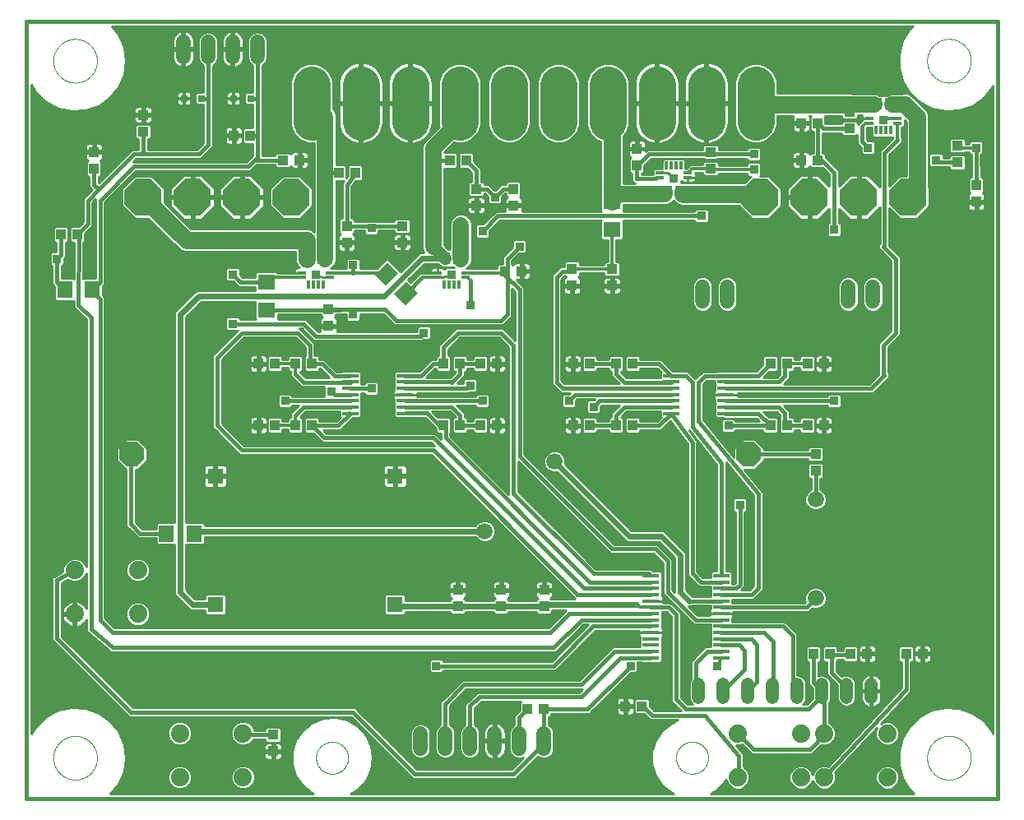
<source format=gtl>
G75*
%MOIN*%
%OFA0B0*%
%FSLAX25Y25*%
%IPPOS*%
%LPD*%
%AMOC8*
5,1,8,0,0,1.08239X$1,22.5*
%
%ADD10R,0.03150X0.05000*%
%ADD11R,0.03346X0.01181*%
%ADD12R,0.01181X0.03346*%
%ADD13C,0.15000*%
%ADD14R,0.03937X0.04331*%
%ADD15R,0.04331X0.03937*%
%ADD16R,0.07098X0.06299*%
%ADD17OC8,0.15000*%
%ADD18R,0.06600X0.01700*%
%ADD19R,0.06600X0.01400*%
%ADD20C,0.05200*%
%ADD21R,0.06496X0.06496*%
%ADD22C,0.05937*%
%ADD23R,0.06299X0.07098*%
%ADD24C,0.00000*%
%ADD25C,0.06000*%
%ADD26OC8,0.10000*%
%ADD27C,0.06600*%
%ADD28R,0.02600X0.02800*%
%ADD29C,0.07400*%
%ADD30C,0.01000*%
%ADD31R,0.04724X0.04724*%
%ADD32R,0.03169X0.03169*%
%ADD33R,0.03562X0.03562*%
%ADD34C,0.01200*%
%ADD35C,0.01600*%
%ADD36C,0.02400*%
%ADD37C,0.05000*%
%ADD38C,0.06600*%
%ADD39C,0.03200*%
%ADD40C,0.07000*%
D10*
X0124080Y0230970D03*
X0128017Y0230970D03*
X0179080Y0230970D03*
X0183017Y0230970D03*
X0269080Y0257840D03*
X0273017Y0257840D03*
X0354080Y0293470D03*
X0358017Y0293470D03*
D11*
X0361757Y0287564D03*
X0361757Y0285596D03*
X0350340Y0285596D03*
X0350340Y0287564D03*
X0276757Y0265714D03*
X0276757Y0263745D03*
X0265340Y0263745D03*
X0265340Y0265714D03*
X0186757Y0225064D03*
X0186757Y0223096D03*
X0175340Y0223096D03*
X0175340Y0225064D03*
X0131757Y0225064D03*
X0131757Y0223096D03*
X0120340Y0223096D03*
X0120340Y0225064D03*
D12*
X0123096Y0220340D03*
X0125064Y0220340D03*
X0127033Y0220340D03*
X0129001Y0220340D03*
X0178096Y0220340D03*
X0180064Y0220340D03*
X0182033Y0220340D03*
X0184001Y0220340D03*
X0268096Y0268470D03*
X0270064Y0268470D03*
X0272033Y0268470D03*
X0274001Y0268470D03*
X0353096Y0282840D03*
X0355064Y0282840D03*
X0357033Y0282840D03*
X0359001Y0282840D03*
D13*
X0304237Y0286344D02*
X0304237Y0301344D01*
X0284237Y0301344D02*
X0284237Y0286344D01*
X0264237Y0286344D02*
X0264237Y0301344D01*
X0244237Y0301344D02*
X0244237Y0286344D01*
X0224237Y0286344D02*
X0224237Y0301344D01*
X0204237Y0301344D02*
X0204237Y0286344D01*
X0184237Y0286344D02*
X0184237Y0301344D01*
X0164237Y0301344D02*
X0164237Y0286344D01*
X0144237Y0286344D02*
X0144237Y0301344D01*
X0124237Y0301344D02*
X0124237Y0286344D01*
D14*
X0135202Y0265655D03*
X0141895Y0265655D03*
X0138548Y0244001D03*
X0138548Y0237308D03*
X0131048Y0210251D03*
X0131048Y0203558D03*
X0124395Y0188155D03*
X0117702Y0188155D03*
X0109395Y0188155D03*
X0102702Y0188155D03*
X0102702Y0163155D03*
X0109395Y0163155D03*
X0117702Y0163155D03*
X0124395Y0163155D03*
X0177702Y0163155D03*
X0184395Y0163155D03*
X0192702Y0163155D03*
X0199395Y0163155D03*
X0199395Y0188155D03*
X0192702Y0188155D03*
X0184395Y0188155D03*
X0177702Y0188155D03*
X0229798Y0219808D03*
X0229798Y0226501D03*
X0206048Y0252308D03*
X0206048Y0259001D03*
X0186895Y0270655D03*
X0180202Y0270655D03*
X0256048Y0268558D03*
X0256048Y0275251D03*
X0322702Y0285655D03*
X0329395Y0285655D03*
X0393667Y0260507D03*
X0393667Y0253814D03*
X0331895Y0188155D03*
X0325202Y0188155D03*
X0316895Y0188155D03*
X0310202Y0188155D03*
X0310202Y0163155D03*
X0316895Y0163155D03*
X0325202Y0163155D03*
X0331895Y0163155D03*
X0254395Y0163155D03*
X0247702Y0163155D03*
X0236895Y0163155D03*
X0230202Y0163155D03*
X0230202Y0188155D03*
X0236895Y0188155D03*
X0247702Y0188155D03*
X0254395Y0188155D03*
X0218548Y0096501D03*
X0218548Y0089808D03*
X0201048Y0089808D03*
X0201048Y0096501D03*
X0183548Y0096501D03*
X0183548Y0089808D03*
X0211580Y0048115D03*
X0218273Y0048115D03*
X0251452Y0049405D03*
X0258145Y0049405D03*
X0327702Y0070655D03*
X0334395Y0070655D03*
X0342702Y0070655D03*
X0349395Y0070655D03*
X0365202Y0070655D03*
X0371895Y0070655D03*
X0099395Y0280655D03*
X0092702Y0280655D03*
X0036048Y0274001D03*
X0036048Y0267308D03*
X0029395Y0240655D03*
X0022702Y0240655D03*
D15*
X0056048Y0282308D03*
X0056048Y0289001D03*
X0112702Y0270655D03*
X0119395Y0270655D03*
X0161048Y0244001D03*
X0161048Y0237308D03*
X0191048Y0252308D03*
X0191048Y0259001D03*
X0202702Y0225655D03*
X0209395Y0225655D03*
X0246048Y0226501D03*
X0246048Y0219808D03*
X0286048Y0267308D03*
X0286048Y0274001D03*
X0322702Y0270655D03*
X0329395Y0270655D03*
X0342298Y0283558D03*
X0342298Y0290251D03*
X0386048Y0276501D03*
X0386048Y0269808D03*
X0328548Y0151501D03*
X0328548Y0144808D03*
X0108667Y0037810D03*
X0108667Y0031117D03*
D16*
X0106048Y0210056D03*
X0106048Y0221253D03*
X0246048Y0242556D03*
X0246048Y0253753D03*
D17*
X0306048Y0255655D03*
X0326048Y0255655D03*
X0346048Y0255655D03*
X0366048Y0255655D03*
X0116048Y0255655D03*
X0096048Y0255655D03*
X0076048Y0255655D03*
X0056048Y0255655D03*
D18*
X0261798Y0102289D03*
X0261798Y0099730D03*
X0261798Y0097171D03*
X0261798Y0094611D03*
X0261798Y0092052D03*
X0261798Y0089493D03*
X0261798Y0086934D03*
X0261798Y0084375D03*
X0261798Y0081816D03*
X0261798Y0079257D03*
X0261798Y0076698D03*
X0261798Y0074139D03*
X0261798Y0071580D03*
X0261798Y0069021D03*
X0290298Y0069021D03*
X0290298Y0071580D03*
X0290298Y0074139D03*
X0290298Y0076698D03*
X0290298Y0079257D03*
X0290298Y0081816D03*
X0290298Y0084375D03*
X0290298Y0086934D03*
X0290298Y0089493D03*
X0290298Y0092052D03*
X0290298Y0094611D03*
X0290298Y0097170D03*
X0290298Y0099730D03*
X0290298Y0102289D03*
D19*
X0292148Y0167978D03*
X0292148Y0170537D03*
X0292148Y0173096D03*
X0292148Y0175655D03*
X0292148Y0178214D03*
X0292148Y0180773D03*
X0292148Y0183332D03*
X0269948Y0183332D03*
X0269948Y0180773D03*
X0269948Y0178214D03*
X0269948Y0175655D03*
X0269948Y0173096D03*
X0269948Y0170537D03*
X0269948Y0167978D03*
X0162148Y0167978D03*
X0162148Y0170537D03*
X0162148Y0173096D03*
X0162148Y0175655D03*
X0162148Y0178214D03*
X0162148Y0180773D03*
X0162148Y0183332D03*
X0139948Y0183332D03*
X0139948Y0180773D03*
X0139948Y0178214D03*
X0139948Y0175655D03*
X0139948Y0173096D03*
X0139948Y0170537D03*
X0139948Y0167978D03*
D20*
X0281048Y0058255D02*
X0281048Y0053055D01*
X0291048Y0053055D02*
X0291048Y0058255D01*
X0301048Y0058255D02*
X0301048Y0053055D01*
X0311048Y0053055D02*
X0311048Y0058255D01*
X0321048Y0058255D02*
X0321048Y0053055D01*
X0331048Y0053055D02*
X0331048Y0058255D01*
X0341048Y0058255D02*
X0341048Y0053055D01*
X0351048Y0053055D02*
X0351048Y0058255D01*
D21*
X0158076Y0090635D03*
X0158076Y0142604D03*
X0085241Y0142604D03*
X0085241Y0090635D03*
D22*
X0282702Y0213474D02*
X0282702Y0219411D01*
X0292702Y0219411D02*
X0292702Y0213474D01*
X0341757Y0213474D02*
X0341757Y0219411D01*
X0351757Y0219411D02*
X0351757Y0213474D01*
X0102298Y0312686D02*
X0102298Y0318623D01*
X0092298Y0318623D02*
X0092298Y0312686D01*
X0082298Y0312686D02*
X0082298Y0318623D01*
X0072298Y0318623D02*
X0072298Y0312686D01*
D23*
G36*
X0154872Y0229349D02*
X0159326Y0224895D01*
X0154308Y0219877D01*
X0149854Y0224331D01*
X0154872Y0229349D01*
G37*
G36*
X0162789Y0221432D02*
X0167243Y0216978D01*
X0162225Y0211960D01*
X0157771Y0216414D01*
X0162789Y0221432D01*
G37*
X0076647Y0119405D03*
X0065450Y0119405D03*
X0035397Y0218155D03*
X0024200Y0218155D03*
D24*
X0019592Y0310930D02*
X0019595Y0311147D01*
X0019603Y0311365D01*
X0019616Y0311582D01*
X0019635Y0311798D01*
X0019659Y0312014D01*
X0019688Y0312230D01*
X0019722Y0312444D01*
X0019762Y0312658D01*
X0019807Y0312871D01*
X0019857Y0313082D01*
X0019913Y0313293D01*
X0019973Y0313501D01*
X0020039Y0313709D01*
X0020110Y0313914D01*
X0020186Y0314118D01*
X0020266Y0314320D01*
X0020352Y0314520D01*
X0020442Y0314717D01*
X0020538Y0314913D01*
X0020638Y0315106D01*
X0020743Y0315296D01*
X0020852Y0315484D01*
X0020966Y0315669D01*
X0021085Y0315851D01*
X0021208Y0316031D01*
X0021335Y0316207D01*
X0021467Y0316380D01*
X0021603Y0316549D01*
X0021743Y0316716D01*
X0021887Y0316879D01*
X0022035Y0317038D01*
X0022186Y0317194D01*
X0022342Y0317345D01*
X0022501Y0317493D01*
X0022664Y0317637D01*
X0022831Y0317777D01*
X0023000Y0317913D01*
X0023173Y0318045D01*
X0023349Y0318172D01*
X0023529Y0318295D01*
X0023711Y0318414D01*
X0023896Y0318528D01*
X0024084Y0318637D01*
X0024274Y0318742D01*
X0024467Y0318842D01*
X0024663Y0318938D01*
X0024860Y0319028D01*
X0025060Y0319114D01*
X0025262Y0319194D01*
X0025466Y0319270D01*
X0025671Y0319341D01*
X0025879Y0319407D01*
X0026087Y0319467D01*
X0026298Y0319523D01*
X0026509Y0319573D01*
X0026722Y0319618D01*
X0026936Y0319658D01*
X0027150Y0319692D01*
X0027366Y0319721D01*
X0027582Y0319745D01*
X0027798Y0319764D01*
X0028015Y0319777D01*
X0028233Y0319785D01*
X0028450Y0319788D01*
X0028667Y0319785D01*
X0028885Y0319777D01*
X0029102Y0319764D01*
X0029318Y0319745D01*
X0029534Y0319721D01*
X0029750Y0319692D01*
X0029964Y0319658D01*
X0030178Y0319618D01*
X0030391Y0319573D01*
X0030602Y0319523D01*
X0030813Y0319467D01*
X0031021Y0319407D01*
X0031229Y0319341D01*
X0031434Y0319270D01*
X0031638Y0319194D01*
X0031840Y0319114D01*
X0032040Y0319028D01*
X0032237Y0318938D01*
X0032433Y0318842D01*
X0032626Y0318742D01*
X0032816Y0318637D01*
X0033004Y0318528D01*
X0033189Y0318414D01*
X0033371Y0318295D01*
X0033551Y0318172D01*
X0033727Y0318045D01*
X0033900Y0317913D01*
X0034069Y0317777D01*
X0034236Y0317637D01*
X0034399Y0317493D01*
X0034558Y0317345D01*
X0034714Y0317194D01*
X0034865Y0317038D01*
X0035013Y0316879D01*
X0035157Y0316716D01*
X0035297Y0316549D01*
X0035433Y0316380D01*
X0035565Y0316207D01*
X0035692Y0316031D01*
X0035815Y0315851D01*
X0035934Y0315669D01*
X0036048Y0315484D01*
X0036157Y0315296D01*
X0036262Y0315106D01*
X0036362Y0314913D01*
X0036458Y0314717D01*
X0036548Y0314520D01*
X0036634Y0314320D01*
X0036714Y0314118D01*
X0036790Y0313914D01*
X0036861Y0313709D01*
X0036927Y0313501D01*
X0036987Y0313293D01*
X0037043Y0313082D01*
X0037093Y0312871D01*
X0037138Y0312658D01*
X0037178Y0312444D01*
X0037212Y0312230D01*
X0037241Y0312014D01*
X0037265Y0311798D01*
X0037284Y0311582D01*
X0037297Y0311365D01*
X0037305Y0311147D01*
X0037308Y0310930D01*
X0037305Y0310713D01*
X0037297Y0310495D01*
X0037284Y0310278D01*
X0037265Y0310062D01*
X0037241Y0309846D01*
X0037212Y0309630D01*
X0037178Y0309416D01*
X0037138Y0309202D01*
X0037093Y0308989D01*
X0037043Y0308778D01*
X0036987Y0308567D01*
X0036927Y0308359D01*
X0036861Y0308151D01*
X0036790Y0307946D01*
X0036714Y0307742D01*
X0036634Y0307540D01*
X0036548Y0307340D01*
X0036458Y0307143D01*
X0036362Y0306947D01*
X0036262Y0306754D01*
X0036157Y0306564D01*
X0036048Y0306376D01*
X0035934Y0306191D01*
X0035815Y0306009D01*
X0035692Y0305829D01*
X0035565Y0305653D01*
X0035433Y0305480D01*
X0035297Y0305311D01*
X0035157Y0305144D01*
X0035013Y0304981D01*
X0034865Y0304822D01*
X0034714Y0304666D01*
X0034558Y0304515D01*
X0034399Y0304367D01*
X0034236Y0304223D01*
X0034069Y0304083D01*
X0033900Y0303947D01*
X0033727Y0303815D01*
X0033551Y0303688D01*
X0033371Y0303565D01*
X0033189Y0303446D01*
X0033004Y0303332D01*
X0032816Y0303223D01*
X0032626Y0303118D01*
X0032433Y0303018D01*
X0032237Y0302922D01*
X0032040Y0302832D01*
X0031840Y0302746D01*
X0031638Y0302666D01*
X0031434Y0302590D01*
X0031229Y0302519D01*
X0031021Y0302453D01*
X0030813Y0302393D01*
X0030602Y0302337D01*
X0030391Y0302287D01*
X0030178Y0302242D01*
X0029964Y0302202D01*
X0029750Y0302168D01*
X0029534Y0302139D01*
X0029318Y0302115D01*
X0029102Y0302096D01*
X0028885Y0302083D01*
X0028667Y0302075D01*
X0028450Y0302072D01*
X0028233Y0302075D01*
X0028015Y0302083D01*
X0027798Y0302096D01*
X0027582Y0302115D01*
X0027366Y0302139D01*
X0027150Y0302168D01*
X0026936Y0302202D01*
X0026722Y0302242D01*
X0026509Y0302287D01*
X0026298Y0302337D01*
X0026087Y0302393D01*
X0025879Y0302453D01*
X0025671Y0302519D01*
X0025466Y0302590D01*
X0025262Y0302666D01*
X0025060Y0302746D01*
X0024860Y0302832D01*
X0024663Y0302922D01*
X0024467Y0303018D01*
X0024274Y0303118D01*
X0024084Y0303223D01*
X0023896Y0303332D01*
X0023711Y0303446D01*
X0023529Y0303565D01*
X0023349Y0303688D01*
X0023173Y0303815D01*
X0023000Y0303947D01*
X0022831Y0304083D01*
X0022664Y0304223D01*
X0022501Y0304367D01*
X0022342Y0304515D01*
X0022186Y0304666D01*
X0022035Y0304822D01*
X0021887Y0304981D01*
X0021743Y0305144D01*
X0021603Y0305311D01*
X0021467Y0305480D01*
X0021335Y0305653D01*
X0021208Y0305829D01*
X0021085Y0306009D01*
X0020966Y0306191D01*
X0020852Y0306376D01*
X0020743Y0306564D01*
X0020638Y0306754D01*
X0020538Y0306947D01*
X0020442Y0307143D01*
X0020352Y0307340D01*
X0020266Y0307540D01*
X0020186Y0307742D01*
X0020110Y0307946D01*
X0020039Y0308151D01*
X0019973Y0308359D01*
X0019913Y0308567D01*
X0019857Y0308778D01*
X0019807Y0308989D01*
X0019762Y0309202D01*
X0019722Y0309416D01*
X0019688Y0309630D01*
X0019659Y0309846D01*
X0019635Y0310062D01*
X0019616Y0310278D01*
X0019603Y0310495D01*
X0019595Y0310713D01*
X0019592Y0310930D01*
X0019592Y0028450D02*
X0019595Y0028667D01*
X0019603Y0028885D01*
X0019616Y0029102D01*
X0019635Y0029318D01*
X0019659Y0029534D01*
X0019688Y0029750D01*
X0019722Y0029964D01*
X0019762Y0030178D01*
X0019807Y0030391D01*
X0019857Y0030602D01*
X0019913Y0030813D01*
X0019973Y0031021D01*
X0020039Y0031229D01*
X0020110Y0031434D01*
X0020186Y0031638D01*
X0020266Y0031840D01*
X0020352Y0032040D01*
X0020442Y0032237D01*
X0020538Y0032433D01*
X0020638Y0032626D01*
X0020743Y0032816D01*
X0020852Y0033004D01*
X0020966Y0033189D01*
X0021085Y0033371D01*
X0021208Y0033551D01*
X0021335Y0033727D01*
X0021467Y0033900D01*
X0021603Y0034069D01*
X0021743Y0034236D01*
X0021887Y0034399D01*
X0022035Y0034558D01*
X0022186Y0034714D01*
X0022342Y0034865D01*
X0022501Y0035013D01*
X0022664Y0035157D01*
X0022831Y0035297D01*
X0023000Y0035433D01*
X0023173Y0035565D01*
X0023349Y0035692D01*
X0023529Y0035815D01*
X0023711Y0035934D01*
X0023896Y0036048D01*
X0024084Y0036157D01*
X0024274Y0036262D01*
X0024467Y0036362D01*
X0024663Y0036458D01*
X0024860Y0036548D01*
X0025060Y0036634D01*
X0025262Y0036714D01*
X0025466Y0036790D01*
X0025671Y0036861D01*
X0025879Y0036927D01*
X0026087Y0036987D01*
X0026298Y0037043D01*
X0026509Y0037093D01*
X0026722Y0037138D01*
X0026936Y0037178D01*
X0027150Y0037212D01*
X0027366Y0037241D01*
X0027582Y0037265D01*
X0027798Y0037284D01*
X0028015Y0037297D01*
X0028233Y0037305D01*
X0028450Y0037308D01*
X0028667Y0037305D01*
X0028885Y0037297D01*
X0029102Y0037284D01*
X0029318Y0037265D01*
X0029534Y0037241D01*
X0029750Y0037212D01*
X0029964Y0037178D01*
X0030178Y0037138D01*
X0030391Y0037093D01*
X0030602Y0037043D01*
X0030813Y0036987D01*
X0031021Y0036927D01*
X0031229Y0036861D01*
X0031434Y0036790D01*
X0031638Y0036714D01*
X0031840Y0036634D01*
X0032040Y0036548D01*
X0032237Y0036458D01*
X0032433Y0036362D01*
X0032626Y0036262D01*
X0032816Y0036157D01*
X0033004Y0036048D01*
X0033189Y0035934D01*
X0033371Y0035815D01*
X0033551Y0035692D01*
X0033727Y0035565D01*
X0033900Y0035433D01*
X0034069Y0035297D01*
X0034236Y0035157D01*
X0034399Y0035013D01*
X0034558Y0034865D01*
X0034714Y0034714D01*
X0034865Y0034558D01*
X0035013Y0034399D01*
X0035157Y0034236D01*
X0035297Y0034069D01*
X0035433Y0033900D01*
X0035565Y0033727D01*
X0035692Y0033551D01*
X0035815Y0033371D01*
X0035934Y0033189D01*
X0036048Y0033004D01*
X0036157Y0032816D01*
X0036262Y0032626D01*
X0036362Y0032433D01*
X0036458Y0032237D01*
X0036548Y0032040D01*
X0036634Y0031840D01*
X0036714Y0031638D01*
X0036790Y0031434D01*
X0036861Y0031229D01*
X0036927Y0031021D01*
X0036987Y0030813D01*
X0037043Y0030602D01*
X0037093Y0030391D01*
X0037138Y0030178D01*
X0037178Y0029964D01*
X0037212Y0029750D01*
X0037241Y0029534D01*
X0037265Y0029318D01*
X0037284Y0029102D01*
X0037297Y0028885D01*
X0037305Y0028667D01*
X0037308Y0028450D01*
X0037305Y0028233D01*
X0037297Y0028015D01*
X0037284Y0027798D01*
X0037265Y0027582D01*
X0037241Y0027366D01*
X0037212Y0027150D01*
X0037178Y0026936D01*
X0037138Y0026722D01*
X0037093Y0026509D01*
X0037043Y0026298D01*
X0036987Y0026087D01*
X0036927Y0025879D01*
X0036861Y0025671D01*
X0036790Y0025466D01*
X0036714Y0025262D01*
X0036634Y0025060D01*
X0036548Y0024860D01*
X0036458Y0024663D01*
X0036362Y0024467D01*
X0036262Y0024274D01*
X0036157Y0024084D01*
X0036048Y0023896D01*
X0035934Y0023711D01*
X0035815Y0023529D01*
X0035692Y0023349D01*
X0035565Y0023173D01*
X0035433Y0023000D01*
X0035297Y0022831D01*
X0035157Y0022664D01*
X0035013Y0022501D01*
X0034865Y0022342D01*
X0034714Y0022186D01*
X0034558Y0022035D01*
X0034399Y0021887D01*
X0034236Y0021743D01*
X0034069Y0021603D01*
X0033900Y0021467D01*
X0033727Y0021335D01*
X0033551Y0021208D01*
X0033371Y0021085D01*
X0033189Y0020966D01*
X0033004Y0020852D01*
X0032816Y0020743D01*
X0032626Y0020638D01*
X0032433Y0020538D01*
X0032237Y0020442D01*
X0032040Y0020352D01*
X0031840Y0020266D01*
X0031638Y0020186D01*
X0031434Y0020110D01*
X0031229Y0020039D01*
X0031021Y0019973D01*
X0030813Y0019913D01*
X0030602Y0019857D01*
X0030391Y0019807D01*
X0030178Y0019762D01*
X0029964Y0019722D01*
X0029750Y0019688D01*
X0029534Y0019659D01*
X0029318Y0019635D01*
X0029102Y0019616D01*
X0028885Y0019603D01*
X0028667Y0019595D01*
X0028450Y0019592D01*
X0028233Y0019595D01*
X0028015Y0019603D01*
X0027798Y0019616D01*
X0027582Y0019635D01*
X0027366Y0019659D01*
X0027150Y0019688D01*
X0026936Y0019722D01*
X0026722Y0019762D01*
X0026509Y0019807D01*
X0026298Y0019857D01*
X0026087Y0019913D01*
X0025879Y0019973D01*
X0025671Y0020039D01*
X0025466Y0020110D01*
X0025262Y0020186D01*
X0025060Y0020266D01*
X0024860Y0020352D01*
X0024663Y0020442D01*
X0024467Y0020538D01*
X0024274Y0020638D01*
X0024084Y0020743D01*
X0023896Y0020852D01*
X0023711Y0020966D01*
X0023529Y0021085D01*
X0023349Y0021208D01*
X0023173Y0021335D01*
X0023000Y0021467D01*
X0022831Y0021603D01*
X0022664Y0021743D01*
X0022501Y0021887D01*
X0022342Y0022035D01*
X0022186Y0022186D01*
X0022035Y0022342D01*
X0021887Y0022501D01*
X0021743Y0022664D01*
X0021603Y0022831D01*
X0021467Y0023000D01*
X0021335Y0023173D01*
X0021208Y0023349D01*
X0021085Y0023529D01*
X0020966Y0023711D01*
X0020852Y0023896D01*
X0020743Y0024084D01*
X0020638Y0024274D01*
X0020538Y0024467D01*
X0020442Y0024663D01*
X0020352Y0024860D01*
X0020266Y0025060D01*
X0020186Y0025262D01*
X0020110Y0025466D01*
X0020039Y0025671D01*
X0019973Y0025879D01*
X0019913Y0026087D01*
X0019857Y0026298D01*
X0019807Y0026509D01*
X0019762Y0026722D01*
X0019722Y0026936D01*
X0019688Y0027150D01*
X0019659Y0027366D01*
X0019635Y0027582D01*
X0019616Y0027798D01*
X0019603Y0028015D01*
X0019595Y0028233D01*
X0019592Y0028450D01*
X0126088Y0028450D02*
X0126090Y0028611D01*
X0126096Y0028771D01*
X0126106Y0028932D01*
X0126120Y0029092D01*
X0126138Y0029251D01*
X0126159Y0029411D01*
X0126185Y0029569D01*
X0126215Y0029727D01*
X0126248Y0029884D01*
X0126286Y0030041D01*
X0126327Y0030196D01*
X0126372Y0030350D01*
X0126421Y0030503D01*
X0126474Y0030655D01*
X0126530Y0030805D01*
X0126590Y0030954D01*
X0126654Y0031102D01*
X0126721Y0031248D01*
X0126792Y0031392D01*
X0126867Y0031534D01*
X0126945Y0031675D01*
X0127026Y0031813D01*
X0127111Y0031950D01*
X0127200Y0032084D01*
X0127291Y0032216D01*
X0127386Y0032346D01*
X0127484Y0032473D01*
X0127585Y0032598D01*
X0127689Y0032721D01*
X0127796Y0032840D01*
X0127906Y0032957D01*
X0128019Y0033072D01*
X0128135Y0033183D01*
X0128253Y0033292D01*
X0128374Y0033397D01*
X0128498Y0033500D01*
X0128624Y0033600D01*
X0128753Y0033696D01*
X0128884Y0033789D01*
X0129017Y0033879D01*
X0129152Y0033966D01*
X0129290Y0034049D01*
X0129429Y0034128D01*
X0129571Y0034205D01*
X0129714Y0034278D01*
X0129859Y0034347D01*
X0130006Y0034412D01*
X0130154Y0034474D01*
X0130304Y0034533D01*
X0130455Y0034587D01*
X0130607Y0034638D01*
X0130761Y0034685D01*
X0130916Y0034728D01*
X0131071Y0034767D01*
X0131228Y0034803D01*
X0131386Y0034835D01*
X0131544Y0034862D01*
X0131703Y0034886D01*
X0131862Y0034906D01*
X0132022Y0034922D01*
X0132183Y0034934D01*
X0132343Y0034942D01*
X0132504Y0034946D01*
X0132664Y0034946D01*
X0132825Y0034942D01*
X0132985Y0034934D01*
X0133146Y0034922D01*
X0133306Y0034906D01*
X0133465Y0034886D01*
X0133624Y0034862D01*
X0133782Y0034835D01*
X0133940Y0034803D01*
X0134097Y0034767D01*
X0134252Y0034728D01*
X0134407Y0034685D01*
X0134561Y0034638D01*
X0134713Y0034587D01*
X0134864Y0034533D01*
X0135014Y0034474D01*
X0135162Y0034412D01*
X0135309Y0034347D01*
X0135454Y0034278D01*
X0135597Y0034205D01*
X0135739Y0034128D01*
X0135878Y0034049D01*
X0136016Y0033966D01*
X0136151Y0033879D01*
X0136284Y0033789D01*
X0136415Y0033696D01*
X0136544Y0033600D01*
X0136670Y0033500D01*
X0136794Y0033397D01*
X0136915Y0033292D01*
X0137033Y0033183D01*
X0137149Y0033072D01*
X0137262Y0032957D01*
X0137372Y0032840D01*
X0137479Y0032721D01*
X0137583Y0032598D01*
X0137684Y0032473D01*
X0137782Y0032346D01*
X0137877Y0032216D01*
X0137968Y0032084D01*
X0138057Y0031950D01*
X0138142Y0031813D01*
X0138223Y0031675D01*
X0138301Y0031534D01*
X0138376Y0031392D01*
X0138447Y0031248D01*
X0138514Y0031102D01*
X0138578Y0030954D01*
X0138638Y0030805D01*
X0138694Y0030655D01*
X0138747Y0030503D01*
X0138796Y0030350D01*
X0138841Y0030196D01*
X0138882Y0030041D01*
X0138920Y0029884D01*
X0138953Y0029727D01*
X0138983Y0029569D01*
X0139009Y0029411D01*
X0139030Y0029251D01*
X0139048Y0029092D01*
X0139062Y0028932D01*
X0139072Y0028771D01*
X0139078Y0028611D01*
X0139080Y0028450D01*
X0139078Y0028289D01*
X0139072Y0028129D01*
X0139062Y0027968D01*
X0139048Y0027808D01*
X0139030Y0027649D01*
X0139009Y0027489D01*
X0138983Y0027331D01*
X0138953Y0027173D01*
X0138920Y0027016D01*
X0138882Y0026859D01*
X0138841Y0026704D01*
X0138796Y0026550D01*
X0138747Y0026397D01*
X0138694Y0026245D01*
X0138638Y0026095D01*
X0138578Y0025946D01*
X0138514Y0025798D01*
X0138447Y0025652D01*
X0138376Y0025508D01*
X0138301Y0025366D01*
X0138223Y0025225D01*
X0138142Y0025087D01*
X0138057Y0024950D01*
X0137968Y0024816D01*
X0137877Y0024684D01*
X0137782Y0024554D01*
X0137684Y0024427D01*
X0137583Y0024302D01*
X0137479Y0024179D01*
X0137372Y0024060D01*
X0137262Y0023943D01*
X0137149Y0023828D01*
X0137033Y0023717D01*
X0136915Y0023608D01*
X0136794Y0023503D01*
X0136670Y0023400D01*
X0136544Y0023300D01*
X0136415Y0023204D01*
X0136284Y0023111D01*
X0136151Y0023021D01*
X0136016Y0022934D01*
X0135878Y0022851D01*
X0135739Y0022772D01*
X0135597Y0022695D01*
X0135454Y0022622D01*
X0135309Y0022553D01*
X0135162Y0022488D01*
X0135014Y0022426D01*
X0134864Y0022367D01*
X0134713Y0022313D01*
X0134561Y0022262D01*
X0134407Y0022215D01*
X0134252Y0022172D01*
X0134097Y0022133D01*
X0133940Y0022097D01*
X0133782Y0022065D01*
X0133624Y0022038D01*
X0133465Y0022014D01*
X0133306Y0021994D01*
X0133146Y0021978D01*
X0132985Y0021966D01*
X0132825Y0021958D01*
X0132664Y0021954D01*
X0132504Y0021954D01*
X0132343Y0021958D01*
X0132183Y0021966D01*
X0132022Y0021978D01*
X0131862Y0021994D01*
X0131703Y0022014D01*
X0131544Y0022038D01*
X0131386Y0022065D01*
X0131228Y0022097D01*
X0131071Y0022133D01*
X0130916Y0022172D01*
X0130761Y0022215D01*
X0130607Y0022262D01*
X0130455Y0022313D01*
X0130304Y0022367D01*
X0130154Y0022426D01*
X0130006Y0022488D01*
X0129859Y0022553D01*
X0129714Y0022622D01*
X0129571Y0022695D01*
X0129429Y0022772D01*
X0129290Y0022851D01*
X0129152Y0022934D01*
X0129017Y0023021D01*
X0128884Y0023111D01*
X0128753Y0023204D01*
X0128624Y0023300D01*
X0128498Y0023400D01*
X0128374Y0023503D01*
X0128253Y0023608D01*
X0128135Y0023717D01*
X0128019Y0023828D01*
X0127906Y0023943D01*
X0127796Y0024060D01*
X0127689Y0024179D01*
X0127585Y0024302D01*
X0127484Y0024427D01*
X0127386Y0024554D01*
X0127291Y0024684D01*
X0127200Y0024816D01*
X0127111Y0024950D01*
X0127026Y0025087D01*
X0126945Y0025225D01*
X0126867Y0025366D01*
X0126792Y0025508D01*
X0126721Y0025652D01*
X0126654Y0025798D01*
X0126590Y0025946D01*
X0126530Y0026095D01*
X0126474Y0026245D01*
X0126421Y0026397D01*
X0126372Y0026550D01*
X0126327Y0026704D01*
X0126286Y0026859D01*
X0126248Y0027016D01*
X0126215Y0027173D01*
X0126185Y0027331D01*
X0126159Y0027489D01*
X0126138Y0027649D01*
X0126120Y0027808D01*
X0126106Y0027968D01*
X0126096Y0028129D01*
X0126090Y0028289D01*
X0126088Y0028450D01*
X0271954Y0028450D02*
X0271956Y0028611D01*
X0271962Y0028771D01*
X0271972Y0028932D01*
X0271986Y0029092D01*
X0272004Y0029251D01*
X0272025Y0029411D01*
X0272051Y0029569D01*
X0272081Y0029727D01*
X0272114Y0029884D01*
X0272152Y0030041D01*
X0272193Y0030196D01*
X0272238Y0030350D01*
X0272287Y0030503D01*
X0272340Y0030655D01*
X0272396Y0030805D01*
X0272456Y0030954D01*
X0272520Y0031102D01*
X0272587Y0031248D01*
X0272658Y0031392D01*
X0272733Y0031534D01*
X0272811Y0031675D01*
X0272892Y0031813D01*
X0272977Y0031950D01*
X0273066Y0032084D01*
X0273157Y0032216D01*
X0273252Y0032346D01*
X0273350Y0032473D01*
X0273451Y0032598D01*
X0273555Y0032721D01*
X0273662Y0032840D01*
X0273772Y0032957D01*
X0273885Y0033072D01*
X0274001Y0033183D01*
X0274119Y0033292D01*
X0274240Y0033397D01*
X0274364Y0033500D01*
X0274490Y0033600D01*
X0274619Y0033696D01*
X0274750Y0033789D01*
X0274883Y0033879D01*
X0275018Y0033966D01*
X0275156Y0034049D01*
X0275295Y0034128D01*
X0275437Y0034205D01*
X0275580Y0034278D01*
X0275725Y0034347D01*
X0275872Y0034412D01*
X0276020Y0034474D01*
X0276170Y0034533D01*
X0276321Y0034587D01*
X0276473Y0034638D01*
X0276627Y0034685D01*
X0276782Y0034728D01*
X0276937Y0034767D01*
X0277094Y0034803D01*
X0277252Y0034835D01*
X0277410Y0034862D01*
X0277569Y0034886D01*
X0277728Y0034906D01*
X0277888Y0034922D01*
X0278049Y0034934D01*
X0278209Y0034942D01*
X0278370Y0034946D01*
X0278530Y0034946D01*
X0278691Y0034942D01*
X0278851Y0034934D01*
X0279012Y0034922D01*
X0279172Y0034906D01*
X0279331Y0034886D01*
X0279490Y0034862D01*
X0279648Y0034835D01*
X0279806Y0034803D01*
X0279963Y0034767D01*
X0280118Y0034728D01*
X0280273Y0034685D01*
X0280427Y0034638D01*
X0280579Y0034587D01*
X0280730Y0034533D01*
X0280880Y0034474D01*
X0281028Y0034412D01*
X0281175Y0034347D01*
X0281320Y0034278D01*
X0281463Y0034205D01*
X0281605Y0034128D01*
X0281744Y0034049D01*
X0281882Y0033966D01*
X0282017Y0033879D01*
X0282150Y0033789D01*
X0282281Y0033696D01*
X0282410Y0033600D01*
X0282536Y0033500D01*
X0282660Y0033397D01*
X0282781Y0033292D01*
X0282899Y0033183D01*
X0283015Y0033072D01*
X0283128Y0032957D01*
X0283238Y0032840D01*
X0283345Y0032721D01*
X0283449Y0032598D01*
X0283550Y0032473D01*
X0283648Y0032346D01*
X0283743Y0032216D01*
X0283834Y0032084D01*
X0283923Y0031950D01*
X0284008Y0031813D01*
X0284089Y0031675D01*
X0284167Y0031534D01*
X0284242Y0031392D01*
X0284313Y0031248D01*
X0284380Y0031102D01*
X0284444Y0030954D01*
X0284504Y0030805D01*
X0284560Y0030655D01*
X0284613Y0030503D01*
X0284662Y0030350D01*
X0284707Y0030196D01*
X0284748Y0030041D01*
X0284786Y0029884D01*
X0284819Y0029727D01*
X0284849Y0029569D01*
X0284875Y0029411D01*
X0284896Y0029251D01*
X0284914Y0029092D01*
X0284928Y0028932D01*
X0284938Y0028771D01*
X0284944Y0028611D01*
X0284946Y0028450D01*
X0284944Y0028289D01*
X0284938Y0028129D01*
X0284928Y0027968D01*
X0284914Y0027808D01*
X0284896Y0027649D01*
X0284875Y0027489D01*
X0284849Y0027331D01*
X0284819Y0027173D01*
X0284786Y0027016D01*
X0284748Y0026859D01*
X0284707Y0026704D01*
X0284662Y0026550D01*
X0284613Y0026397D01*
X0284560Y0026245D01*
X0284504Y0026095D01*
X0284444Y0025946D01*
X0284380Y0025798D01*
X0284313Y0025652D01*
X0284242Y0025508D01*
X0284167Y0025366D01*
X0284089Y0025225D01*
X0284008Y0025087D01*
X0283923Y0024950D01*
X0283834Y0024816D01*
X0283743Y0024684D01*
X0283648Y0024554D01*
X0283550Y0024427D01*
X0283449Y0024302D01*
X0283345Y0024179D01*
X0283238Y0024060D01*
X0283128Y0023943D01*
X0283015Y0023828D01*
X0282899Y0023717D01*
X0282781Y0023608D01*
X0282660Y0023503D01*
X0282536Y0023400D01*
X0282410Y0023300D01*
X0282281Y0023204D01*
X0282150Y0023111D01*
X0282017Y0023021D01*
X0281882Y0022934D01*
X0281744Y0022851D01*
X0281605Y0022772D01*
X0281463Y0022695D01*
X0281320Y0022622D01*
X0281175Y0022553D01*
X0281028Y0022488D01*
X0280880Y0022426D01*
X0280730Y0022367D01*
X0280579Y0022313D01*
X0280427Y0022262D01*
X0280273Y0022215D01*
X0280118Y0022172D01*
X0279963Y0022133D01*
X0279806Y0022097D01*
X0279648Y0022065D01*
X0279490Y0022038D01*
X0279331Y0022014D01*
X0279172Y0021994D01*
X0279012Y0021978D01*
X0278851Y0021966D01*
X0278691Y0021958D01*
X0278530Y0021954D01*
X0278370Y0021954D01*
X0278209Y0021958D01*
X0278049Y0021966D01*
X0277888Y0021978D01*
X0277728Y0021994D01*
X0277569Y0022014D01*
X0277410Y0022038D01*
X0277252Y0022065D01*
X0277094Y0022097D01*
X0276937Y0022133D01*
X0276782Y0022172D01*
X0276627Y0022215D01*
X0276473Y0022262D01*
X0276321Y0022313D01*
X0276170Y0022367D01*
X0276020Y0022426D01*
X0275872Y0022488D01*
X0275725Y0022553D01*
X0275580Y0022622D01*
X0275437Y0022695D01*
X0275295Y0022772D01*
X0275156Y0022851D01*
X0275018Y0022934D01*
X0274883Y0023021D01*
X0274750Y0023111D01*
X0274619Y0023204D01*
X0274490Y0023300D01*
X0274364Y0023400D01*
X0274240Y0023503D01*
X0274119Y0023608D01*
X0274001Y0023717D01*
X0273885Y0023828D01*
X0273772Y0023943D01*
X0273662Y0024060D01*
X0273555Y0024179D01*
X0273451Y0024302D01*
X0273350Y0024427D01*
X0273252Y0024554D01*
X0273157Y0024684D01*
X0273066Y0024816D01*
X0272977Y0024950D01*
X0272892Y0025087D01*
X0272811Y0025225D01*
X0272733Y0025366D01*
X0272658Y0025508D01*
X0272587Y0025652D01*
X0272520Y0025798D01*
X0272456Y0025946D01*
X0272396Y0026095D01*
X0272340Y0026245D01*
X0272287Y0026397D01*
X0272238Y0026550D01*
X0272193Y0026704D01*
X0272152Y0026859D01*
X0272114Y0027016D01*
X0272081Y0027173D01*
X0272051Y0027331D01*
X0272025Y0027489D01*
X0272004Y0027649D01*
X0271986Y0027808D01*
X0271972Y0027968D01*
X0271962Y0028129D01*
X0271956Y0028289D01*
X0271954Y0028450D01*
X0373726Y0028450D02*
X0373729Y0028667D01*
X0373737Y0028885D01*
X0373750Y0029102D01*
X0373769Y0029318D01*
X0373793Y0029534D01*
X0373822Y0029750D01*
X0373856Y0029964D01*
X0373896Y0030178D01*
X0373941Y0030391D01*
X0373991Y0030602D01*
X0374047Y0030813D01*
X0374107Y0031021D01*
X0374173Y0031229D01*
X0374244Y0031434D01*
X0374320Y0031638D01*
X0374400Y0031840D01*
X0374486Y0032040D01*
X0374576Y0032237D01*
X0374672Y0032433D01*
X0374772Y0032626D01*
X0374877Y0032816D01*
X0374986Y0033004D01*
X0375100Y0033189D01*
X0375219Y0033371D01*
X0375342Y0033551D01*
X0375469Y0033727D01*
X0375601Y0033900D01*
X0375737Y0034069D01*
X0375877Y0034236D01*
X0376021Y0034399D01*
X0376169Y0034558D01*
X0376320Y0034714D01*
X0376476Y0034865D01*
X0376635Y0035013D01*
X0376798Y0035157D01*
X0376965Y0035297D01*
X0377134Y0035433D01*
X0377307Y0035565D01*
X0377483Y0035692D01*
X0377663Y0035815D01*
X0377845Y0035934D01*
X0378030Y0036048D01*
X0378218Y0036157D01*
X0378408Y0036262D01*
X0378601Y0036362D01*
X0378797Y0036458D01*
X0378994Y0036548D01*
X0379194Y0036634D01*
X0379396Y0036714D01*
X0379600Y0036790D01*
X0379805Y0036861D01*
X0380013Y0036927D01*
X0380221Y0036987D01*
X0380432Y0037043D01*
X0380643Y0037093D01*
X0380856Y0037138D01*
X0381070Y0037178D01*
X0381284Y0037212D01*
X0381500Y0037241D01*
X0381716Y0037265D01*
X0381932Y0037284D01*
X0382149Y0037297D01*
X0382367Y0037305D01*
X0382584Y0037308D01*
X0382801Y0037305D01*
X0383019Y0037297D01*
X0383236Y0037284D01*
X0383452Y0037265D01*
X0383668Y0037241D01*
X0383884Y0037212D01*
X0384098Y0037178D01*
X0384312Y0037138D01*
X0384525Y0037093D01*
X0384736Y0037043D01*
X0384947Y0036987D01*
X0385155Y0036927D01*
X0385363Y0036861D01*
X0385568Y0036790D01*
X0385772Y0036714D01*
X0385974Y0036634D01*
X0386174Y0036548D01*
X0386371Y0036458D01*
X0386567Y0036362D01*
X0386760Y0036262D01*
X0386950Y0036157D01*
X0387138Y0036048D01*
X0387323Y0035934D01*
X0387505Y0035815D01*
X0387685Y0035692D01*
X0387861Y0035565D01*
X0388034Y0035433D01*
X0388203Y0035297D01*
X0388370Y0035157D01*
X0388533Y0035013D01*
X0388692Y0034865D01*
X0388848Y0034714D01*
X0388999Y0034558D01*
X0389147Y0034399D01*
X0389291Y0034236D01*
X0389431Y0034069D01*
X0389567Y0033900D01*
X0389699Y0033727D01*
X0389826Y0033551D01*
X0389949Y0033371D01*
X0390068Y0033189D01*
X0390182Y0033004D01*
X0390291Y0032816D01*
X0390396Y0032626D01*
X0390496Y0032433D01*
X0390592Y0032237D01*
X0390682Y0032040D01*
X0390768Y0031840D01*
X0390848Y0031638D01*
X0390924Y0031434D01*
X0390995Y0031229D01*
X0391061Y0031021D01*
X0391121Y0030813D01*
X0391177Y0030602D01*
X0391227Y0030391D01*
X0391272Y0030178D01*
X0391312Y0029964D01*
X0391346Y0029750D01*
X0391375Y0029534D01*
X0391399Y0029318D01*
X0391418Y0029102D01*
X0391431Y0028885D01*
X0391439Y0028667D01*
X0391442Y0028450D01*
X0391439Y0028233D01*
X0391431Y0028015D01*
X0391418Y0027798D01*
X0391399Y0027582D01*
X0391375Y0027366D01*
X0391346Y0027150D01*
X0391312Y0026936D01*
X0391272Y0026722D01*
X0391227Y0026509D01*
X0391177Y0026298D01*
X0391121Y0026087D01*
X0391061Y0025879D01*
X0390995Y0025671D01*
X0390924Y0025466D01*
X0390848Y0025262D01*
X0390768Y0025060D01*
X0390682Y0024860D01*
X0390592Y0024663D01*
X0390496Y0024467D01*
X0390396Y0024274D01*
X0390291Y0024084D01*
X0390182Y0023896D01*
X0390068Y0023711D01*
X0389949Y0023529D01*
X0389826Y0023349D01*
X0389699Y0023173D01*
X0389567Y0023000D01*
X0389431Y0022831D01*
X0389291Y0022664D01*
X0389147Y0022501D01*
X0388999Y0022342D01*
X0388848Y0022186D01*
X0388692Y0022035D01*
X0388533Y0021887D01*
X0388370Y0021743D01*
X0388203Y0021603D01*
X0388034Y0021467D01*
X0387861Y0021335D01*
X0387685Y0021208D01*
X0387505Y0021085D01*
X0387323Y0020966D01*
X0387138Y0020852D01*
X0386950Y0020743D01*
X0386760Y0020638D01*
X0386567Y0020538D01*
X0386371Y0020442D01*
X0386174Y0020352D01*
X0385974Y0020266D01*
X0385772Y0020186D01*
X0385568Y0020110D01*
X0385363Y0020039D01*
X0385155Y0019973D01*
X0384947Y0019913D01*
X0384736Y0019857D01*
X0384525Y0019807D01*
X0384312Y0019762D01*
X0384098Y0019722D01*
X0383884Y0019688D01*
X0383668Y0019659D01*
X0383452Y0019635D01*
X0383236Y0019616D01*
X0383019Y0019603D01*
X0382801Y0019595D01*
X0382584Y0019592D01*
X0382367Y0019595D01*
X0382149Y0019603D01*
X0381932Y0019616D01*
X0381716Y0019635D01*
X0381500Y0019659D01*
X0381284Y0019688D01*
X0381070Y0019722D01*
X0380856Y0019762D01*
X0380643Y0019807D01*
X0380432Y0019857D01*
X0380221Y0019913D01*
X0380013Y0019973D01*
X0379805Y0020039D01*
X0379600Y0020110D01*
X0379396Y0020186D01*
X0379194Y0020266D01*
X0378994Y0020352D01*
X0378797Y0020442D01*
X0378601Y0020538D01*
X0378408Y0020638D01*
X0378218Y0020743D01*
X0378030Y0020852D01*
X0377845Y0020966D01*
X0377663Y0021085D01*
X0377483Y0021208D01*
X0377307Y0021335D01*
X0377134Y0021467D01*
X0376965Y0021603D01*
X0376798Y0021743D01*
X0376635Y0021887D01*
X0376476Y0022035D01*
X0376320Y0022186D01*
X0376169Y0022342D01*
X0376021Y0022501D01*
X0375877Y0022664D01*
X0375737Y0022831D01*
X0375601Y0023000D01*
X0375469Y0023173D01*
X0375342Y0023349D01*
X0375219Y0023529D01*
X0375100Y0023711D01*
X0374986Y0023896D01*
X0374877Y0024084D01*
X0374772Y0024274D01*
X0374672Y0024467D01*
X0374576Y0024663D01*
X0374486Y0024860D01*
X0374400Y0025060D01*
X0374320Y0025262D01*
X0374244Y0025466D01*
X0374173Y0025671D01*
X0374107Y0025879D01*
X0374047Y0026087D01*
X0373991Y0026298D01*
X0373941Y0026509D01*
X0373896Y0026722D01*
X0373856Y0026936D01*
X0373822Y0027150D01*
X0373793Y0027366D01*
X0373769Y0027582D01*
X0373750Y0027798D01*
X0373737Y0028015D01*
X0373729Y0028233D01*
X0373726Y0028450D01*
X0373726Y0310930D02*
X0373729Y0311147D01*
X0373737Y0311365D01*
X0373750Y0311582D01*
X0373769Y0311798D01*
X0373793Y0312014D01*
X0373822Y0312230D01*
X0373856Y0312444D01*
X0373896Y0312658D01*
X0373941Y0312871D01*
X0373991Y0313082D01*
X0374047Y0313293D01*
X0374107Y0313501D01*
X0374173Y0313709D01*
X0374244Y0313914D01*
X0374320Y0314118D01*
X0374400Y0314320D01*
X0374486Y0314520D01*
X0374576Y0314717D01*
X0374672Y0314913D01*
X0374772Y0315106D01*
X0374877Y0315296D01*
X0374986Y0315484D01*
X0375100Y0315669D01*
X0375219Y0315851D01*
X0375342Y0316031D01*
X0375469Y0316207D01*
X0375601Y0316380D01*
X0375737Y0316549D01*
X0375877Y0316716D01*
X0376021Y0316879D01*
X0376169Y0317038D01*
X0376320Y0317194D01*
X0376476Y0317345D01*
X0376635Y0317493D01*
X0376798Y0317637D01*
X0376965Y0317777D01*
X0377134Y0317913D01*
X0377307Y0318045D01*
X0377483Y0318172D01*
X0377663Y0318295D01*
X0377845Y0318414D01*
X0378030Y0318528D01*
X0378218Y0318637D01*
X0378408Y0318742D01*
X0378601Y0318842D01*
X0378797Y0318938D01*
X0378994Y0319028D01*
X0379194Y0319114D01*
X0379396Y0319194D01*
X0379600Y0319270D01*
X0379805Y0319341D01*
X0380013Y0319407D01*
X0380221Y0319467D01*
X0380432Y0319523D01*
X0380643Y0319573D01*
X0380856Y0319618D01*
X0381070Y0319658D01*
X0381284Y0319692D01*
X0381500Y0319721D01*
X0381716Y0319745D01*
X0381932Y0319764D01*
X0382149Y0319777D01*
X0382367Y0319785D01*
X0382584Y0319788D01*
X0382801Y0319785D01*
X0383019Y0319777D01*
X0383236Y0319764D01*
X0383452Y0319745D01*
X0383668Y0319721D01*
X0383884Y0319692D01*
X0384098Y0319658D01*
X0384312Y0319618D01*
X0384525Y0319573D01*
X0384736Y0319523D01*
X0384947Y0319467D01*
X0385155Y0319407D01*
X0385363Y0319341D01*
X0385568Y0319270D01*
X0385772Y0319194D01*
X0385974Y0319114D01*
X0386174Y0319028D01*
X0386371Y0318938D01*
X0386567Y0318842D01*
X0386760Y0318742D01*
X0386950Y0318637D01*
X0387138Y0318528D01*
X0387323Y0318414D01*
X0387505Y0318295D01*
X0387685Y0318172D01*
X0387861Y0318045D01*
X0388034Y0317913D01*
X0388203Y0317777D01*
X0388370Y0317637D01*
X0388533Y0317493D01*
X0388692Y0317345D01*
X0388848Y0317194D01*
X0388999Y0317038D01*
X0389147Y0316879D01*
X0389291Y0316716D01*
X0389431Y0316549D01*
X0389567Y0316380D01*
X0389699Y0316207D01*
X0389826Y0316031D01*
X0389949Y0315851D01*
X0390068Y0315669D01*
X0390182Y0315484D01*
X0390291Y0315296D01*
X0390396Y0315106D01*
X0390496Y0314913D01*
X0390592Y0314717D01*
X0390682Y0314520D01*
X0390768Y0314320D01*
X0390848Y0314118D01*
X0390924Y0313914D01*
X0390995Y0313709D01*
X0391061Y0313501D01*
X0391121Y0313293D01*
X0391177Y0313082D01*
X0391227Y0312871D01*
X0391272Y0312658D01*
X0391312Y0312444D01*
X0391346Y0312230D01*
X0391375Y0312014D01*
X0391399Y0311798D01*
X0391418Y0311582D01*
X0391431Y0311365D01*
X0391439Y0311147D01*
X0391442Y0310930D01*
X0391439Y0310713D01*
X0391431Y0310495D01*
X0391418Y0310278D01*
X0391399Y0310062D01*
X0391375Y0309846D01*
X0391346Y0309630D01*
X0391312Y0309416D01*
X0391272Y0309202D01*
X0391227Y0308989D01*
X0391177Y0308778D01*
X0391121Y0308567D01*
X0391061Y0308359D01*
X0390995Y0308151D01*
X0390924Y0307946D01*
X0390848Y0307742D01*
X0390768Y0307540D01*
X0390682Y0307340D01*
X0390592Y0307143D01*
X0390496Y0306947D01*
X0390396Y0306754D01*
X0390291Y0306564D01*
X0390182Y0306376D01*
X0390068Y0306191D01*
X0389949Y0306009D01*
X0389826Y0305829D01*
X0389699Y0305653D01*
X0389567Y0305480D01*
X0389431Y0305311D01*
X0389291Y0305144D01*
X0389147Y0304981D01*
X0388999Y0304822D01*
X0388848Y0304666D01*
X0388692Y0304515D01*
X0388533Y0304367D01*
X0388370Y0304223D01*
X0388203Y0304083D01*
X0388034Y0303947D01*
X0387861Y0303815D01*
X0387685Y0303688D01*
X0387505Y0303565D01*
X0387323Y0303446D01*
X0387138Y0303332D01*
X0386950Y0303223D01*
X0386760Y0303118D01*
X0386567Y0303018D01*
X0386371Y0302922D01*
X0386174Y0302832D01*
X0385974Y0302746D01*
X0385772Y0302666D01*
X0385568Y0302590D01*
X0385363Y0302519D01*
X0385155Y0302453D01*
X0384947Y0302393D01*
X0384736Y0302337D01*
X0384525Y0302287D01*
X0384312Y0302242D01*
X0384098Y0302202D01*
X0383884Y0302168D01*
X0383668Y0302139D01*
X0383452Y0302115D01*
X0383236Y0302096D01*
X0383019Y0302083D01*
X0382801Y0302075D01*
X0382584Y0302072D01*
X0382367Y0302075D01*
X0382149Y0302083D01*
X0381932Y0302096D01*
X0381716Y0302115D01*
X0381500Y0302139D01*
X0381284Y0302168D01*
X0381070Y0302202D01*
X0380856Y0302242D01*
X0380643Y0302287D01*
X0380432Y0302337D01*
X0380221Y0302393D01*
X0380013Y0302453D01*
X0379805Y0302519D01*
X0379600Y0302590D01*
X0379396Y0302666D01*
X0379194Y0302746D01*
X0378994Y0302832D01*
X0378797Y0302922D01*
X0378601Y0303018D01*
X0378408Y0303118D01*
X0378218Y0303223D01*
X0378030Y0303332D01*
X0377845Y0303446D01*
X0377663Y0303565D01*
X0377483Y0303688D01*
X0377307Y0303815D01*
X0377134Y0303947D01*
X0376965Y0304083D01*
X0376798Y0304223D01*
X0376635Y0304367D01*
X0376476Y0304515D01*
X0376320Y0304666D01*
X0376169Y0304822D01*
X0376021Y0304981D01*
X0375877Y0305144D01*
X0375737Y0305311D01*
X0375601Y0305480D01*
X0375469Y0305653D01*
X0375342Y0305829D01*
X0375219Y0306009D01*
X0375100Y0306191D01*
X0374986Y0306376D01*
X0374877Y0306564D01*
X0374772Y0306754D01*
X0374672Y0306947D01*
X0374576Y0307143D01*
X0374486Y0307340D01*
X0374400Y0307540D01*
X0374320Y0307742D01*
X0374244Y0307946D01*
X0374173Y0308151D01*
X0374107Y0308359D01*
X0374047Y0308567D01*
X0373991Y0308778D01*
X0373941Y0308989D01*
X0373896Y0309202D01*
X0373856Y0309416D01*
X0373822Y0309630D01*
X0373793Y0309846D01*
X0373769Y0310062D01*
X0373750Y0310278D01*
X0373737Y0310495D01*
X0373729Y0310713D01*
X0373726Y0310930D01*
D25*
X0218352Y0038261D02*
X0218352Y0032261D01*
X0208352Y0032261D02*
X0208352Y0038261D01*
X0198352Y0038261D02*
X0198352Y0032261D01*
X0188352Y0032261D02*
X0188352Y0038261D01*
X0178352Y0038261D02*
X0178352Y0032261D01*
X0168352Y0032261D02*
X0168352Y0038261D01*
D26*
X0051481Y0151481D03*
X0301481Y0151481D03*
D27*
X0328548Y0133155D03*
X0328548Y0093155D03*
X0222691Y0148547D03*
X0194406Y0120263D03*
D28*
X0099498Y0295655D03*
X0092598Y0295655D03*
X0079498Y0295655D03*
X0072598Y0295655D03*
D29*
X0053848Y0104555D03*
X0053848Y0086755D03*
X0028248Y0086755D03*
X0028248Y0104555D03*
X0070867Y0038364D03*
X0070867Y0020564D03*
X0096467Y0020564D03*
X0096467Y0038364D03*
X0296998Y0038305D03*
X0296998Y0020505D03*
X0322598Y0020505D03*
X0331998Y0020505D03*
X0331998Y0038305D03*
X0322598Y0038305D03*
X0357598Y0038305D03*
X0357598Y0020505D03*
D30*
X0355774Y0024944D02*
X0338722Y0024944D01*
X0337793Y0023946D02*
X0354251Y0023946D01*
X0354879Y0024574D02*
X0353529Y0023224D01*
X0352798Y0021459D01*
X0352798Y0019550D01*
X0353529Y0017786D01*
X0354879Y0016435D01*
X0356644Y0015705D01*
X0358553Y0015705D01*
X0360317Y0016435D01*
X0361668Y0017786D01*
X0362398Y0019550D01*
X0362398Y0021459D01*
X0361668Y0023224D01*
X0360317Y0024574D01*
X0358553Y0025305D01*
X0356644Y0025305D01*
X0354879Y0024574D01*
X0353415Y0022947D02*
X0336865Y0022947D01*
X0336392Y0022440D02*
X0353412Y0040740D01*
X0352798Y0039259D01*
X0352798Y0037350D01*
X0353529Y0035586D01*
X0354879Y0034235D01*
X0356644Y0033505D01*
X0358553Y0033505D01*
X0360317Y0034235D01*
X0361668Y0035586D01*
X0362398Y0037350D01*
X0362398Y0039259D01*
X0361668Y0041024D01*
X0360317Y0042374D01*
X0358553Y0043105D01*
X0356644Y0043105D01*
X0354963Y0042409D01*
X0366570Y0054889D01*
X0367102Y0055421D01*
X0367102Y0055461D01*
X0367129Y0055491D01*
X0367102Y0056243D01*
X0367102Y0067389D01*
X0367626Y0067389D01*
X0368270Y0068034D01*
X0368270Y0073276D01*
X0367626Y0073920D01*
X0362778Y0073920D01*
X0362133Y0073276D01*
X0362133Y0068034D01*
X0362778Y0067389D01*
X0363302Y0067389D01*
X0363302Y0056955D01*
X0333613Y0025031D01*
X0332953Y0025305D01*
X0331044Y0025305D01*
X0329279Y0024574D01*
X0327929Y0023224D01*
X0327298Y0021701D01*
X0326668Y0023224D01*
X0325317Y0024574D01*
X0323553Y0025305D01*
X0321644Y0025305D01*
X0319879Y0024574D01*
X0318529Y0023224D01*
X0317798Y0021459D01*
X0317798Y0019550D01*
X0318529Y0017786D01*
X0319879Y0016435D01*
X0321644Y0015705D01*
X0323553Y0015705D01*
X0325317Y0016435D01*
X0326668Y0017786D01*
X0327298Y0019309D01*
X0327929Y0017786D01*
X0329279Y0016435D01*
X0331044Y0015705D01*
X0332953Y0015705D01*
X0334717Y0016435D01*
X0336068Y0017786D01*
X0336798Y0019550D01*
X0336798Y0021459D01*
X0336392Y0022440D01*
X0336596Y0021949D02*
X0353001Y0021949D01*
X0352798Y0020950D02*
X0336798Y0020950D01*
X0336798Y0019952D02*
X0352798Y0019952D01*
X0353046Y0018953D02*
X0336551Y0018953D01*
X0336138Y0017955D02*
X0353459Y0017955D01*
X0354359Y0016956D02*
X0335238Y0016956D01*
X0333564Y0015958D02*
X0356033Y0015958D01*
X0359164Y0015958D02*
X0366373Y0015958D01*
X0366656Y0015492D02*
X0366656Y0015492D01*
X0363751Y0020270D01*
X0363751Y0020270D01*
X0362242Y0025654D01*
X0362242Y0031246D01*
X0363751Y0036630D01*
X0363751Y0036630D01*
X0366656Y0041408D01*
X0366656Y0041408D01*
X0370743Y0045225D01*
X0370743Y0045225D01*
X0375708Y0047798D01*
X0375708Y0047798D01*
X0381183Y0048935D01*
X0381183Y0048935D01*
X0386761Y0048554D01*
X0386761Y0048554D01*
X0392030Y0046681D01*
X0392030Y0046681D01*
X0396599Y0043456D01*
X0396599Y0043456D01*
X0400128Y0039119D01*
X0400128Y0039119D01*
X0400467Y0038337D01*
X0400467Y0301044D01*
X0400128Y0300262D01*
X0400128Y0300262D01*
X0396599Y0295924D01*
X0396599Y0295924D01*
X0396599Y0295924D01*
X0392030Y0292699D01*
X0392030Y0292699D01*
X0386761Y0290827D01*
X0386761Y0290827D01*
X0381183Y0290445D01*
X0381183Y0290445D01*
X0375708Y0291583D01*
X0375708Y0291583D01*
X0370743Y0294155D01*
X0370743Y0294155D01*
X0366656Y0297972D01*
X0366656Y0297972D01*
X0363751Y0302750D01*
X0363751Y0302750D01*
X0362242Y0308134D01*
X0362242Y0313726D01*
X0363751Y0319111D01*
X0363751Y0319111D01*
X0366656Y0323888D01*
X0366656Y0323888D01*
X0367872Y0325024D01*
X0043207Y0325024D01*
X0045994Y0321599D01*
X0045994Y0321599D01*
X0048222Y0316470D01*
X0048222Y0316470D01*
X0048983Y0310930D01*
X0048222Y0305391D01*
X0048222Y0305391D01*
X0045994Y0300262D01*
X0045994Y0300262D01*
X0042465Y0295924D01*
X0042465Y0295924D01*
X0042465Y0295924D01*
X0037897Y0292699D01*
X0037897Y0292699D01*
X0032628Y0290827D01*
X0032628Y0290827D01*
X0027049Y0290445D01*
X0027049Y0290445D01*
X0021574Y0291583D01*
X0021574Y0291583D01*
X0016609Y0294155D01*
X0016609Y0294155D01*
X0012522Y0297972D01*
X0012522Y0297972D01*
X0010567Y0301188D01*
X0010567Y0038192D01*
X0012522Y0041408D01*
X0016609Y0045225D01*
X0016609Y0045225D01*
X0021574Y0047798D01*
X0027049Y0048935D01*
X0027049Y0048935D01*
X0032628Y0048554D01*
X0032628Y0048554D01*
X0037897Y0046681D01*
X0037897Y0046681D01*
X0042465Y0043456D01*
X0042465Y0043456D01*
X0045994Y0039119D01*
X0045994Y0039119D01*
X0048222Y0033990D01*
X0048222Y0033990D01*
X0048983Y0028450D01*
X0048222Y0022910D01*
X0048222Y0022910D01*
X0045994Y0017781D01*
X0045994Y0017781D01*
X0042807Y0013864D01*
X0125090Y0013864D01*
X0124334Y0014161D01*
X0124334Y0014161D01*
X0120489Y0017227D01*
X0120488Y0017227D01*
X0120488Y0017227D01*
X0117718Y0021291D01*
X0117718Y0021291D01*
X0116268Y0025991D01*
X0116268Y0030909D01*
X0117718Y0035609D01*
X0117718Y0035609D01*
X0120488Y0039673D01*
X0120488Y0039673D01*
X0120489Y0039673D01*
X0124334Y0042739D01*
X0124334Y0042739D01*
X0128912Y0044536D01*
X0128912Y0044536D01*
X0133817Y0044904D01*
X0133817Y0044904D01*
X0138612Y0043809D01*
X0138612Y0043809D01*
X0142871Y0041350D01*
X0142871Y0041350D01*
X0146217Y0037745D01*
X0146217Y0037745D01*
X0148351Y0033313D01*
X0148351Y0033313D01*
X0149084Y0028450D01*
X0148351Y0023587D01*
X0148351Y0023587D01*
X0146217Y0019155D01*
X0146217Y0019155D01*
X0142871Y0015550D01*
X0142871Y0015550D01*
X0139951Y0013864D01*
X0270956Y0013864D01*
X0270200Y0014161D01*
X0270200Y0014161D01*
X0266355Y0017227D01*
X0266355Y0017227D01*
X0266355Y0017227D01*
X0263584Y0021291D01*
X0263584Y0021291D01*
X0262134Y0025991D01*
X0262134Y0030909D01*
X0263584Y0035609D01*
X0263584Y0035609D01*
X0266355Y0039673D01*
X0266355Y0039673D01*
X0270200Y0042739D01*
X0270200Y0042739D01*
X0272787Y0043755D01*
X0261511Y0043755D01*
X0259127Y0046139D01*
X0255721Y0046139D01*
X0255076Y0046784D01*
X0255076Y0052026D01*
X0255721Y0052670D01*
X0260569Y0052670D01*
X0261213Y0052026D01*
X0261213Y0049427D01*
X0263085Y0047555D01*
X0273863Y0047555D01*
X0270054Y0051364D01*
X0270054Y0085734D01*
X0268194Y0087593D01*
X0266198Y0087593D01*
X0266198Y0081128D01*
X0266299Y0081028D01*
X0266496Y0080686D01*
X0266598Y0080305D01*
X0266598Y0079257D01*
X0261799Y0079257D01*
X0261799Y0079257D01*
X0266598Y0079257D01*
X0266598Y0078210D01*
X0266496Y0077828D01*
X0266299Y0077486D01*
X0266198Y0077386D01*
X0266198Y0067715D01*
X0265554Y0067071D01*
X0258043Y0067071D01*
X0257993Y0067121D01*
X0256233Y0067121D01*
X0256233Y0063615D01*
X0255588Y0062970D01*
X0253551Y0062970D01*
X0237394Y0046813D01*
X0236840Y0046256D01*
X0236837Y0046256D01*
X0236835Y0046255D01*
X0236051Y0046255D01*
X0221341Y0046222D01*
X0221341Y0045494D01*
X0220697Y0044850D01*
X0220193Y0044850D01*
X0220211Y0041929D01*
X0220674Y0041737D01*
X0221827Y0040583D01*
X0222452Y0039077D01*
X0222452Y0031445D01*
X0221827Y0029939D01*
X0220674Y0028785D01*
X0219167Y0028161D01*
X0217536Y0028161D01*
X0216029Y0028785D01*
X0215823Y0028992D01*
X0206835Y0020005D01*
X0165261Y0020005D01*
X0164148Y0021118D01*
X0140261Y0045005D01*
X0050261Y0045005D01*
X0020261Y0075005D01*
X0019148Y0076118D01*
X0019148Y0100007D01*
X0019007Y0100259D01*
X0019148Y0100766D01*
X0019148Y0101292D01*
X0019353Y0101496D01*
X0019431Y0101775D01*
X0019889Y0102033D01*
X0020261Y0102405D01*
X0020551Y0102405D01*
X0023448Y0104035D01*
X0023448Y0105509D01*
X0024179Y0107274D01*
X0025529Y0108624D01*
X0027294Y0109355D01*
X0029203Y0109355D01*
X0030967Y0108624D01*
X0032318Y0107274D01*
X0032918Y0105824D01*
X0032918Y0206094D01*
X0028995Y0209986D01*
X0028989Y0209986D01*
X0028437Y0210540D01*
X0027882Y0211091D01*
X0027882Y0211097D01*
X0027878Y0211101D01*
X0027879Y0211883D01*
X0027876Y0212665D01*
X0027880Y0212669D01*
X0027881Y0213581D01*
X0027805Y0213506D01*
X0020595Y0213506D01*
X0019950Y0214150D01*
X0019950Y0219717D01*
X0019148Y0220519D01*
X0019148Y0227774D01*
X0018812Y0227774D01*
X0018167Y0228418D01*
X0018167Y0232891D01*
X0018812Y0233536D01*
X0020802Y0233536D01*
X0020802Y0237389D01*
X0020278Y0237389D01*
X0019633Y0238034D01*
X0019633Y0243276D01*
X0020278Y0243920D01*
X0025126Y0243920D01*
X0025770Y0243276D01*
X0025770Y0238034D01*
X0025126Y0237389D01*
X0024602Y0237389D01*
X0024602Y0231521D01*
X0023930Y0230849D01*
X0023930Y0228418D01*
X0023285Y0227774D01*
X0022948Y0227774D01*
X0022948Y0222804D01*
X0027805Y0222804D01*
X0027894Y0222715D01*
X0027916Y0237389D01*
X0026971Y0237389D01*
X0026326Y0238034D01*
X0026326Y0243276D01*
X0026971Y0243920D01*
X0029973Y0243920D01*
X0031648Y0245595D01*
X0031648Y0255192D01*
X0032761Y0256305D01*
X0035236Y0258780D01*
X0034148Y0259868D01*
X0034148Y0264043D01*
X0033624Y0264043D01*
X0032980Y0264687D01*
X0032980Y0269929D01*
X0033493Y0270443D01*
X0033159Y0270636D01*
X0032880Y0270915D01*
X0032682Y0271257D01*
X0032580Y0271638D01*
X0032580Y0273517D01*
X0035564Y0273517D01*
X0035564Y0274485D01*
X0032580Y0274485D01*
X0032580Y0276364D01*
X0032682Y0276746D01*
X0032880Y0277088D01*
X0033159Y0277367D01*
X0033501Y0277564D01*
X0033882Y0277667D01*
X0035564Y0277667D01*
X0035564Y0274486D01*
X0036533Y0274486D01*
X0036533Y0277667D01*
X0038214Y0277667D01*
X0038596Y0277564D01*
X0038938Y0277367D01*
X0039217Y0277088D01*
X0039415Y0276746D01*
X0039517Y0276364D01*
X0039517Y0274485D01*
X0036533Y0274485D01*
X0036533Y0273517D01*
X0039517Y0273517D01*
X0039517Y0271638D01*
X0039415Y0271257D01*
X0039217Y0270915D01*
X0038938Y0270636D01*
X0038604Y0270443D01*
X0039117Y0269929D01*
X0039117Y0264687D01*
X0038473Y0264043D01*
X0037948Y0264043D01*
X0037948Y0261492D01*
X0050398Y0273942D01*
X0050398Y0273942D01*
X0051511Y0275055D01*
X0054148Y0275055D01*
X0054148Y0279240D01*
X0053427Y0279240D01*
X0052783Y0279884D01*
X0052783Y0284732D01*
X0053427Y0285377D01*
X0058669Y0285377D01*
X0059314Y0284732D01*
X0059314Y0279884D01*
X0058669Y0279240D01*
X0057948Y0279240D01*
X0057948Y0275055D01*
X0077761Y0275055D01*
X0080398Y0277692D01*
X0080398Y0293155D01*
X0077743Y0293155D01*
X0077098Y0293799D01*
X0077098Y0297510D01*
X0077743Y0298155D01*
X0080398Y0298155D01*
X0080398Y0309070D01*
X0079994Y0309237D01*
X0078849Y0310382D01*
X0078230Y0311877D01*
X0078230Y0319433D01*
X0078849Y0320928D01*
X0079994Y0322072D01*
X0081489Y0322692D01*
X0083108Y0322692D01*
X0084603Y0322072D01*
X0085748Y0320928D01*
X0086367Y0319433D01*
X0086367Y0311877D01*
X0085748Y0310382D01*
X0084603Y0309237D01*
X0084198Y0309070D01*
X0084198Y0276118D01*
X0083085Y0275005D01*
X0079335Y0271255D01*
X0053085Y0271255D01*
X0051885Y0270055D01*
X0097761Y0270055D01*
X0100261Y0272555D01*
X0100261Y0272555D01*
X0100398Y0272692D01*
X0100398Y0277389D01*
X0096971Y0277389D01*
X0096326Y0278034D01*
X0096326Y0283276D01*
X0096971Y0283920D01*
X0100398Y0283920D01*
X0100398Y0293155D01*
X0097743Y0293155D01*
X0097098Y0293799D01*
X0097098Y0297510D01*
X0097743Y0298155D01*
X0100398Y0298155D01*
X0100398Y0309070D01*
X0099994Y0309237D01*
X0098849Y0310382D01*
X0098230Y0311877D01*
X0098230Y0319433D01*
X0098849Y0320928D01*
X0099994Y0322072D01*
X0101489Y0322692D01*
X0103108Y0322692D01*
X0104603Y0322072D01*
X0105748Y0320928D01*
X0106367Y0319433D01*
X0106367Y0311877D01*
X0105748Y0310382D01*
X0104603Y0309237D01*
X0104198Y0309070D01*
X0104198Y0272555D01*
X0109437Y0272555D01*
X0109437Y0273079D01*
X0110081Y0273723D01*
X0115323Y0273723D01*
X0115836Y0273210D01*
X0116029Y0273544D01*
X0116309Y0273824D01*
X0116651Y0274021D01*
X0117032Y0274123D01*
X0118911Y0274123D01*
X0118911Y0271139D01*
X0119879Y0271139D01*
X0119879Y0274123D01*
X0121758Y0274123D01*
X0122139Y0274021D01*
X0122481Y0273824D01*
X0122761Y0273544D01*
X0122958Y0273202D01*
X0123060Y0272821D01*
X0123060Y0271139D01*
X0119879Y0271139D01*
X0119879Y0270170D01*
X0119879Y0267186D01*
X0121758Y0267186D01*
X0122139Y0267288D01*
X0122481Y0267486D01*
X0122761Y0267765D01*
X0122958Y0268107D01*
X0123060Y0268489D01*
X0123060Y0270170D01*
X0119879Y0270170D01*
X0118911Y0270170D01*
X0118911Y0267186D01*
X0117032Y0267186D01*
X0116651Y0267288D01*
X0116309Y0267486D01*
X0116029Y0267765D01*
X0115836Y0268099D01*
X0115323Y0267586D01*
X0110081Y0267586D01*
X0109437Y0268231D01*
X0109437Y0268755D01*
X0101835Y0268755D01*
X0099335Y0266255D01*
X0053085Y0266255D01*
X0040448Y0253618D01*
X0040448Y0220519D01*
X0039646Y0219717D01*
X0039646Y0215994D01*
X0040448Y0215192D01*
X0040448Y0085192D01*
X0044335Y0081305D01*
X0220261Y0081305D01*
X0227311Y0088355D01*
X0221617Y0088355D01*
X0221617Y0087187D01*
X0220973Y0086543D01*
X0216124Y0086543D01*
X0215480Y0087187D01*
X0215480Y0087508D01*
X0204117Y0087508D01*
X0204117Y0087187D01*
X0203473Y0086543D01*
X0198624Y0086543D01*
X0197980Y0087187D01*
X0197980Y0087508D01*
X0186617Y0087508D01*
X0186617Y0087187D01*
X0185973Y0086543D01*
X0181124Y0086543D01*
X0180480Y0087187D01*
X0180480Y0087508D01*
X0162424Y0087508D01*
X0162424Y0086931D01*
X0161780Y0086287D01*
X0154372Y0086287D01*
X0153728Y0086931D01*
X0153728Y0094339D01*
X0154372Y0094983D01*
X0161780Y0094983D01*
X0162424Y0094339D01*
X0162424Y0092108D01*
X0180480Y0092108D01*
X0180480Y0092429D01*
X0180993Y0092943D01*
X0180659Y0093136D01*
X0180380Y0093415D01*
X0180182Y0093757D01*
X0180080Y0094138D01*
X0180080Y0096017D01*
X0183064Y0096017D01*
X0183064Y0096985D01*
X0180080Y0096985D01*
X0180080Y0098864D01*
X0180182Y0099246D01*
X0180380Y0099588D01*
X0180659Y0099867D01*
X0181001Y0100064D01*
X0181382Y0100167D01*
X0183064Y0100167D01*
X0183064Y0096986D01*
X0184033Y0096986D01*
X0184033Y0100167D01*
X0185714Y0100167D01*
X0186096Y0100064D01*
X0186438Y0099867D01*
X0186717Y0099588D01*
X0186915Y0099246D01*
X0187017Y0098864D01*
X0187017Y0096985D01*
X0184033Y0096985D01*
X0184033Y0096017D01*
X0187017Y0096017D01*
X0187017Y0094138D01*
X0186915Y0093757D01*
X0186717Y0093415D01*
X0186438Y0093136D01*
X0186104Y0092943D01*
X0186617Y0092429D01*
X0186617Y0092108D01*
X0197980Y0092108D01*
X0197980Y0092429D01*
X0198493Y0092943D01*
X0198159Y0093136D01*
X0197880Y0093415D01*
X0197682Y0093757D01*
X0197580Y0094138D01*
X0197580Y0096017D01*
X0200564Y0096017D01*
X0200564Y0096985D01*
X0197580Y0096985D01*
X0197580Y0098864D01*
X0197682Y0099246D01*
X0197880Y0099588D01*
X0198159Y0099867D01*
X0198501Y0100064D01*
X0198882Y0100167D01*
X0200564Y0100167D01*
X0200564Y0096986D01*
X0201533Y0096986D01*
X0201533Y0100167D01*
X0203214Y0100167D01*
X0203596Y0100064D01*
X0203938Y0099867D01*
X0204217Y0099588D01*
X0204415Y0099246D01*
X0204517Y0098864D01*
X0204517Y0096985D01*
X0201533Y0096985D01*
X0201533Y0096017D01*
X0204517Y0096017D01*
X0204517Y0094138D01*
X0204415Y0093757D01*
X0204217Y0093415D01*
X0203938Y0093136D01*
X0203604Y0092943D01*
X0204117Y0092429D01*
X0204117Y0092108D01*
X0215480Y0092108D01*
X0215480Y0092429D01*
X0215993Y0092943D01*
X0215659Y0093136D01*
X0215380Y0093415D01*
X0215182Y0093757D01*
X0215080Y0094138D01*
X0215080Y0096017D01*
X0218064Y0096017D01*
X0218064Y0096985D01*
X0215080Y0096985D01*
X0215080Y0098864D01*
X0215182Y0099246D01*
X0215380Y0099588D01*
X0215659Y0099867D01*
X0216001Y0100064D01*
X0216382Y0100167D01*
X0218064Y0100167D01*
X0218064Y0096986D01*
X0219033Y0096986D01*
X0219033Y0100167D01*
X0220714Y0100167D01*
X0221096Y0100064D01*
X0221438Y0099867D01*
X0221717Y0099588D01*
X0221915Y0099246D01*
X0222017Y0098864D01*
X0222017Y0096985D01*
X0219033Y0096985D01*
X0219033Y0096017D01*
X0222017Y0096017D01*
X0222017Y0094138D01*
X0221915Y0093757D01*
X0221717Y0093415D01*
X0221438Y0093136D01*
X0221125Y0092955D01*
X0231061Y0092955D01*
X0172761Y0151255D01*
X0095261Y0151255D01*
X0094148Y0152368D01*
X0094148Y0152368D01*
X0085261Y0161255D01*
X0085261Y0161255D01*
X0084148Y0162368D01*
X0084148Y0191442D01*
X0094148Y0201442D01*
X0094230Y0201524D01*
X0090062Y0201524D01*
X0089417Y0202168D01*
X0089417Y0206641D01*
X0090062Y0207286D01*
X0094535Y0207286D01*
X0095180Y0206641D01*
X0095180Y0206305D01*
X0101546Y0206305D01*
X0101399Y0206451D01*
X0101399Y0213355D01*
X0079501Y0213355D01*
X0073348Y0207202D01*
X0073348Y0124054D01*
X0080252Y0124054D01*
X0080896Y0123410D01*
X0080896Y0122563D01*
X0190596Y0122563D01*
X0190676Y0122755D01*
X0191914Y0123993D01*
X0193531Y0124663D01*
X0195281Y0124663D01*
X0196899Y0123993D01*
X0198136Y0122755D01*
X0198806Y0121138D01*
X0198806Y0119387D01*
X0198136Y0117770D01*
X0196899Y0116532D01*
X0195281Y0115863D01*
X0193531Y0115863D01*
X0191914Y0116532D01*
X0190676Y0117770D01*
X0190596Y0117963D01*
X0080896Y0117963D01*
X0080896Y0115400D01*
X0080252Y0114756D01*
X0073348Y0114756D01*
X0073348Y0096607D01*
X0077001Y0092955D01*
X0080893Y0092955D01*
X0080893Y0094339D01*
X0081538Y0094983D01*
X0088945Y0094983D01*
X0089589Y0094339D01*
X0089589Y0086931D01*
X0088945Y0086287D01*
X0081538Y0086287D01*
X0080893Y0086931D01*
X0080893Y0088355D01*
X0075096Y0088355D01*
X0073748Y0089702D01*
X0068748Y0094702D01*
X0068748Y0114756D01*
X0061845Y0114756D01*
X0061200Y0115400D01*
X0061200Y0117505D01*
X0054011Y0117505D01*
X0050261Y0121255D01*
X0049148Y0122368D01*
X0049148Y0145381D01*
X0048955Y0145381D01*
X0045381Y0148955D01*
X0045381Y0154008D01*
X0048955Y0157581D01*
X0054008Y0157581D01*
X0057581Y0154008D01*
X0057581Y0148955D01*
X0054008Y0145381D01*
X0052948Y0145381D01*
X0052948Y0123942D01*
X0055585Y0121305D01*
X0061200Y0121305D01*
X0061200Y0123410D01*
X0061845Y0124054D01*
X0068748Y0124054D01*
X0068748Y0209107D01*
X0070096Y0210455D01*
X0077596Y0217955D01*
X0101399Y0217955D01*
X0101399Y0219353D01*
X0094663Y0219353D01*
X0092493Y0221524D01*
X0090062Y0221524D01*
X0089417Y0222168D01*
X0089417Y0226641D01*
X0090062Y0227286D01*
X0094535Y0227286D01*
X0095180Y0226641D01*
X0095180Y0224211D01*
X0096237Y0223153D01*
X0101399Y0223153D01*
X0101399Y0224858D01*
X0102044Y0225503D01*
X0110053Y0225503D01*
X0110698Y0224858D01*
X0110698Y0224796D01*
X0117167Y0224796D01*
X0117167Y0225064D01*
X0120340Y0225064D01*
X0120340Y0225064D01*
X0117167Y0225064D01*
X0117167Y0225852D01*
X0117269Y0226234D01*
X0117466Y0226576D01*
X0117746Y0226855D01*
X0118088Y0227052D01*
X0118469Y0227155D01*
X0119293Y0227155D01*
X0118399Y0228049D01*
X0117698Y0229740D01*
X0117698Y0233555D01*
X0072633Y0233555D01*
X0070943Y0234255D01*
X0069649Y0235549D01*
X0058143Y0247055D01*
X0052486Y0247055D01*
X0047448Y0252092D01*
X0047448Y0259217D01*
X0052486Y0264255D01*
X0059611Y0264255D01*
X0064648Y0259217D01*
X0064648Y0253560D01*
X0075454Y0242755D01*
X0123213Y0242755D01*
X0124904Y0242054D01*
X0125398Y0241560D01*
X0125398Y0277744D01*
X0122527Y0277744D01*
X0119366Y0279053D01*
X0116947Y0281472D01*
X0115637Y0284633D01*
X0115637Y0303054D01*
X0116947Y0306215D01*
X0119366Y0308634D01*
X0122527Y0309944D01*
X0125948Y0309944D01*
X0129109Y0308634D01*
X0131528Y0306215D01*
X0132837Y0303054D01*
X0132837Y0291466D01*
X0133529Y0290775D01*
X0134198Y0289158D01*
X0134198Y0268920D01*
X0137626Y0268920D01*
X0138270Y0268276D01*
X0138270Y0263655D01*
X0138826Y0264486D01*
X0138826Y0268276D01*
X0139471Y0268920D01*
X0144319Y0268920D01*
X0144963Y0268276D01*
X0144963Y0263034D01*
X0144319Y0262389D01*
X0141996Y0262389D01*
X0140448Y0260078D01*
X0140448Y0247267D01*
X0140973Y0247267D01*
X0141617Y0246622D01*
X0141617Y0245901D01*
X0146177Y0245901D01*
X0146312Y0246036D01*
X0150785Y0246036D01*
X0150920Y0245901D01*
X0157783Y0245901D01*
X0157783Y0246425D01*
X0158427Y0247070D01*
X0163669Y0247070D01*
X0164314Y0246425D01*
X0164314Y0241577D01*
X0163669Y0240933D01*
X0158427Y0240933D01*
X0157783Y0241577D01*
X0157783Y0242101D01*
X0151430Y0242101D01*
X0151430Y0240918D01*
X0150785Y0240274D01*
X0146312Y0240274D01*
X0145667Y0240918D01*
X0145667Y0242101D01*
X0141617Y0242101D01*
X0141617Y0241380D01*
X0141104Y0240867D01*
X0141438Y0240674D01*
X0141717Y0240395D01*
X0141915Y0240053D01*
X0142017Y0239671D01*
X0142017Y0237793D01*
X0139033Y0237793D01*
X0139033Y0236824D01*
X0142017Y0236824D01*
X0142017Y0234945D01*
X0141915Y0234564D01*
X0141717Y0234222D01*
X0141438Y0233943D01*
X0141096Y0233745D01*
X0140714Y0233643D01*
X0139033Y0233643D01*
X0139033Y0236824D01*
X0138064Y0236824D01*
X0135080Y0236824D01*
X0135080Y0234945D01*
X0135182Y0234564D01*
X0135380Y0234222D01*
X0135659Y0233943D01*
X0136001Y0233745D01*
X0136382Y0233643D01*
X0138064Y0233643D01*
X0138064Y0236824D01*
X0138064Y0237793D01*
X0135080Y0237793D01*
X0135080Y0239671D01*
X0135182Y0240053D01*
X0135380Y0240395D01*
X0135659Y0240674D01*
X0135993Y0240867D01*
X0135480Y0241380D01*
X0135480Y0246622D01*
X0136124Y0247267D01*
X0136648Y0247267D01*
X0136648Y0260468D01*
X0136532Y0261057D01*
X0136648Y0261232D01*
X0136648Y0261442D01*
X0137073Y0261866D01*
X0137423Y0262389D01*
X0134198Y0262389D01*
X0134198Y0229780D01*
X0133529Y0228162D01*
X0132291Y0226925D01*
X0131904Y0226764D01*
X0138167Y0226764D01*
X0138167Y0230391D01*
X0138812Y0231036D01*
X0143285Y0231036D01*
X0143930Y0230391D01*
X0143930Y0226764D01*
X0150731Y0226764D01*
X0154417Y0230450D01*
X0155328Y0230450D01*
X0160210Y0225569D01*
X0167911Y0233270D01*
X0169774Y0233270D01*
X0169148Y0234780D01*
X0169148Y0276530D01*
X0169818Y0278147D01*
X0175833Y0284162D01*
X0175637Y0284633D01*
X0175637Y0303054D01*
X0176947Y0306215D01*
X0179366Y0308634D01*
X0182527Y0309944D01*
X0185948Y0309944D01*
X0189109Y0308634D01*
X0191528Y0306215D01*
X0192837Y0303054D01*
X0192837Y0284633D01*
X0191528Y0281472D01*
X0189109Y0279053D01*
X0185948Y0277744D01*
X0182527Y0277744D01*
X0182055Y0277939D01*
X0178036Y0273920D01*
X0182626Y0273920D01*
X0183270Y0273276D01*
X0183270Y0268034D01*
X0182626Y0267389D01*
X0177948Y0267389D01*
X0177948Y0236346D01*
X0179725Y0234570D01*
X0180398Y0234570D01*
X0180398Y0245280D01*
X0181068Y0246897D01*
X0181336Y0247165D01*
X0181336Y0247223D01*
X0181981Y0247867D01*
X0182038Y0247867D01*
X0182306Y0248135D01*
X0183923Y0248805D01*
X0185674Y0248805D01*
X0187291Y0248135D01*
X0187559Y0247867D01*
X0187616Y0247867D01*
X0188261Y0247223D01*
X0188261Y0247165D01*
X0188529Y0246897D01*
X0189198Y0245280D01*
X0189198Y0229780D01*
X0188529Y0228162D01*
X0187291Y0226925D01*
X0186904Y0226764D01*
X0199437Y0226764D01*
X0199437Y0228079D01*
X0200081Y0228723D01*
X0201648Y0228723D01*
X0201648Y0231442D01*
X0205667Y0235461D01*
X0205667Y0237891D01*
X0206312Y0238536D01*
X0210785Y0238536D01*
X0211430Y0237891D01*
X0211430Y0233418D01*
X0210785Y0232774D01*
X0208354Y0232774D01*
X0205448Y0229868D01*
X0205448Y0228598D01*
X0205836Y0228210D01*
X0206029Y0228544D01*
X0206309Y0228824D01*
X0206651Y0229021D01*
X0207032Y0229123D01*
X0208911Y0229123D01*
X0208911Y0226139D01*
X0209879Y0226139D01*
X0209879Y0229123D01*
X0211758Y0229123D01*
X0212139Y0229021D01*
X0212481Y0228824D01*
X0212761Y0228544D01*
X0212958Y0228202D01*
X0213060Y0227821D01*
X0213060Y0226139D01*
X0209879Y0226139D01*
X0209879Y0225170D01*
X0209879Y0222186D01*
X0211758Y0222186D01*
X0212139Y0222288D01*
X0212481Y0222486D01*
X0212761Y0222765D01*
X0212958Y0223107D01*
X0213060Y0223489D01*
X0213060Y0225170D01*
X0209879Y0225170D01*
X0208911Y0225170D01*
X0208911Y0222186D01*
X0207204Y0222186D01*
X0210448Y0218942D01*
X0210448Y0151442D01*
X0246835Y0115055D01*
X0264335Y0115055D01*
X0265448Y0113942D01*
X0270448Y0108942D01*
X0270448Y0096442D01*
X0271248Y0095642D01*
X0271248Y0109702D01*
X0265096Y0115855D01*
X0252130Y0115855D01*
X0250783Y0117202D01*
X0223758Y0144227D01*
X0223566Y0144147D01*
X0221815Y0144147D01*
X0220198Y0144817D01*
X0218960Y0146054D01*
X0218291Y0147672D01*
X0218291Y0149422D01*
X0218960Y0151039D01*
X0220198Y0152277D01*
X0221815Y0152947D01*
X0223566Y0152947D01*
X0225183Y0152277D01*
X0226421Y0151039D01*
X0227091Y0149422D01*
X0227091Y0147672D01*
X0227011Y0147479D01*
X0254035Y0120455D01*
X0267001Y0120455D01*
X0274501Y0112955D01*
X0275848Y0111607D01*
X0275848Y0096607D01*
X0278504Y0093952D01*
X0285898Y0093952D01*
X0285898Y0097830D01*
X0281187Y0097830D01*
X0277761Y0101255D01*
X0276648Y0102368D01*
X0276648Y0155607D01*
X0269724Y0165067D01*
X0265913Y0161255D01*
X0257463Y0161255D01*
X0257463Y0160534D01*
X0256819Y0159889D01*
X0251971Y0159889D01*
X0251326Y0160534D01*
X0251326Y0165776D01*
X0251971Y0166420D01*
X0256819Y0166420D01*
X0257463Y0165776D01*
X0257463Y0165055D01*
X0264339Y0165055D01*
X0265827Y0166543D01*
X0265548Y0166822D01*
X0265548Y0168755D01*
X0251835Y0168755D01*
X0249602Y0166521D01*
X0249602Y0166420D01*
X0250126Y0166420D01*
X0250770Y0165776D01*
X0250770Y0160534D01*
X0250126Y0159889D01*
X0245278Y0159889D01*
X0244633Y0160534D01*
X0244633Y0161255D01*
X0239963Y0161255D01*
X0239963Y0160534D01*
X0239319Y0159889D01*
X0234471Y0159889D01*
X0233826Y0160534D01*
X0233826Y0165776D01*
X0234471Y0166420D01*
X0239319Y0166420D01*
X0239963Y0165776D01*
X0239963Y0165055D01*
X0244633Y0165055D01*
X0244633Y0165776D01*
X0245278Y0166420D01*
X0245802Y0166420D01*
X0245802Y0168095D01*
X0248961Y0171255D01*
X0241835Y0171255D01*
X0241430Y0170849D01*
X0241430Y0168418D01*
X0240785Y0167774D01*
X0236312Y0167774D01*
X0235667Y0168418D01*
X0235667Y0172891D01*
X0236312Y0173536D01*
X0238743Y0173536D01*
X0238961Y0173755D01*
X0231835Y0173755D01*
X0231430Y0173349D01*
X0231430Y0170918D01*
X0230785Y0170274D01*
X0226312Y0170274D01*
X0225667Y0170918D01*
X0225667Y0175391D01*
X0226312Y0176036D01*
X0228743Y0176036D01*
X0229020Y0176314D01*
X0225202Y0176314D01*
X0222761Y0178755D01*
X0221648Y0179868D01*
X0221648Y0223942D01*
X0224148Y0226442D01*
X0225261Y0227555D01*
X0226730Y0227555D01*
X0226730Y0229122D01*
X0227374Y0229767D01*
X0232223Y0229767D01*
X0232867Y0229122D01*
X0232867Y0228201D01*
X0242783Y0228201D01*
X0242783Y0228925D01*
X0243427Y0229570D01*
X0244348Y0229570D01*
X0244348Y0238307D01*
X0242044Y0238307D01*
X0241399Y0238951D01*
X0241399Y0246162D01*
X0241492Y0246255D01*
X0200585Y0246255D01*
X0196430Y0242099D01*
X0196430Y0239668D01*
X0195785Y0239024D01*
X0191312Y0239024D01*
X0190667Y0239668D01*
X0190667Y0244141D01*
X0191312Y0244786D01*
X0193743Y0244786D01*
X0197898Y0248942D01*
X0199011Y0250055D01*
X0202580Y0250055D01*
X0202580Y0251824D01*
X0205564Y0251824D01*
X0205564Y0252793D01*
X0202580Y0252793D01*
X0202580Y0254671D01*
X0202682Y0255053D01*
X0202880Y0255395D01*
X0203159Y0255674D01*
X0203493Y0255867D01*
X0202980Y0256380D01*
X0202980Y0257101D01*
X0202682Y0257101D01*
X0201430Y0255849D01*
X0201430Y0253418D01*
X0200785Y0252774D01*
X0196312Y0252774D01*
X0195667Y0253418D01*
X0195667Y0255849D01*
X0194415Y0257101D01*
X0194314Y0257101D01*
X0194314Y0256577D01*
X0193669Y0255933D01*
X0188427Y0255933D01*
X0187783Y0256577D01*
X0187783Y0261425D01*
X0188427Y0262070D01*
X0189148Y0262070D01*
X0189148Y0265714D01*
X0187473Y0267389D01*
X0184471Y0267389D01*
X0183826Y0268034D01*
X0183826Y0273276D01*
X0184471Y0273920D01*
X0189319Y0273920D01*
X0189963Y0273276D01*
X0189963Y0270273D01*
X0191835Y0268401D01*
X0192948Y0267288D01*
X0192948Y0262070D01*
X0193669Y0262070D01*
X0194314Y0261425D01*
X0194314Y0260901D01*
X0195989Y0260901D01*
X0197102Y0259788D01*
X0197102Y0259788D01*
X0198354Y0258536D01*
X0198743Y0258536D01*
X0199995Y0259788D01*
X0201108Y0260901D01*
X0202980Y0260901D01*
X0202980Y0261622D01*
X0203624Y0262267D01*
X0208473Y0262267D01*
X0209117Y0261622D01*
X0209117Y0256380D01*
X0208604Y0255867D01*
X0208938Y0255674D01*
X0209217Y0255395D01*
X0209415Y0255053D01*
X0209517Y0254671D01*
X0209517Y0252793D01*
X0206533Y0252793D01*
X0206533Y0251824D01*
X0209517Y0251824D01*
X0209517Y0250055D01*
X0241492Y0250055D01*
X0241399Y0250148D01*
X0241399Y0257358D01*
X0241448Y0257408D01*
X0241448Y0278190D01*
X0239366Y0279053D01*
X0236947Y0281472D01*
X0235637Y0284633D01*
X0235637Y0303054D01*
X0236947Y0306215D01*
X0239366Y0308634D01*
X0242527Y0309944D01*
X0245948Y0309944D01*
X0249109Y0308634D01*
X0251528Y0306215D01*
X0252837Y0303054D01*
X0252837Y0284633D01*
X0251528Y0281472D01*
X0250648Y0280592D01*
X0250648Y0261305D01*
X0255211Y0261305D01*
X0254148Y0262368D01*
X0254148Y0265293D01*
X0253624Y0265293D01*
X0252980Y0265937D01*
X0252980Y0271179D01*
X0253493Y0271693D01*
X0253159Y0271886D01*
X0252880Y0272165D01*
X0252682Y0272507D01*
X0252580Y0272888D01*
X0252580Y0274767D01*
X0255564Y0274767D01*
X0255564Y0275735D01*
X0252580Y0275735D01*
X0252580Y0277614D01*
X0252682Y0277996D01*
X0252880Y0278338D01*
X0253159Y0278617D01*
X0253501Y0278814D01*
X0253882Y0278917D01*
X0255564Y0278917D01*
X0255564Y0275736D01*
X0256533Y0275736D01*
X0256533Y0278917D01*
X0258214Y0278917D01*
X0258596Y0278814D01*
X0258938Y0278617D01*
X0259217Y0278338D01*
X0259415Y0277996D01*
X0259517Y0277614D01*
X0259517Y0275735D01*
X0256533Y0275735D01*
X0256533Y0274767D01*
X0259517Y0274767D01*
X0259517Y0274310D01*
X0260261Y0275055D01*
X0282783Y0275055D01*
X0282783Y0276425D01*
X0283427Y0277070D01*
X0288669Y0277070D01*
X0289314Y0276425D01*
X0289314Y0275055D01*
X0300667Y0275055D01*
X0300667Y0275391D01*
X0301312Y0276036D01*
X0305785Y0276036D01*
X0306430Y0275391D01*
X0306430Y0270918D01*
X0305785Y0270274D01*
X0301312Y0270274D01*
X0300667Y0270918D01*
X0300667Y0271255D01*
X0288991Y0271255D01*
X0288669Y0270933D01*
X0283427Y0270933D01*
X0283105Y0271255D01*
X0261835Y0271255D01*
X0259117Y0268536D01*
X0259117Y0265937D01*
X0258473Y0265293D01*
X0257948Y0265293D01*
X0257948Y0265055D01*
X0262567Y0265055D01*
X0262567Y0266760D01*
X0263211Y0267404D01*
X0264626Y0267404D01*
X0264636Y0267414D01*
X0266044Y0267414D01*
X0266053Y0267404D01*
X0266405Y0267404D01*
X0266405Y0270599D01*
X0267049Y0271243D01*
X0275047Y0271243D01*
X0275692Y0270599D01*
X0275692Y0267404D01*
X0276043Y0267404D01*
X0276652Y0268012D01*
X0277647Y0269008D01*
X0282783Y0269008D01*
X0282783Y0269732D01*
X0283427Y0270377D01*
X0288669Y0270377D01*
X0289314Y0269732D01*
X0289314Y0268605D01*
X0300667Y0268605D01*
X0300667Y0269141D01*
X0301312Y0269786D01*
X0305785Y0269786D01*
X0306430Y0269141D01*
X0306430Y0264668D01*
X0306016Y0264255D01*
X0309611Y0264255D01*
X0314648Y0259217D01*
X0314648Y0252092D01*
X0309611Y0247055D01*
X0302486Y0247055D01*
X0297448Y0252092D01*
X0297448Y0252305D01*
X0273883Y0252305D01*
X0272193Y0253005D01*
X0270958Y0254240D01*
X0270856Y0254240D01*
X0269791Y0253175D01*
X0268174Y0252505D01*
X0250698Y0252505D01*
X0250698Y0250148D01*
X0250604Y0250055D01*
X0279417Y0250055D01*
X0279417Y0250391D01*
X0280062Y0251036D01*
X0284535Y0251036D01*
X0285180Y0250391D01*
X0285180Y0245918D01*
X0284535Y0245274D01*
X0280062Y0245274D01*
X0279417Y0245918D01*
X0279417Y0246255D01*
X0250604Y0246255D01*
X0250698Y0246162D01*
X0250698Y0238951D01*
X0250053Y0238307D01*
X0247748Y0238307D01*
X0247748Y0229570D01*
X0248669Y0229570D01*
X0249314Y0228925D01*
X0249314Y0224077D01*
X0248669Y0223433D01*
X0243427Y0223433D01*
X0242783Y0224077D01*
X0242783Y0224801D01*
X0232867Y0224801D01*
X0232867Y0223880D01*
X0232354Y0223367D01*
X0232688Y0223174D01*
X0232967Y0222895D01*
X0233165Y0222553D01*
X0233267Y0222171D01*
X0233267Y0220293D01*
X0230283Y0220293D01*
X0230283Y0219324D01*
X0233267Y0219324D01*
X0233267Y0217445D01*
X0233165Y0217064D01*
X0232967Y0216722D01*
X0232688Y0216443D01*
X0232346Y0216245D01*
X0231964Y0216143D01*
X0230283Y0216143D01*
X0230283Y0219324D01*
X0229314Y0219324D01*
X0226330Y0219324D01*
X0226330Y0217445D01*
X0226432Y0217064D01*
X0226630Y0216722D01*
X0226909Y0216443D01*
X0227251Y0216245D01*
X0227632Y0216143D01*
X0229314Y0216143D01*
X0229314Y0219324D01*
X0229314Y0220293D01*
X0226330Y0220293D01*
X0226330Y0222171D01*
X0226432Y0222553D01*
X0226630Y0222895D01*
X0226909Y0223174D01*
X0227243Y0223367D01*
X0226855Y0223755D01*
X0226835Y0223755D01*
X0225448Y0222368D01*
X0225448Y0181442D01*
X0226776Y0180114D01*
X0248902Y0180114D01*
X0245802Y0183214D01*
X0245802Y0184889D01*
X0245278Y0184889D01*
X0244633Y0185534D01*
X0244633Y0186255D01*
X0239963Y0186255D01*
X0239963Y0185534D01*
X0239319Y0184889D01*
X0234471Y0184889D01*
X0233826Y0185534D01*
X0233826Y0190776D01*
X0234471Y0191420D01*
X0239319Y0191420D01*
X0239963Y0190776D01*
X0239963Y0190055D01*
X0244633Y0190055D01*
X0244633Y0190776D01*
X0245278Y0191420D01*
X0250126Y0191420D01*
X0250770Y0190776D01*
X0250770Y0185534D01*
X0250126Y0184889D01*
X0249602Y0184889D01*
X0249602Y0184788D01*
X0251835Y0182555D01*
X0265548Y0182555D01*
X0265548Y0184488D01*
X0265827Y0184766D01*
X0264339Y0186255D01*
X0257463Y0186255D01*
X0257463Y0185534D01*
X0256819Y0184889D01*
X0251971Y0184889D01*
X0251326Y0185534D01*
X0251326Y0190776D01*
X0251971Y0191420D01*
X0256819Y0191420D01*
X0257463Y0190776D01*
X0257463Y0190055D01*
X0265913Y0190055D01*
X0270735Y0185232D01*
X0276658Y0185232D01*
X0279335Y0182555D01*
X0279798Y0182092D01*
X0281648Y0183942D01*
X0282761Y0185055D01*
X0288316Y0185055D01*
X0288393Y0185132D01*
X0291261Y0185132D01*
X0291361Y0185232D01*
X0304592Y0185232D01*
X0307133Y0187773D01*
X0307133Y0190776D01*
X0307778Y0191420D01*
X0312626Y0191420D01*
X0313270Y0190776D01*
X0313270Y0185534D01*
X0312626Y0184889D01*
X0309624Y0184889D01*
X0307407Y0182673D01*
X0312880Y0182673D01*
X0314148Y0183942D01*
X0314148Y0185212D01*
X0313826Y0185534D01*
X0313826Y0190776D01*
X0314471Y0191420D01*
X0319319Y0191420D01*
X0319963Y0190776D01*
X0319963Y0189855D01*
X0322133Y0189855D01*
X0322133Y0190776D01*
X0322778Y0191420D01*
X0327626Y0191420D01*
X0328270Y0190776D01*
X0328270Y0185534D01*
X0327626Y0184889D01*
X0322778Y0184889D01*
X0322133Y0185534D01*
X0322133Y0186455D01*
X0319963Y0186455D01*
X0319963Y0185534D01*
X0319319Y0184889D01*
X0317948Y0184889D01*
X0317948Y0182368D01*
X0316835Y0181255D01*
X0315635Y0180055D01*
X0350261Y0180055D01*
X0354148Y0183942D01*
X0354148Y0196442D01*
X0359148Y0201442D01*
X0359148Y0229868D01*
X0355261Y0233755D01*
X0354148Y0234868D01*
X0354148Y0236442D01*
X0354542Y0236835D01*
X0354542Y0251421D01*
X0349776Y0246655D01*
X0346548Y0246655D01*
X0346548Y0255155D01*
X0345548Y0255155D01*
X0345548Y0246655D01*
X0342320Y0246655D01*
X0337948Y0251027D01*
X0337948Y0245406D01*
X0338285Y0245406D01*
X0338930Y0244762D01*
X0338930Y0240288D01*
X0338285Y0239644D01*
X0333812Y0239644D01*
X0333167Y0240288D01*
X0333167Y0244762D01*
X0333812Y0245406D01*
X0334148Y0245406D01*
X0334148Y0251027D01*
X0329776Y0246655D01*
X0326548Y0246655D01*
X0326548Y0255155D01*
X0325548Y0255155D01*
X0317048Y0255155D01*
X0317048Y0251927D01*
X0322320Y0246655D01*
X0325548Y0246655D01*
X0325548Y0255155D01*
X0325548Y0256155D01*
X0317048Y0256155D01*
X0317048Y0259383D01*
X0322320Y0264655D01*
X0325548Y0264655D01*
X0325548Y0256155D01*
X0326548Y0256155D01*
X0326548Y0264655D01*
X0329776Y0264655D01*
X0334148Y0260283D01*
X0334148Y0264868D01*
X0331430Y0267586D01*
X0326774Y0267586D01*
X0326261Y0268099D01*
X0326068Y0267765D01*
X0325788Y0267486D01*
X0325446Y0267288D01*
X0325065Y0267186D01*
X0323186Y0267186D01*
X0323186Y0270170D01*
X0322218Y0270170D01*
X0322218Y0267186D01*
X0320339Y0267186D01*
X0319958Y0267288D01*
X0319616Y0267486D01*
X0319336Y0267765D01*
X0319139Y0268107D01*
X0319037Y0268489D01*
X0319037Y0270170D01*
X0322218Y0270170D01*
X0322218Y0271139D01*
X0322218Y0274123D01*
X0320339Y0274123D01*
X0319958Y0274021D01*
X0319616Y0273824D01*
X0319336Y0273544D01*
X0319139Y0273202D01*
X0319037Y0272821D01*
X0319037Y0271139D01*
X0322218Y0271139D01*
X0323186Y0271139D01*
X0323186Y0274123D01*
X0325065Y0274123D01*
X0325446Y0274021D01*
X0325788Y0273824D01*
X0326068Y0273544D01*
X0326261Y0273210D01*
X0326774Y0273723D01*
X0327495Y0273723D01*
X0327495Y0282389D01*
X0326971Y0282389D01*
X0326326Y0283034D01*
X0326326Y0288276D01*
X0326605Y0288555D01*
X0325978Y0288555D01*
X0326068Y0288399D01*
X0326170Y0288018D01*
X0326170Y0286139D01*
X0323186Y0286139D01*
X0323186Y0285170D01*
X0323186Y0281989D01*
X0324868Y0281989D01*
X0325249Y0282092D01*
X0325591Y0282289D01*
X0325871Y0282568D01*
X0326068Y0282910D01*
X0326170Y0283292D01*
X0326170Y0285170D01*
X0323186Y0285170D01*
X0322218Y0285170D01*
X0322218Y0281989D01*
X0320536Y0281989D01*
X0320154Y0282092D01*
X0319812Y0282289D01*
X0319533Y0282568D01*
X0319336Y0282910D01*
X0319233Y0283292D01*
X0319233Y0285170D01*
X0322218Y0285170D01*
X0322218Y0286139D01*
X0319233Y0286139D01*
X0319233Y0288018D01*
X0319336Y0288399D01*
X0319426Y0288555D01*
X0312837Y0288555D01*
X0312837Y0284633D01*
X0311528Y0281472D01*
X0309109Y0279053D01*
X0305948Y0277744D01*
X0302527Y0277744D01*
X0299366Y0279053D01*
X0296947Y0281472D01*
X0295637Y0284633D01*
X0295637Y0303054D01*
X0296947Y0306215D01*
X0299366Y0308634D01*
X0302527Y0309944D01*
X0305948Y0309944D01*
X0309109Y0308634D01*
X0311528Y0306215D01*
X0312837Y0303054D01*
X0312837Y0297755D01*
X0343213Y0297755D01*
X0343696Y0297555D01*
X0353174Y0297555D01*
X0354345Y0297070D01*
X0357752Y0297070D01*
X0358923Y0297555D01*
X0363401Y0297555D01*
X0363883Y0297755D01*
X0365713Y0297755D01*
X0367404Y0297054D01*
X0373698Y0290760D01*
X0374398Y0289070D01*
X0374398Y0259467D01*
X0374648Y0259217D01*
X0374648Y0252092D01*
X0369611Y0247055D01*
X0362486Y0247055D01*
X0358342Y0251199D01*
X0358342Y0236048D01*
X0362948Y0231442D01*
X0362948Y0199868D01*
X0361835Y0198755D01*
X0357948Y0194868D01*
X0357948Y0184729D01*
X0358342Y0184335D01*
X0358342Y0182761D01*
X0357229Y0181648D01*
X0357229Y0181648D01*
X0352948Y0177368D01*
X0351835Y0176255D01*
X0296948Y0176255D01*
X0296948Y0175655D01*
X0292149Y0175655D01*
X0292149Y0175655D01*
X0296948Y0175655D01*
X0296948Y0175055D01*
X0333167Y0175055D01*
X0333167Y0175391D01*
X0333812Y0176036D01*
X0338285Y0176036D01*
X0338930Y0175391D01*
X0338930Y0170918D01*
X0338285Y0170274D01*
X0333812Y0170274D01*
X0333167Y0170918D01*
X0333167Y0171255D01*
X0315635Y0171255D01*
X0316835Y0170055D01*
X0317948Y0168942D01*
X0317948Y0166420D01*
X0319319Y0166420D01*
X0319963Y0165776D01*
X0319963Y0165055D01*
X0322133Y0165055D01*
X0322133Y0165776D01*
X0322778Y0166420D01*
X0327626Y0166420D01*
X0328270Y0165776D01*
X0328270Y0160534D01*
X0327626Y0159889D01*
X0322778Y0159889D01*
X0322133Y0160534D01*
X0322133Y0161255D01*
X0319963Y0161255D01*
X0319963Y0160534D01*
X0319319Y0159889D01*
X0314471Y0159889D01*
X0313826Y0160534D01*
X0313826Y0165776D01*
X0314148Y0166098D01*
X0314148Y0167368D01*
X0312880Y0168637D01*
X0307407Y0168637D01*
X0309624Y0166420D01*
X0312626Y0166420D01*
X0313270Y0165776D01*
X0313270Y0160534D01*
X0312626Y0159889D01*
X0307778Y0159889D01*
X0307133Y0160534D01*
X0307133Y0161255D01*
X0296055Y0161255D01*
X0296055Y0160918D01*
X0295411Y0160274D01*
X0290938Y0160274D01*
X0290293Y0160918D01*
X0290293Y0165391D01*
X0290938Y0166036D01*
X0295411Y0166036D01*
X0296055Y0165391D01*
X0296055Y0165055D01*
X0305615Y0165055D01*
X0304592Y0166078D01*
X0291361Y0166078D01*
X0291261Y0166178D01*
X0288393Y0166178D01*
X0287748Y0166822D01*
X0287748Y0169133D01*
X0287872Y0169257D01*
X0287748Y0169381D01*
X0287748Y0171692D01*
X0287872Y0171816D01*
X0287748Y0171940D01*
X0287748Y0173933D01*
X0287648Y0174034D01*
X0287451Y0174376D01*
X0287348Y0174757D01*
X0287348Y0175655D01*
X0292148Y0175655D01*
X0292148Y0175655D01*
X0287348Y0175655D01*
X0287348Y0176552D01*
X0287451Y0176934D01*
X0287648Y0177276D01*
X0287748Y0177376D01*
X0287748Y0179369D01*
X0287872Y0179493D01*
X0287748Y0179617D01*
X0287748Y0181255D01*
X0284335Y0181255D01*
X0282948Y0179868D01*
X0282948Y0165432D01*
X0295381Y0150371D01*
X0295381Y0154008D01*
X0298955Y0157581D01*
X0304008Y0157581D01*
X0307581Y0154008D01*
X0307581Y0153401D01*
X0325283Y0153401D01*
X0325283Y0153925D01*
X0325927Y0154570D01*
X0331169Y0154570D01*
X0331814Y0153925D01*
X0331814Y0149077D01*
X0331169Y0148433D01*
X0325927Y0148433D01*
X0325283Y0149077D01*
X0325283Y0149601D01*
X0307581Y0149601D01*
X0307581Y0148955D01*
X0304008Y0145381D01*
X0299500Y0145381D01*
X0306669Y0136698D01*
X0307161Y0136205D01*
X0307161Y0136101D01*
X0307227Y0136021D01*
X0307161Y0135328D01*
X0307161Y0096580D01*
X0303292Y0092711D01*
X0294698Y0092711D01*
X0294698Y0091393D01*
X0324100Y0091393D01*
X0324394Y0091687D01*
X0324148Y0092280D01*
X0324148Y0094030D01*
X0324818Y0095647D01*
X0326056Y0096885D01*
X0327673Y0097555D01*
X0329424Y0097555D01*
X0331041Y0096885D01*
X0332279Y0095647D01*
X0332948Y0094030D01*
X0332948Y0092280D01*
X0332279Y0090662D01*
X0331041Y0089425D01*
X0329424Y0088755D01*
X0327673Y0088755D01*
X0327081Y0089000D01*
X0325674Y0087593D01*
X0295098Y0087593D01*
X0295098Y0086934D01*
X0290299Y0086934D01*
X0290299Y0086934D01*
X0295098Y0086934D01*
X0295098Y0085887D01*
X0294996Y0085505D01*
X0294799Y0085163D01*
X0294698Y0085063D01*
X0294698Y0083716D01*
X0316068Y0083716D01*
X0319985Y0079799D01*
X0321098Y0078686D01*
X0321098Y0061955D01*
X0321784Y0061955D01*
X0323144Y0061391D01*
X0324185Y0060351D01*
X0324748Y0058991D01*
X0324748Y0052319D01*
X0324185Y0050959D01*
X0323340Y0050114D01*
X0324848Y0050114D01*
X0327348Y0052614D01*
X0327348Y0056668D01*
X0325802Y0058214D01*
X0325802Y0067389D01*
X0325278Y0067389D01*
X0324633Y0068034D01*
X0324633Y0073276D01*
X0325278Y0073920D01*
X0330126Y0073920D01*
X0330770Y0073276D01*
X0330770Y0068034D01*
X0330126Y0067389D01*
X0329602Y0067389D01*
X0329602Y0061660D01*
X0330312Y0061955D01*
X0331784Y0061955D01*
X0333144Y0061391D01*
X0334185Y0060351D01*
X0334748Y0058991D01*
X0334748Y0052319D01*
X0334185Y0050959D01*
X0333898Y0050672D01*
X0333898Y0042713D01*
X0334717Y0042374D01*
X0336068Y0041024D01*
X0336798Y0039259D01*
X0336798Y0037350D01*
X0336068Y0035586D01*
X0334717Y0034235D01*
X0332953Y0033505D01*
X0331044Y0033505D01*
X0330585Y0033695D01*
X0326954Y0030064D01*
X0302552Y0030064D01*
X0301439Y0031177D01*
X0298772Y0033844D01*
X0297953Y0033505D01*
X0296318Y0033505D01*
X0298698Y0030692D01*
X0299198Y0030192D01*
X0299198Y0030101D01*
X0299257Y0030031D01*
X0299198Y0029326D01*
X0299198Y0024789D01*
X0299717Y0024574D01*
X0301068Y0023224D01*
X0301798Y0021459D01*
X0301798Y0019550D01*
X0301068Y0017786D01*
X0299717Y0016435D01*
X0297953Y0015705D01*
X0296044Y0015705D01*
X0294279Y0016435D01*
X0292929Y0017786D01*
X0292233Y0019467D01*
X0292083Y0019155D01*
X0288738Y0015550D01*
X0288738Y0015550D01*
X0285817Y0013864D01*
X0368399Y0013864D01*
X0366656Y0015492D01*
X0366656Y0015492D01*
X0367226Y0014959D02*
X0287715Y0014959D01*
X0289116Y0015958D02*
X0295433Y0015958D01*
X0293759Y0016956D02*
X0290043Y0016956D01*
X0290969Y0017955D02*
X0292859Y0017955D01*
X0292446Y0018953D02*
X0291896Y0018953D01*
X0298564Y0015958D02*
X0321033Y0015958D01*
X0319359Y0016956D02*
X0300238Y0016956D01*
X0301138Y0017955D02*
X0318459Y0017955D01*
X0318046Y0018953D02*
X0301551Y0018953D01*
X0301798Y0019952D02*
X0317798Y0019952D01*
X0317798Y0020950D02*
X0301798Y0020950D01*
X0301596Y0021949D02*
X0318001Y0021949D01*
X0318415Y0022947D02*
X0301182Y0022947D01*
X0300345Y0023946D02*
X0319251Y0023946D01*
X0320774Y0024944D02*
X0299198Y0024944D01*
X0299198Y0025943D02*
X0334461Y0025943D01*
X0335390Y0026941D02*
X0299198Y0026941D01*
X0299198Y0027940D02*
X0336318Y0027940D01*
X0337247Y0028938D02*
X0299198Y0028938D01*
X0299249Y0029937D02*
X0338176Y0029937D01*
X0339104Y0030935D02*
X0327825Y0030935D01*
X0328824Y0031934D02*
X0340033Y0031934D01*
X0340961Y0032933D02*
X0329822Y0032933D01*
X0333982Y0033931D02*
X0341890Y0033931D01*
X0342819Y0034930D02*
X0335411Y0034930D01*
X0336209Y0035928D02*
X0343747Y0035928D01*
X0344676Y0036927D02*
X0336623Y0036927D01*
X0336798Y0037925D02*
X0345604Y0037925D01*
X0346533Y0038924D02*
X0336798Y0038924D01*
X0336524Y0039922D02*
X0347462Y0039922D01*
X0348390Y0040921D02*
X0336110Y0040921D01*
X0335172Y0041919D02*
X0349319Y0041919D01*
X0350247Y0042918D02*
X0333898Y0042918D01*
X0333898Y0043916D02*
X0351176Y0043916D01*
X0352105Y0044915D02*
X0333898Y0044915D01*
X0333898Y0045913D02*
X0353033Y0045913D01*
X0353962Y0046912D02*
X0333898Y0046912D01*
X0333898Y0047910D02*
X0354890Y0047910D01*
X0355819Y0048909D02*
X0333898Y0048909D01*
X0333898Y0049907D02*
X0338979Y0049907D01*
X0338953Y0049918D02*
X0340312Y0049355D01*
X0341784Y0049355D01*
X0343144Y0049918D01*
X0344185Y0050959D01*
X0344748Y0052319D01*
X0344748Y0058991D01*
X0344185Y0060351D01*
X0343144Y0061391D01*
X0341784Y0061955D01*
X0340312Y0061955D01*
X0339085Y0061446D01*
X0336846Y0063686D01*
X0336846Y0067416D01*
X0337463Y0068034D01*
X0337463Y0068204D01*
X0339633Y0068204D01*
X0339633Y0068034D01*
X0340278Y0067389D01*
X0345126Y0067389D01*
X0345770Y0068034D01*
X0345770Y0073276D01*
X0345126Y0073920D01*
X0340278Y0073920D01*
X0339633Y0073276D01*
X0339633Y0072004D01*
X0337463Y0072004D01*
X0337463Y0073276D01*
X0336819Y0073920D01*
X0331971Y0073920D01*
X0331326Y0073276D01*
X0331326Y0068034D01*
X0331971Y0067389D01*
X0333046Y0067389D01*
X0333046Y0062112D01*
X0334159Y0060999D01*
X0337348Y0057809D01*
X0337348Y0052319D01*
X0337912Y0050959D01*
X0338953Y0049918D01*
X0337965Y0050906D02*
X0334132Y0050906D01*
X0334577Y0051904D02*
X0337520Y0051904D01*
X0337348Y0052903D02*
X0334748Y0052903D01*
X0334748Y0053901D02*
X0337348Y0053901D01*
X0337348Y0054900D02*
X0334748Y0054900D01*
X0334748Y0055898D02*
X0337348Y0055898D01*
X0337348Y0056897D02*
X0334748Y0056897D01*
X0334748Y0057895D02*
X0337263Y0057895D01*
X0336264Y0058894D02*
X0334748Y0058894D01*
X0334375Y0059892D02*
X0335266Y0059892D01*
X0334267Y0060891D02*
X0333645Y0060891D01*
X0333269Y0061889D02*
X0331942Y0061889D01*
X0333046Y0062888D02*
X0329602Y0062888D01*
X0329602Y0063886D02*
X0333046Y0063886D01*
X0333046Y0064885D02*
X0329602Y0064885D01*
X0329602Y0065883D02*
X0333046Y0065883D01*
X0333046Y0066882D02*
X0329602Y0066882D01*
X0330617Y0067880D02*
X0331480Y0067880D01*
X0331326Y0068879D02*
X0330770Y0068879D01*
X0330770Y0069877D02*
X0331326Y0069877D01*
X0331326Y0070876D02*
X0330770Y0070876D01*
X0330770Y0071874D02*
X0331326Y0071874D01*
X0331326Y0072873D02*
X0330770Y0072873D01*
X0330175Y0073871D02*
X0331922Y0073871D01*
X0336868Y0073871D02*
X0340229Y0073871D01*
X0339633Y0072873D02*
X0337463Y0072873D01*
X0337310Y0067880D02*
X0339787Y0067880D01*
X0336846Y0066882D02*
X0363302Y0066882D01*
X0363302Y0065883D02*
X0336846Y0065883D01*
X0336846Y0064885D02*
X0363302Y0064885D01*
X0363302Y0063886D02*
X0336846Y0063886D01*
X0337644Y0062888D02*
X0363302Y0062888D01*
X0363302Y0061889D02*
X0352946Y0061889D01*
X0353197Y0061761D02*
X0352622Y0062054D01*
X0352009Y0062254D01*
X0351371Y0062355D01*
X0351348Y0062355D01*
X0351348Y0055955D01*
X0350748Y0055955D01*
X0350748Y0055355D01*
X0346948Y0055355D01*
X0346948Y0052732D01*
X0347049Y0052095D01*
X0347249Y0051481D01*
X0347542Y0050906D01*
X0347921Y0050384D01*
X0348377Y0049927D01*
X0348900Y0049548D01*
X0349475Y0049255D01*
X0350088Y0049056D01*
X0350726Y0048955D01*
X0350748Y0048955D01*
X0350748Y0055355D01*
X0351348Y0055355D01*
X0351348Y0048955D01*
X0351371Y0048955D01*
X0352009Y0049056D01*
X0352622Y0049255D01*
X0353197Y0049548D01*
X0353719Y0049927D01*
X0354176Y0050384D01*
X0354555Y0050906D01*
X0354848Y0051481D01*
X0355047Y0052095D01*
X0355148Y0052732D01*
X0355148Y0055355D01*
X0351348Y0055355D01*
X0351348Y0055955D01*
X0355148Y0055955D01*
X0355148Y0058577D01*
X0355047Y0059215D01*
X0354848Y0059829D01*
X0354555Y0060404D01*
X0354176Y0060926D01*
X0353719Y0061382D01*
X0353197Y0061761D01*
X0354201Y0060891D02*
X0363302Y0060891D01*
X0363302Y0059892D02*
X0354816Y0059892D01*
X0355098Y0058894D02*
X0363302Y0058894D01*
X0363302Y0057895D02*
X0355148Y0057895D01*
X0355148Y0056897D02*
X0363248Y0056897D01*
X0362319Y0055898D02*
X0351348Y0055898D01*
X0350748Y0055898D02*
X0344748Y0055898D01*
X0344748Y0054900D02*
X0346948Y0054900D01*
X0346948Y0053901D02*
X0344748Y0053901D01*
X0344748Y0052903D02*
X0346948Y0052903D01*
X0347111Y0051904D02*
X0344577Y0051904D01*
X0344132Y0050906D02*
X0347542Y0050906D01*
X0348405Y0049907D02*
X0343118Y0049907D01*
X0346948Y0055955D02*
X0350748Y0055955D01*
X0350748Y0062355D01*
X0350726Y0062355D01*
X0350088Y0062254D01*
X0349475Y0062054D01*
X0348900Y0061761D01*
X0348377Y0061382D01*
X0347921Y0060926D01*
X0347542Y0060404D01*
X0347249Y0059829D01*
X0347049Y0059215D01*
X0346948Y0058577D01*
X0346948Y0055955D01*
X0346948Y0056897D02*
X0344748Y0056897D01*
X0344748Y0057895D02*
X0346948Y0057895D01*
X0346999Y0058894D02*
X0344748Y0058894D01*
X0344375Y0059892D02*
X0347281Y0059892D01*
X0347896Y0060891D02*
X0343645Y0060891D01*
X0341942Y0061889D02*
X0349151Y0061889D01*
X0350748Y0061889D02*
X0351348Y0061889D01*
X0351348Y0060891D02*
X0350748Y0060891D01*
X0350748Y0059892D02*
X0351348Y0059892D01*
X0351348Y0058894D02*
X0350748Y0058894D01*
X0350748Y0057895D02*
X0351348Y0057895D01*
X0351348Y0056897D02*
X0350748Y0056897D01*
X0350748Y0054900D02*
X0351348Y0054900D01*
X0351348Y0053901D02*
X0350748Y0053901D01*
X0350748Y0052903D02*
X0351348Y0052903D01*
X0351348Y0051904D02*
X0350748Y0051904D01*
X0350748Y0050906D02*
X0351348Y0050906D01*
X0351348Y0049907D02*
X0350748Y0049907D01*
X0353692Y0049907D02*
X0356747Y0049907D01*
X0357676Y0050906D02*
X0354555Y0050906D01*
X0354986Y0051904D02*
X0358605Y0051904D01*
X0359533Y0052903D02*
X0355148Y0052903D01*
X0355148Y0053901D02*
X0360462Y0053901D01*
X0361390Y0054900D02*
X0355148Y0054900D01*
X0361008Y0048909D02*
X0381055Y0048909D01*
X0381570Y0048909D02*
X0400467Y0048909D01*
X0400467Y0049907D02*
X0361937Y0049907D01*
X0362865Y0050906D02*
X0400467Y0050906D01*
X0400467Y0051904D02*
X0363794Y0051904D01*
X0364723Y0052903D02*
X0400467Y0052903D01*
X0400467Y0053901D02*
X0365651Y0053901D01*
X0366580Y0054900D02*
X0400467Y0054900D01*
X0400467Y0055898D02*
X0367114Y0055898D01*
X0367102Y0056897D02*
X0400467Y0056897D01*
X0400467Y0057895D02*
X0367102Y0057895D01*
X0367102Y0058894D02*
X0400467Y0058894D01*
X0400467Y0059892D02*
X0367102Y0059892D01*
X0367102Y0060891D02*
X0400467Y0060891D01*
X0400467Y0061889D02*
X0367102Y0061889D01*
X0367102Y0062888D02*
X0400467Y0062888D01*
X0400467Y0063886D02*
X0367102Y0063886D01*
X0367102Y0064885D02*
X0400467Y0064885D01*
X0400467Y0065883D02*
X0367102Y0065883D01*
X0367102Y0066882D02*
X0400467Y0066882D01*
X0400467Y0067880D02*
X0375244Y0067880D01*
X0375261Y0067910D02*
X0375363Y0068292D01*
X0375363Y0070170D01*
X0372379Y0070170D01*
X0372379Y0066989D01*
X0374061Y0066989D01*
X0374442Y0067092D01*
X0374784Y0067289D01*
X0375064Y0067568D01*
X0375261Y0067910D01*
X0375363Y0068879D02*
X0400467Y0068879D01*
X0400467Y0069877D02*
X0375363Y0069877D01*
X0375363Y0071139D02*
X0375363Y0073018D01*
X0375261Y0073399D01*
X0375064Y0073741D01*
X0374784Y0074020D01*
X0374442Y0074218D01*
X0374061Y0074320D01*
X0372379Y0074320D01*
X0372379Y0071139D01*
X0371411Y0071139D01*
X0371411Y0074320D01*
X0369729Y0074320D01*
X0369347Y0074218D01*
X0369005Y0074020D01*
X0368726Y0073741D01*
X0368529Y0073399D01*
X0368426Y0073018D01*
X0368426Y0071139D01*
X0371411Y0071139D01*
X0371411Y0070170D01*
X0372379Y0070170D01*
X0372379Y0071139D01*
X0375363Y0071139D01*
X0375363Y0071874D02*
X0400467Y0071874D01*
X0400467Y0070876D02*
X0372379Y0070876D01*
X0371411Y0070876D02*
X0368270Y0070876D01*
X0368426Y0070170D02*
X0368426Y0068292D01*
X0368529Y0067910D01*
X0368726Y0067568D01*
X0369005Y0067289D01*
X0369347Y0067092D01*
X0369729Y0066989D01*
X0371411Y0066989D01*
X0371411Y0070170D01*
X0368426Y0070170D01*
X0368426Y0069877D02*
X0368270Y0069877D01*
X0368270Y0068879D02*
X0368426Y0068879D01*
X0368546Y0067880D02*
X0368117Y0067880D01*
X0371411Y0067880D02*
X0372379Y0067880D01*
X0372379Y0068879D02*
X0371411Y0068879D01*
X0371411Y0069877D02*
X0372379Y0069877D01*
X0372379Y0071874D02*
X0371411Y0071874D01*
X0371411Y0072873D02*
X0372379Y0072873D01*
X0372379Y0073871D02*
X0371411Y0073871D01*
X0368856Y0073871D02*
X0367675Y0073871D01*
X0368270Y0072873D02*
X0368426Y0072873D01*
X0368426Y0071874D02*
X0368270Y0071874D01*
X0362729Y0073871D02*
X0352433Y0073871D01*
X0352564Y0073741D02*
X0352284Y0074020D01*
X0351942Y0074218D01*
X0351561Y0074320D01*
X0349879Y0074320D01*
X0349879Y0071139D01*
X0348911Y0071139D01*
X0348911Y0074320D01*
X0347229Y0074320D01*
X0346847Y0074218D01*
X0346505Y0074020D01*
X0346226Y0073741D01*
X0346029Y0073399D01*
X0345926Y0073018D01*
X0345926Y0071139D01*
X0348911Y0071139D01*
X0348911Y0070170D01*
X0349879Y0070170D01*
X0349879Y0066989D01*
X0351561Y0066989D01*
X0351942Y0067092D01*
X0352284Y0067289D01*
X0352564Y0067568D01*
X0352761Y0067910D01*
X0352863Y0068292D01*
X0352863Y0070170D01*
X0349879Y0070170D01*
X0349879Y0071139D01*
X0352863Y0071139D01*
X0352863Y0073018D01*
X0352761Y0073399D01*
X0352564Y0073741D01*
X0352863Y0072873D02*
X0362133Y0072873D01*
X0362133Y0071874D02*
X0352863Y0071874D01*
X0352863Y0069877D02*
X0362133Y0069877D01*
X0362133Y0068879D02*
X0352863Y0068879D01*
X0352744Y0067880D02*
X0362287Y0067880D01*
X0362133Y0070876D02*
X0349879Y0070876D01*
X0348911Y0070876D02*
X0345770Y0070876D01*
X0345926Y0070170D02*
X0345926Y0068292D01*
X0346029Y0067910D01*
X0346226Y0067568D01*
X0346505Y0067289D01*
X0346847Y0067092D01*
X0347229Y0066989D01*
X0348911Y0066989D01*
X0348911Y0070170D01*
X0345926Y0070170D01*
X0345926Y0069877D02*
X0345770Y0069877D01*
X0345770Y0068879D02*
X0345926Y0068879D01*
X0346046Y0067880D02*
X0345617Y0067880D01*
X0348911Y0067880D02*
X0349879Y0067880D01*
X0349879Y0068879D02*
X0348911Y0068879D01*
X0348911Y0069877D02*
X0349879Y0069877D01*
X0349879Y0071874D02*
X0348911Y0071874D01*
X0348911Y0072873D02*
X0349879Y0072873D01*
X0349879Y0073871D02*
X0348911Y0073871D01*
X0346356Y0073871D02*
X0345175Y0073871D01*
X0345770Y0072873D02*
X0345926Y0072873D01*
X0345926Y0071874D02*
X0345770Y0071874D01*
X0340155Y0061889D02*
X0338643Y0061889D01*
X0330155Y0061889D02*
X0329602Y0061889D01*
X0325802Y0061889D02*
X0321942Y0061889D01*
X0321098Y0062888D02*
X0325802Y0062888D01*
X0325802Y0063886D02*
X0321098Y0063886D01*
X0321098Y0064885D02*
X0325802Y0064885D01*
X0325802Y0065883D02*
X0321098Y0065883D01*
X0321098Y0066882D02*
X0325802Y0066882D01*
X0324787Y0067880D02*
X0321098Y0067880D01*
X0321098Y0068879D02*
X0324633Y0068879D01*
X0324633Y0069877D02*
X0321098Y0069877D01*
X0321098Y0070876D02*
X0324633Y0070876D01*
X0324633Y0071874D02*
X0321098Y0071874D01*
X0321098Y0072873D02*
X0324633Y0072873D01*
X0325229Y0073871D02*
X0321098Y0073871D01*
X0321098Y0074870D02*
X0400467Y0074870D01*
X0400467Y0075869D02*
X0321098Y0075869D01*
X0321098Y0076867D02*
X0400467Y0076867D01*
X0400467Y0077866D02*
X0321098Y0077866D01*
X0320920Y0078864D02*
X0400467Y0078864D01*
X0400467Y0079863D02*
X0319921Y0079863D01*
X0318923Y0080861D02*
X0400467Y0080861D01*
X0400467Y0081860D02*
X0317924Y0081860D01*
X0316926Y0082858D02*
X0400467Y0082858D01*
X0400467Y0083857D02*
X0294698Y0083857D01*
X0294698Y0084855D02*
X0400467Y0084855D01*
X0400467Y0085854D02*
X0295090Y0085854D01*
X0295098Y0086852D02*
X0400467Y0086852D01*
X0400467Y0087851D02*
X0325931Y0087851D01*
X0326930Y0088849D02*
X0327445Y0088849D01*
X0329652Y0088849D02*
X0400467Y0088849D01*
X0400467Y0089848D02*
X0331464Y0089848D01*
X0332355Y0090846D02*
X0400467Y0090846D01*
X0400467Y0091845D02*
X0332768Y0091845D01*
X0332948Y0092843D02*
X0400467Y0092843D01*
X0400467Y0093842D02*
X0332948Y0093842D01*
X0332613Y0094840D02*
X0400467Y0094840D01*
X0400467Y0095839D02*
X0332087Y0095839D01*
X0331088Y0096837D02*
X0400467Y0096837D01*
X0400467Y0097836D02*
X0307161Y0097836D01*
X0307161Y0098834D02*
X0400467Y0098834D01*
X0400467Y0099833D02*
X0307161Y0099833D01*
X0307161Y0100831D02*
X0400467Y0100831D01*
X0400467Y0101830D02*
X0307161Y0101830D01*
X0307161Y0102828D02*
X0400467Y0102828D01*
X0400467Y0103827D02*
X0307161Y0103827D01*
X0307161Y0104825D02*
X0400467Y0104825D01*
X0400467Y0105824D02*
X0307161Y0105824D01*
X0307161Y0106822D02*
X0400467Y0106822D01*
X0400467Y0107821D02*
X0307161Y0107821D01*
X0307161Y0108819D02*
X0400467Y0108819D01*
X0400467Y0109818D02*
X0307161Y0109818D01*
X0307161Y0110816D02*
X0400467Y0110816D01*
X0400467Y0111815D02*
X0307161Y0111815D01*
X0307161Y0112813D02*
X0400467Y0112813D01*
X0400467Y0113812D02*
X0307161Y0113812D01*
X0307161Y0114810D02*
X0400467Y0114810D01*
X0400467Y0115809D02*
X0307161Y0115809D01*
X0307161Y0116807D02*
X0400467Y0116807D01*
X0400467Y0117806D02*
X0307161Y0117806D01*
X0307161Y0118804D02*
X0400467Y0118804D01*
X0400467Y0119803D02*
X0307161Y0119803D01*
X0307161Y0120802D02*
X0400467Y0120802D01*
X0400467Y0121800D02*
X0307161Y0121800D01*
X0307161Y0122799D02*
X0400467Y0122799D01*
X0400467Y0123797D02*
X0307161Y0123797D01*
X0307161Y0124796D02*
X0400467Y0124796D01*
X0400467Y0125794D02*
X0307161Y0125794D01*
X0307161Y0126793D02*
X0400467Y0126793D01*
X0400467Y0127791D02*
X0307161Y0127791D01*
X0307161Y0128790D02*
X0327589Y0128790D01*
X0327673Y0128755D02*
X0329424Y0128755D01*
X0331041Y0129425D01*
X0332279Y0130662D01*
X0332948Y0132280D01*
X0332948Y0134030D01*
X0332279Y0135647D01*
X0331041Y0136885D01*
X0330448Y0137130D01*
X0330448Y0141740D01*
X0331169Y0141740D01*
X0331814Y0142384D01*
X0331814Y0147232D01*
X0331169Y0147877D01*
X0325927Y0147877D01*
X0325283Y0147232D01*
X0325283Y0142384D01*
X0325927Y0141740D01*
X0326648Y0141740D01*
X0326648Y0137130D01*
X0326056Y0136885D01*
X0324818Y0135647D01*
X0324148Y0134030D01*
X0324148Y0132280D01*
X0324818Y0130662D01*
X0326056Y0129425D01*
X0327673Y0128755D01*
X0329508Y0128790D02*
X0400467Y0128790D01*
X0400467Y0129788D02*
X0331404Y0129788D01*
X0332330Y0130787D02*
X0400467Y0130787D01*
X0400467Y0131785D02*
X0332744Y0131785D01*
X0332948Y0132784D02*
X0400467Y0132784D01*
X0400467Y0133782D02*
X0332948Y0133782D01*
X0332637Y0134781D02*
X0400467Y0134781D01*
X0400467Y0135779D02*
X0332146Y0135779D01*
X0331148Y0136778D02*
X0400467Y0136778D01*
X0400467Y0137776D02*
X0330448Y0137776D01*
X0330448Y0138775D02*
X0400467Y0138775D01*
X0400467Y0139773D02*
X0330448Y0139773D01*
X0330448Y0140772D02*
X0400467Y0140772D01*
X0400467Y0141770D02*
X0331200Y0141770D01*
X0331814Y0142769D02*
X0400467Y0142769D01*
X0400467Y0143767D02*
X0331814Y0143767D01*
X0331814Y0144766D02*
X0400467Y0144766D01*
X0400467Y0145764D02*
X0331814Y0145764D01*
X0331814Y0146763D02*
X0400467Y0146763D01*
X0400467Y0147761D02*
X0331285Y0147761D01*
X0331497Y0148760D02*
X0400467Y0148760D01*
X0400467Y0149758D02*
X0331814Y0149758D01*
X0331814Y0150757D02*
X0400467Y0150757D01*
X0400467Y0151755D02*
X0331814Y0151755D01*
X0331814Y0152754D02*
X0400467Y0152754D01*
X0400467Y0153752D02*
X0331814Y0153752D01*
X0331411Y0159489D02*
X0329729Y0159489D01*
X0329347Y0159592D01*
X0329005Y0159789D01*
X0328726Y0160068D01*
X0328529Y0160410D01*
X0328426Y0160792D01*
X0328426Y0162670D01*
X0331411Y0162670D01*
X0332379Y0162670D01*
X0332379Y0159489D01*
X0334061Y0159489D01*
X0334442Y0159592D01*
X0334784Y0159789D01*
X0335064Y0160068D01*
X0335261Y0160410D01*
X0335363Y0160792D01*
X0335363Y0162670D01*
X0332379Y0162670D01*
X0332379Y0163639D01*
X0331411Y0163639D01*
X0331411Y0166820D01*
X0329729Y0166820D01*
X0329347Y0166718D01*
X0329005Y0166520D01*
X0328726Y0166241D01*
X0328529Y0165899D01*
X0328426Y0165518D01*
X0328426Y0163639D01*
X0331411Y0163639D01*
X0331411Y0162670D01*
X0331411Y0159489D01*
X0331411Y0159743D02*
X0332379Y0159743D01*
X0332379Y0160742D02*
X0331411Y0160742D01*
X0331411Y0161740D02*
X0332379Y0161740D01*
X0332379Y0162739D02*
X0400467Y0162739D01*
X0400467Y0163738D02*
X0335363Y0163738D01*
X0335363Y0163639D02*
X0335363Y0165518D01*
X0335261Y0165899D01*
X0335064Y0166241D01*
X0334784Y0166520D01*
X0334442Y0166718D01*
X0334061Y0166820D01*
X0332379Y0166820D01*
X0332379Y0163639D01*
X0335363Y0163639D01*
X0335363Y0164736D02*
X0400467Y0164736D01*
X0400467Y0165735D02*
X0335305Y0165735D01*
X0334386Y0166733D02*
X0400467Y0166733D01*
X0400467Y0167732D02*
X0317948Y0167732D01*
X0317948Y0168730D02*
X0400467Y0168730D01*
X0400467Y0169729D02*
X0317162Y0169729D01*
X0316163Y0170727D02*
X0333358Y0170727D01*
X0332379Y0166733D02*
X0331411Y0166733D01*
X0331411Y0165735D02*
X0332379Y0165735D01*
X0332379Y0164736D02*
X0331411Y0164736D01*
X0331411Y0163738D02*
X0332379Y0163738D01*
X0331411Y0162739D02*
X0328270Y0162739D01*
X0328270Y0163738D02*
X0328426Y0163738D01*
X0328426Y0164736D02*
X0328270Y0164736D01*
X0328270Y0165735D02*
X0328485Y0165735D01*
X0329404Y0166733D02*
X0317948Y0166733D01*
X0319963Y0165735D02*
X0322133Y0165735D01*
X0322133Y0160742D02*
X0319963Y0160742D01*
X0313826Y0160742D02*
X0313270Y0160742D01*
X0313270Y0161740D02*
X0313826Y0161740D01*
X0313826Y0162739D02*
X0313270Y0162739D01*
X0313270Y0163738D02*
X0313826Y0163738D01*
X0313826Y0164736D02*
X0313270Y0164736D01*
X0313270Y0165735D02*
X0313826Y0165735D01*
X0314148Y0166733D02*
X0309311Y0166733D01*
X0308312Y0167732D02*
X0313785Y0167732D01*
X0304935Y0165735D02*
X0295712Y0165735D01*
X0295879Y0160742D02*
X0307133Y0160742D01*
X0304842Y0156748D02*
X0400467Y0156748D01*
X0400467Y0157746D02*
X0289293Y0157746D01*
X0290117Y0156748D02*
X0298121Y0156748D01*
X0297123Y0155749D02*
X0290942Y0155749D01*
X0291766Y0154751D02*
X0296124Y0154751D01*
X0295381Y0153752D02*
X0292590Y0153752D01*
X0293414Y0152754D02*
X0295381Y0152754D01*
X0295381Y0151755D02*
X0294239Y0151755D01*
X0295063Y0150757D02*
X0295381Y0150757D01*
X0292227Y0148223D02*
X0303361Y0134736D01*
X0303361Y0098154D01*
X0301718Y0096511D01*
X0298411Y0096511D01*
X0298686Y0096786D01*
X0299799Y0097899D01*
X0299799Y0128069D01*
X0300136Y0128069D01*
X0300780Y0128713D01*
X0300780Y0133187D01*
X0300136Y0133831D01*
X0295662Y0133831D01*
X0295018Y0133187D01*
X0295018Y0128713D01*
X0295662Y0128069D01*
X0295999Y0128069D01*
X0295999Y0099473D01*
X0295596Y0099070D01*
X0294698Y0099070D01*
X0294698Y0103594D01*
X0294054Y0104239D01*
X0292161Y0104239D01*
X0292161Y0147669D01*
X0292227Y0148223D01*
X0292172Y0147761D02*
X0292608Y0147761D01*
X0292161Y0146763D02*
X0293433Y0146763D01*
X0294257Y0145764D02*
X0292161Y0145764D01*
X0292161Y0144766D02*
X0295081Y0144766D01*
X0295905Y0143767D02*
X0292161Y0143767D01*
X0292161Y0142769D02*
X0296730Y0142769D01*
X0297554Y0141770D02*
X0292161Y0141770D01*
X0292161Y0140772D02*
X0298378Y0140772D01*
X0299202Y0139773D02*
X0292161Y0139773D01*
X0292161Y0138775D02*
X0300027Y0138775D01*
X0300851Y0137776D02*
X0292161Y0137776D01*
X0292161Y0136778D02*
X0301675Y0136778D01*
X0302500Y0135779D02*
X0292161Y0135779D01*
X0292161Y0134781D02*
X0303324Y0134781D01*
X0303361Y0133782D02*
X0300184Y0133782D01*
X0300780Y0132784D02*
X0303361Y0132784D01*
X0303361Y0131785D02*
X0300780Y0131785D01*
X0300780Y0130787D02*
X0303361Y0130787D01*
X0303361Y0129788D02*
X0300780Y0129788D01*
X0300780Y0128790D02*
X0303361Y0128790D01*
X0303361Y0127791D02*
X0299799Y0127791D01*
X0299799Y0126793D02*
X0303361Y0126793D01*
X0303361Y0125794D02*
X0299799Y0125794D01*
X0299799Y0124796D02*
X0303361Y0124796D01*
X0303361Y0123797D02*
X0299799Y0123797D01*
X0299799Y0122799D02*
X0303361Y0122799D01*
X0303361Y0121800D02*
X0299799Y0121800D01*
X0299799Y0120802D02*
X0303361Y0120802D01*
X0303361Y0119803D02*
X0299799Y0119803D01*
X0299799Y0118804D02*
X0303361Y0118804D01*
X0303361Y0117806D02*
X0299799Y0117806D01*
X0299799Y0116807D02*
X0303361Y0116807D01*
X0303361Y0115809D02*
X0299799Y0115809D01*
X0299799Y0114810D02*
X0303361Y0114810D01*
X0303361Y0113812D02*
X0299799Y0113812D01*
X0299799Y0112813D02*
X0303361Y0112813D01*
X0303361Y0111815D02*
X0299799Y0111815D01*
X0299799Y0110816D02*
X0303361Y0110816D01*
X0303361Y0109818D02*
X0299799Y0109818D01*
X0299799Y0108819D02*
X0303361Y0108819D01*
X0303361Y0107821D02*
X0299799Y0107821D01*
X0299799Y0106822D02*
X0303361Y0106822D01*
X0303361Y0105824D02*
X0299799Y0105824D01*
X0299799Y0104825D02*
X0303361Y0104825D01*
X0303361Y0103827D02*
X0299799Y0103827D01*
X0299799Y0102828D02*
X0303361Y0102828D01*
X0303361Y0101830D02*
X0299799Y0101830D01*
X0299799Y0100831D02*
X0303361Y0100831D01*
X0303361Y0099833D02*
X0299799Y0099833D01*
X0299799Y0098834D02*
X0303361Y0098834D01*
X0303042Y0097836D02*
X0299735Y0097836D01*
X0298737Y0096837D02*
X0302044Y0096837D01*
X0304422Y0093842D02*
X0324148Y0093842D01*
X0324148Y0092843D02*
X0303424Y0092843D01*
X0305421Y0094840D02*
X0324484Y0094840D01*
X0325010Y0095839D02*
X0306419Y0095839D01*
X0307161Y0096837D02*
X0326008Y0096837D01*
X0324329Y0091845D02*
X0294698Y0091845D01*
X0290298Y0086934D02*
X0285498Y0086934D01*
X0285498Y0086275D01*
X0280615Y0086275D01*
X0277138Y0089752D01*
X0278104Y0089752D01*
X0278504Y0090152D01*
X0285898Y0090152D01*
X0285898Y0088806D01*
X0285798Y0088705D01*
X0285601Y0088363D01*
X0285498Y0087982D01*
X0285498Y0086934D01*
X0290298Y0086934D01*
X0290298Y0086934D01*
X0285898Y0088849D02*
X0278041Y0088849D01*
X0278199Y0089848D02*
X0285898Y0089848D01*
X0285498Y0087851D02*
X0279039Y0087851D01*
X0280038Y0086852D02*
X0285498Y0086852D01*
X0285898Y0082475D02*
X0285898Y0080510D01*
X0285898Y0073480D01*
X0283785Y0073480D01*
X0279041Y0068736D01*
X0277928Y0067623D01*
X0277928Y0060367D01*
X0277912Y0060351D01*
X0277348Y0058991D01*
X0277348Y0052319D01*
X0277912Y0050959D01*
X0278757Y0050114D01*
X0276678Y0050114D01*
X0273854Y0052938D01*
X0273854Y0087308D01*
X0272741Y0088421D01*
X0269768Y0091393D01*
X0266598Y0091393D01*
X0266598Y0092052D01*
X0261799Y0092052D01*
X0261799Y0092052D01*
X0266598Y0092052D01*
X0266598Y0093100D01*
X0266496Y0093481D01*
X0266299Y0093823D01*
X0266198Y0093924D01*
X0266198Y0103594D01*
X0265554Y0104239D01*
X0262535Y0104239D01*
X0261719Y0105055D01*
X0239335Y0105055D01*
X0207948Y0136442D01*
X0207948Y0148568D01*
X0245261Y0111255D01*
X0262761Y0111255D01*
X0266648Y0107368D01*
X0266648Y0094868D01*
X0277928Y0083588D01*
X0279041Y0082475D01*
X0285898Y0082475D01*
X0285898Y0081860D02*
X0273854Y0081860D01*
X0273854Y0082858D02*
X0278658Y0082858D01*
X0277660Y0083857D02*
X0273854Y0083857D01*
X0273854Y0084855D02*
X0276661Y0084855D01*
X0275663Y0085854D02*
X0273854Y0085854D01*
X0273854Y0086852D02*
X0274664Y0086852D01*
X0273666Y0087851D02*
X0273311Y0087851D01*
X0272667Y0088849D02*
X0272313Y0088849D01*
X0271668Y0089848D02*
X0271314Y0089848D01*
X0270670Y0090846D02*
X0270316Y0090846D01*
X0269671Y0091845D02*
X0266598Y0091845D01*
X0266598Y0092843D02*
X0268673Y0092843D01*
X0267674Y0093842D02*
X0266280Y0093842D01*
X0266198Y0094840D02*
X0266676Y0094840D01*
X0266648Y0095839D02*
X0266198Y0095839D01*
X0266198Y0096837D02*
X0266648Y0096837D01*
X0266648Y0097836D02*
X0266198Y0097836D01*
X0266198Y0098834D02*
X0266648Y0098834D01*
X0266648Y0099833D02*
X0266198Y0099833D01*
X0266198Y0100831D02*
X0266648Y0100831D01*
X0266648Y0101830D02*
X0266198Y0101830D01*
X0266198Y0102828D02*
X0266648Y0102828D01*
X0266648Y0103827D02*
X0265966Y0103827D01*
X0266648Y0104825D02*
X0261949Y0104825D01*
X0266648Y0105824D02*
X0238566Y0105824D01*
X0237568Y0106822D02*
X0266648Y0106822D01*
X0266195Y0107821D02*
X0236569Y0107821D01*
X0235571Y0108819D02*
X0265197Y0108819D01*
X0264198Y0109818D02*
X0234572Y0109818D01*
X0233574Y0110816D02*
X0263200Y0110816D01*
X0265578Y0113812D02*
X0267139Y0113812D01*
X0266577Y0112813D02*
X0268137Y0112813D01*
X0267575Y0111815D02*
X0269136Y0111815D01*
X0268574Y0110816D02*
X0270134Y0110816D01*
X0269572Y0109818D02*
X0271133Y0109818D01*
X0271248Y0108819D02*
X0270448Y0108819D01*
X0270448Y0107821D02*
X0271248Y0107821D01*
X0271248Y0106822D02*
X0270448Y0106822D01*
X0270448Y0105824D02*
X0271248Y0105824D01*
X0271248Y0104825D02*
X0270448Y0104825D01*
X0270448Y0103827D02*
X0271248Y0103827D01*
X0271248Y0102828D02*
X0270448Y0102828D01*
X0270448Y0101830D02*
X0271248Y0101830D01*
X0271248Y0100831D02*
X0270448Y0100831D01*
X0270448Y0099833D02*
X0271248Y0099833D01*
X0271248Y0098834D02*
X0270448Y0098834D01*
X0270448Y0097836D02*
X0271248Y0097836D01*
X0271248Y0096837D02*
X0270448Y0096837D01*
X0271051Y0095839D02*
X0271248Y0095839D01*
X0275848Y0096837D02*
X0285898Y0096837D01*
X0285898Y0095839D02*
X0276617Y0095839D01*
X0277616Y0094840D02*
X0285898Y0094840D01*
X0281180Y0097836D02*
X0275848Y0097836D01*
X0275848Y0098834D02*
X0280182Y0098834D01*
X0279183Y0099833D02*
X0275848Y0099833D01*
X0275848Y0100831D02*
X0278185Y0100831D01*
X0277186Y0101830D02*
X0275848Y0101830D01*
X0275848Y0102828D02*
X0276648Y0102828D01*
X0276648Y0103827D02*
X0275848Y0103827D01*
X0275848Y0104825D02*
X0276648Y0104825D01*
X0276648Y0105824D02*
X0275848Y0105824D01*
X0275848Y0106822D02*
X0276648Y0106822D01*
X0276648Y0107821D02*
X0275848Y0107821D01*
X0275848Y0108819D02*
X0276648Y0108819D01*
X0276648Y0109818D02*
X0275848Y0109818D01*
X0275848Y0110816D02*
X0276648Y0110816D01*
X0276648Y0111815D02*
X0275641Y0111815D01*
X0274642Y0112813D02*
X0276648Y0112813D01*
X0276648Y0113812D02*
X0273644Y0113812D01*
X0272645Y0114810D02*
X0276648Y0114810D01*
X0276648Y0115809D02*
X0271647Y0115809D01*
X0270648Y0116807D02*
X0276648Y0116807D01*
X0276648Y0117806D02*
X0269650Y0117806D01*
X0268651Y0118804D02*
X0276648Y0118804D01*
X0276648Y0119803D02*
X0267653Y0119803D01*
X0265141Y0115809D02*
X0246081Y0115809D01*
X0245083Y0116807D02*
X0251177Y0116807D01*
X0250179Y0117806D02*
X0244084Y0117806D01*
X0243086Y0118804D02*
X0249180Y0118804D01*
X0248182Y0119803D02*
X0242087Y0119803D01*
X0241089Y0120802D02*
X0247183Y0120802D01*
X0246185Y0121800D02*
X0240090Y0121800D01*
X0239092Y0122799D02*
X0245186Y0122799D01*
X0244188Y0123797D02*
X0238093Y0123797D01*
X0237095Y0124796D02*
X0243189Y0124796D01*
X0242191Y0125794D02*
X0236096Y0125794D01*
X0235098Y0126793D02*
X0241192Y0126793D01*
X0240194Y0127791D02*
X0234099Y0127791D01*
X0233101Y0128790D02*
X0239195Y0128790D01*
X0238197Y0129788D02*
X0232102Y0129788D01*
X0231104Y0130787D02*
X0237198Y0130787D01*
X0236200Y0131785D02*
X0230105Y0131785D01*
X0229106Y0132784D02*
X0235201Y0132784D01*
X0234203Y0133782D02*
X0228108Y0133782D01*
X0227109Y0134781D02*
X0233204Y0134781D01*
X0232206Y0135779D02*
X0226111Y0135779D01*
X0225112Y0136778D02*
X0231207Y0136778D01*
X0230209Y0137776D02*
X0224114Y0137776D01*
X0223115Y0138775D02*
X0229210Y0138775D01*
X0228211Y0139773D02*
X0222117Y0139773D01*
X0221118Y0140772D02*
X0227213Y0140772D01*
X0226214Y0141770D02*
X0220120Y0141770D01*
X0219121Y0142769D02*
X0225216Y0142769D01*
X0224217Y0143767D02*
X0218123Y0143767D01*
X0217124Y0144766D02*
X0220321Y0144766D01*
X0219251Y0145764D02*
X0216126Y0145764D01*
X0215127Y0146763D02*
X0218667Y0146763D01*
X0218291Y0147761D02*
X0214129Y0147761D01*
X0213130Y0148760D02*
X0218291Y0148760D01*
X0218430Y0149758D02*
X0212132Y0149758D01*
X0211133Y0150757D02*
X0218843Y0150757D01*
X0219677Y0151755D02*
X0210448Y0151755D01*
X0210448Y0152754D02*
X0221349Y0152754D01*
X0224032Y0152754D02*
X0276648Y0152754D01*
X0276648Y0153752D02*
X0210448Y0153752D01*
X0210448Y0154751D02*
X0276648Y0154751D01*
X0276544Y0155749D02*
X0210448Y0155749D01*
X0210448Y0156748D02*
X0275813Y0156748D01*
X0275082Y0157746D02*
X0210448Y0157746D01*
X0210448Y0158745D02*
X0274352Y0158745D01*
X0273621Y0159743D02*
X0233012Y0159743D01*
X0233091Y0159789D02*
X0233371Y0160068D01*
X0233568Y0160410D01*
X0233670Y0160792D01*
X0233670Y0162670D01*
X0230686Y0162670D01*
X0230686Y0159489D01*
X0232368Y0159489D01*
X0232749Y0159592D01*
X0233091Y0159789D01*
X0233657Y0160742D02*
X0233826Y0160742D01*
X0233826Y0161740D02*
X0233670Y0161740D01*
X0233826Y0162739D02*
X0230686Y0162739D01*
X0230686Y0162670D02*
X0230686Y0163639D01*
X0229718Y0163639D01*
X0229718Y0166820D01*
X0228036Y0166820D01*
X0227654Y0166718D01*
X0227312Y0166520D01*
X0227033Y0166241D01*
X0226836Y0165899D01*
X0226733Y0165518D01*
X0226733Y0163639D01*
X0229718Y0163639D01*
X0229718Y0162670D01*
X0230686Y0162670D01*
X0230686Y0161740D02*
X0229718Y0161740D01*
X0229718Y0162670D02*
X0229718Y0159489D01*
X0228036Y0159489D01*
X0227654Y0159592D01*
X0227312Y0159789D01*
X0227033Y0160068D01*
X0226836Y0160410D01*
X0226733Y0160792D01*
X0226733Y0162670D01*
X0229718Y0162670D01*
X0229718Y0162739D02*
X0210448Y0162739D01*
X0210448Y0163738D02*
X0226733Y0163738D01*
X0226733Y0164736D02*
X0210448Y0164736D01*
X0210448Y0165735D02*
X0226792Y0165735D01*
X0227711Y0166733D02*
X0210448Y0166733D01*
X0210448Y0167732D02*
X0245802Y0167732D01*
X0245802Y0166733D02*
X0232693Y0166733D01*
X0232749Y0166718D02*
X0232368Y0166820D01*
X0230686Y0166820D01*
X0230686Y0163639D01*
X0233670Y0163639D01*
X0233670Y0165518D01*
X0233568Y0165899D01*
X0233371Y0166241D01*
X0233091Y0166520D01*
X0232749Y0166718D01*
X0233612Y0165735D02*
X0233826Y0165735D01*
X0233826Y0164736D02*
X0233670Y0164736D01*
X0233670Y0163738D02*
X0233826Y0163738D01*
X0230686Y0163738D02*
X0229718Y0163738D01*
X0229718Y0164736D02*
X0230686Y0164736D01*
X0230686Y0165735D02*
X0229718Y0165735D01*
X0229718Y0166733D02*
X0230686Y0166733D01*
X0231239Y0170727D02*
X0235667Y0170727D01*
X0235667Y0169729D02*
X0210448Y0169729D01*
X0210448Y0170727D02*
X0225858Y0170727D01*
X0225667Y0171726D02*
X0210448Y0171726D01*
X0210448Y0172724D02*
X0225667Y0172724D01*
X0225667Y0173723D02*
X0210448Y0173723D01*
X0210448Y0174721D02*
X0225667Y0174721D01*
X0225995Y0175720D02*
X0210448Y0175720D01*
X0210448Y0176718D02*
X0224798Y0176718D01*
X0223799Y0177717D02*
X0210448Y0177717D01*
X0210448Y0178715D02*
X0222801Y0178715D01*
X0221802Y0179714D02*
X0210448Y0179714D01*
X0210448Y0180712D02*
X0221648Y0180712D01*
X0221648Y0181711D02*
X0210448Y0181711D01*
X0210448Y0182709D02*
X0221648Y0182709D01*
X0221648Y0183708D02*
X0210448Y0183708D01*
X0210448Y0184706D02*
X0221648Y0184706D01*
X0221648Y0185705D02*
X0210448Y0185705D01*
X0210448Y0186703D02*
X0221648Y0186703D01*
X0221648Y0187702D02*
X0210448Y0187702D01*
X0210448Y0188700D02*
X0221648Y0188700D01*
X0221648Y0189699D02*
X0210448Y0189699D01*
X0210448Y0190697D02*
X0221648Y0190697D01*
X0221648Y0191696D02*
X0210448Y0191696D01*
X0210448Y0192694D02*
X0221648Y0192694D01*
X0221648Y0193693D02*
X0210448Y0193693D01*
X0210448Y0194691D02*
X0221648Y0194691D01*
X0221648Y0195690D02*
X0210448Y0195690D01*
X0210448Y0196688D02*
X0221648Y0196688D01*
X0221648Y0197687D02*
X0210448Y0197687D01*
X0210448Y0198685D02*
X0221648Y0198685D01*
X0221648Y0199684D02*
X0210448Y0199684D01*
X0210448Y0200682D02*
X0221648Y0200682D01*
X0221648Y0201681D02*
X0210448Y0201681D01*
X0210448Y0202679D02*
X0221648Y0202679D01*
X0221648Y0203678D02*
X0210448Y0203678D01*
X0210448Y0204676D02*
X0221648Y0204676D01*
X0221648Y0205675D02*
X0210448Y0205675D01*
X0210448Y0206673D02*
X0221648Y0206673D01*
X0221648Y0207672D02*
X0210448Y0207672D01*
X0210448Y0208671D02*
X0221648Y0208671D01*
X0221648Y0209669D02*
X0210448Y0209669D01*
X0210448Y0210668D02*
X0221648Y0210668D01*
X0221648Y0211666D02*
X0210448Y0211666D01*
X0210448Y0212665D02*
X0221648Y0212665D01*
X0221648Y0213663D02*
X0210448Y0213663D01*
X0210448Y0214662D02*
X0221648Y0214662D01*
X0221648Y0215660D02*
X0210448Y0215660D01*
X0210448Y0216659D02*
X0221648Y0216659D01*
X0221648Y0217657D02*
X0210448Y0217657D01*
X0210448Y0218656D02*
X0221648Y0218656D01*
X0221648Y0219654D02*
X0209736Y0219654D01*
X0208737Y0220653D02*
X0221648Y0220653D01*
X0221648Y0221651D02*
X0207739Y0221651D01*
X0208911Y0222650D02*
X0209879Y0222650D01*
X0209879Y0223648D02*
X0208911Y0223648D01*
X0208911Y0224647D02*
X0209879Y0224647D01*
X0209879Y0225645D02*
X0223352Y0225645D01*
X0222353Y0224647D02*
X0213060Y0224647D01*
X0213060Y0223648D02*
X0221648Y0223648D01*
X0221648Y0222650D02*
X0212645Y0222650D01*
X0213060Y0226644D02*
X0224350Y0226644D01*
X0226730Y0227642D02*
X0213060Y0227642D01*
X0212664Y0228641D02*
X0226730Y0228641D01*
X0227247Y0229639D02*
X0205448Y0229639D01*
X0205448Y0228641D02*
X0206126Y0228641D01*
X0206218Y0230638D02*
X0244348Y0230638D01*
X0244348Y0231636D02*
X0207217Y0231636D01*
X0208215Y0232635D02*
X0244348Y0232635D01*
X0244348Y0233633D02*
X0211430Y0233633D01*
X0211430Y0234632D02*
X0244348Y0234632D01*
X0244348Y0235630D02*
X0211430Y0235630D01*
X0211430Y0236629D02*
X0244348Y0236629D01*
X0244348Y0237627D02*
X0211430Y0237627D01*
X0205667Y0237627D02*
X0189198Y0237627D01*
X0189198Y0236629D02*
X0205667Y0236629D01*
X0205667Y0235630D02*
X0189198Y0235630D01*
X0189198Y0234632D02*
X0204839Y0234632D01*
X0203840Y0233633D02*
X0189198Y0233633D01*
X0189198Y0232635D02*
X0202841Y0232635D01*
X0201843Y0231636D02*
X0189198Y0231636D01*
X0189198Y0230638D02*
X0201648Y0230638D01*
X0201648Y0229639D02*
X0189140Y0229639D01*
X0188727Y0228641D02*
X0199998Y0228641D01*
X0199437Y0227642D02*
X0188008Y0227642D01*
X0181945Y0227286D02*
X0178812Y0227286D01*
X0178167Y0226641D01*
X0178167Y0226622D01*
X0177934Y0226855D01*
X0177592Y0227052D01*
X0177210Y0227155D01*
X0175340Y0227155D01*
X0175340Y0225064D01*
X0175340Y0225064D01*
X0172167Y0225064D01*
X0172167Y0224796D01*
X0169894Y0224796D01*
X0169694Y0224996D01*
X0168120Y0224996D01*
X0164451Y0221327D01*
X0163462Y0222316D01*
X0169816Y0228670D01*
X0175442Y0228670D01*
X0176194Y0227918D01*
X0176719Y0227701D01*
X0177049Y0227370D01*
X0181861Y0227370D01*
X0181945Y0227286D01*
X0181048Y0224405D02*
X0177239Y0223096D01*
X0175340Y0223096D01*
X0175340Y0225064D02*
X0175340Y0225064D01*
X0172167Y0225064D01*
X0172167Y0225852D01*
X0172269Y0226234D01*
X0172466Y0226576D01*
X0172746Y0226855D01*
X0173088Y0227052D01*
X0173469Y0227155D01*
X0175340Y0227155D01*
X0175340Y0225064D01*
X0175340Y0225645D02*
X0175340Y0225645D01*
X0175340Y0226644D02*
X0175340Y0226644D01*
X0176777Y0227642D02*
X0168789Y0227642D01*
X0169787Y0228641D02*
X0175471Y0228641D01*
X0178145Y0226644D02*
X0178170Y0226644D01*
X0172534Y0226644D02*
X0167790Y0226644D01*
X0166792Y0225645D02*
X0172167Y0225645D01*
X0167771Y0224647D02*
X0165793Y0224647D01*
X0166772Y0223648D02*
X0164795Y0223648D01*
X0165774Y0222650D02*
X0163796Y0222650D01*
X0164127Y0221651D02*
X0164775Y0221651D01*
X0161285Y0226644D02*
X0159134Y0226644D01*
X0158136Y0227642D02*
X0162283Y0227642D01*
X0163282Y0228641D02*
X0157137Y0228641D01*
X0156139Y0229639D02*
X0164280Y0229639D01*
X0165279Y0230638D02*
X0143683Y0230638D01*
X0143930Y0229639D02*
X0153606Y0229639D01*
X0152607Y0228641D02*
X0143930Y0228641D01*
X0143930Y0227642D02*
X0151609Y0227642D01*
X0160133Y0225645D02*
X0160286Y0225645D01*
X0160564Y0233840D02*
X0158686Y0233840D01*
X0158304Y0233942D01*
X0157962Y0234139D01*
X0157683Y0234419D01*
X0157485Y0234761D01*
X0157383Y0235142D01*
X0157383Y0236824D01*
X0160564Y0236824D01*
X0160564Y0237793D01*
X0160564Y0240777D01*
X0158686Y0240777D01*
X0158304Y0240675D01*
X0157962Y0240477D01*
X0157683Y0240198D01*
X0157485Y0239856D01*
X0157383Y0239474D01*
X0157383Y0237793D01*
X0160564Y0237793D01*
X0161533Y0237793D01*
X0161533Y0240777D01*
X0163411Y0240777D01*
X0163793Y0240675D01*
X0164135Y0240477D01*
X0164414Y0240198D01*
X0164612Y0239856D01*
X0164714Y0239474D01*
X0164714Y0237793D01*
X0161533Y0237793D01*
X0161533Y0236824D01*
X0164714Y0236824D01*
X0164714Y0235142D01*
X0164612Y0234761D01*
X0164414Y0234419D01*
X0164135Y0234139D01*
X0163793Y0233942D01*
X0163411Y0233840D01*
X0161533Y0233840D01*
X0161533Y0236824D01*
X0160564Y0236824D01*
X0160564Y0233840D01*
X0160564Y0234632D02*
X0161533Y0234632D01*
X0161533Y0235630D02*
X0160564Y0235630D01*
X0160564Y0236629D02*
X0161533Y0236629D01*
X0161533Y0237627D02*
X0169148Y0237627D01*
X0169148Y0236629D02*
X0164714Y0236629D01*
X0164714Y0235630D02*
X0169148Y0235630D01*
X0169210Y0234632D02*
X0164537Y0234632D01*
X0167276Y0232635D02*
X0134198Y0232635D01*
X0134198Y0233633D02*
X0169623Y0233633D01*
X0166277Y0231636D02*
X0134198Y0231636D01*
X0134198Y0230638D02*
X0138414Y0230638D01*
X0138167Y0229639D02*
X0134140Y0229639D01*
X0133727Y0228641D02*
X0138167Y0228641D01*
X0138167Y0227642D02*
X0133008Y0227642D01*
X0131698Y0223155D02*
X0128548Y0223155D01*
X0126048Y0224405D01*
X0131698Y0223155D02*
X0131757Y0223096D01*
X0134198Y0234632D02*
X0135164Y0234632D01*
X0135080Y0235630D02*
X0134198Y0235630D01*
X0134198Y0236629D02*
X0135080Y0236629D01*
X0134198Y0237627D02*
X0138064Y0237627D01*
X0139033Y0237627D02*
X0160564Y0237627D01*
X0160564Y0238626D02*
X0161533Y0238626D01*
X0161533Y0239624D02*
X0160564Y0239624D01*
X0160564Y0240623D02*
X0161533Y0240623D01*
X0163882Y0240623D02*
X0169148Y0240623D01*
X0169148Y0241621D02*
X0164314Y0241621D01*
X0164314Y0242620D02*
X0169148Y0242620D01*
X0169148Y0243618D02*
X0164314Y0243618D01*
X0164314Y0244617D02*
X0169148Y0244617D01*
X0169148Y0245615D02*
X0164314Y0245615D01*
X0164125Y0246614D02*
X0169148Y0246614D01*
X0169148Y0247612D02*
X0140448Y0247612D01*
X0140448Y0248611D02*
X0169148Y0248611D01*
X0169148Y0249609D02*
X0140448Y0249609D01*
X0140448Y0250608D02*
X0169148Y0250608D01*
X0169148Y0251606D02*
X0140448Y0251606D01*
X0140448Y0252605D02*
X0169148Y0252605D01*
X0169148Y0253604D02*
X0140448Y0253604D01*
X0140448Y0254602D02*
X0169148Y0254602D01*
X0169148Y0255601D02*
X0140448Y0255601D01*
X0140448Y0256599D02*
X0169148Y0256599D01*
X0169148Y0257598D02*
X0140448Y0257598D01*
X0140448Y0258596D02*
X0169148Y0258596D01*
X0169148Y0259595D02*
X0140448Y0259595D01*
X0140793Y0260593D02*
X0169148Y0260593D01*
X0169148Y0261592D02*
X0141462Y0261592D01*
X0144520Y0262590D02*
X0169148Y0262590D01*
X0169148Y0263589D02*
X0144963Y0263589D01*
X0144963Y0264587D02*
X0169148Y0264587D01*
X0169148Y0265586D02*
X0144963Y0265586D01*
X0144963Y0266584D02*
X0169148Y0266584D01*
X0169148Y0267583D02*
X0144963Y0267583D01*
X0144658Y0268581D02*
X0169148Y0268581D01*
X0169148Y0269580D02*
X0134198Y0269580D01*
X0134198Y0270578D02*
X0169148Y0270578D01*
X0169148Y0271577D02*
X0134198Y0271577D01*
X0134198Y0272575D02*
X0169148Y0272575D01*
X0169148Y0273574D02*
X0134198Y0273574D01*
X0134198Y0274572D02*
X0169148Y0274572D01*
X0169148Y0275571D02*
X0134198Y0275571D01*
X0134198Y0276569D02*
X0169165Y0276569D01*
X0169578Y0277568D02*
X0166259Y0277568D01*
X0165997Y0277498D02*
X0167137Y0277803D01*
X0168227Y0278255D01*
X0169248Y0278844D01*
X0170184Y0279563D01*
X0171018Y0280397D01*
X0171737Y0281333D01*
X0172327Y0282355D01*
X0172778Y0283445D01*
X0173083Y0284584D01*
X0173237Y0285754D01*
X0173237Y0293344D01*
X0164737Y0293344D01*
X0164737Y0277344D01*
X0164827Y0277344D01*
X0165997Y0277498D01*
X0164737Y0277568D02*
X0163737Y0277568D01*
X0163737Y0277344D02*
X0163737Y0293344D01*
X0155237Y0293344D01*
X0155237Y0285754D01*
X0155391Y0284584D01*
X0155697Y0283445D01*
X0156148Y0282355D01*
X0156738Y0281333D01*
X0157456Y0280397D01*
X0158291Y0279563D01*
X0159227Y0278844D01*
X0160248Y0278255D01*
X0161338Y0277803D01*
X0162478Y0277498D01*
X0163648Y0277344D01*
X0163737Y0277344D01*
X0163737Y0278566D02*
X0164737Y0278566D01*
X0164737Y0279565D02*
X0163737Y0279565D01*
X0163737Y0280563D02*
X0164737Y0280563D01*
X0164737Y0281562D02*
X0163737Y0281562D01*
X0163737Y0282560D02*
X0164737Y0282560D01*
X0164737Y0283559D02*
X0163737Y0283559D01*
X0163737Y0284557D02*
X0164737Y0284557D01*
X0164737Y0285556D02*
X0163737Y0285556D01*
X0163737Y0286554D02*
X0164737Y0286554D01*
X0164737Y0287553D02*
X0163737Y0287553D01*
X0163737Y0288551D02*
X0164737Y0288551D01*
X0164737Y0289550D02*
X0163737Y0289550D01*
X0163737Y0290548D02*
X0164737Y0290548D01*
X0164737Y0291547D02*
X0163737Y0291547D01*
X0163737Y0292545D02*
X0164737Y0292545D01*
X0164737Y0293344D02*
X0163737Y0293344D01*
X0163737Y0294344D01*
X0155237Y0294344D01*
X0155237Y0301934D01*
X0155391Y0303103D01*
X0155697Y0304243D01*
X0156148Y0305333D01*
X0156738Y0306355D01*
X0157456Y0307291D01*
X0158291Y0308125D01*
X0159227Y0308843D01*
X0160248Y0309433D01*
X0161338Y0309884D01*
X0162478Y0310190D01*
X0163648Y0310344D01*
X0163737Y0310344D01*
X0163737Y0294344D01*
X0164737Y0294344D01*
X0164737Y0310344D01*
X0164827Y0310344D01*
X0165997Y0310190D01*
X0167137Y0309884D01*
X0168227Y0309433D01*
X0169248Y0308843D01*
X0170184Y0308125D01*
X0171018Y0307291D01*
X0171737Y0306355D01*
X0172327Y0305333D01*
X0172778Y0304243D01*
X0173083Y0303103D01*
X0173237Y0301934D01*
X0173237Y0294344D01*
X0164737Y0294344D01*
X0164737Y0293344D01*
X0164737Y0293544D02*
X0175637Y0293544D01*
X0175637Y0294542D02*
X0173237Y0294542D01*
X0173237Y0295541D02*
X0175637Y0295541D01*
X0175637Y0296540D02*
X0173237Y0296540D01*
X0173237Y0297538D02*
X0175637Y0297538D01*
X0175637Y0298537D02*
X0173237Y0298537D01*
X0173237Y0299535D02*
X0175637Y0299535D01*
X0175637Y0300534D02*
X0173237Y0300534D01*
X0173237Y0301532D02*
X0175637Y0301532D01*
X0175637Y0302531D02*
X0173159Y0302531D01*
X0172969Y0303529D02*
X0175834Y0303529D01*
X0176248Y0304528D02*
X0172660Y0304528D01*
X0172215Y0305526D02*
X0176661Y0305526D01*
X0177256Y0306525D02*
X0171606Y0306525D01*
X0170786Y0307523D02*
X0178255Y0307523D01*
X0179253Y0308522D02*
X0169667Y0308522D01*
X0168016Y0309520D02*
X0181504Y0309520D01*
X0186971Y0309520D02*
X0201504Y0309520D01*
X0202527Y0309944D02*
X0199366Y0308634D01*
X0196947Y0306215D01*
X0195637Y0303054D01*
X0195637Y0284633D01*
X0196947Y0281472D01*
X0199366Y0279053D01*
X0202527Y0277744D01*
X0205948Y0277744D01*
X0209109Y0279053D01*
X0211528Y0281472D01*
X0212837Y0284633D01*
X0212837Y0303054D01*
X0211528Y0306215D01*
X0209109Y0308634D01*
X0205948Y0309944D01*
X0202527Y0309944D01*
X0199253Y0308522D02*
X0189222Y0308522D01*
X0190220Y0307523D02*
X0198255Y0307523D01*
X0197256Y0306525D02*
X0191219Y0306525D01*
X0191814Y0305526D02*
X0196661Y0305526D01*
X0196248Y0304528D02*
X0192227Y0304528D01*
X0192641Y0303529D02*
X0195834Y0303529D01*
X0195637Y0302531D02*
X0192837Y0302531D01*
X0192837Y0301532D02*
X0195637Y0301532D01*
X0195637Y0300534D02*
X0192837Y0300534D01*
X0192837Y0299535D02*
X0195637Y0299535D01*
X0195637Y0298537D02*
X0192837Y0298537D01*
X0192837Y0297538D02*
X0195637Y0297538D01*
X0195637Y0296540D02*
X0192837Y0296540D01*
X0192837Y0295541D02*
X0195637Y0295541D01*
X0195637Y0294542D02*
X0192837Y0294542D01*
X0192837Y0293544D02*
X0195637Y0293544D01*
X0195637Y0292545D02*
X0192837Y0292545D01*
X0192837Y0291547D02*
X0195637Y0291547D01*
X0195637Y0290548D02*
X0192837Y0290548D01*
X0192837Y0289550D02*
X0195637Y0289550D01*
X0195637Y0288551D02*
X0192837Y0288551D01*
X0192837Y0287553D02*
X0195637Y0287553D01*
X0195637Y0286554D02*
X0192837Y0286554D01*
X0192837Y0285556D02*
X0195637Y0285556D01*
X0195669Y0284557D02*
X0192806Y0284557D01*
X0192392Y0283559D02*
X0196082Y0283559D01*
X0196496Y0282560D02*
X0191979Y0282560D01*
X0191565Y0281562D02*
X0196910Y0281562D01*
X0197856Y0280563D02*
X0190619Y0280563D01*
X0189621Y0279565D02*
X0198854Y0279565D01*
X0200541Y0278566D02*
X0187934Y0278566D01*
X0181684Y0277568D02*
X0241448Y0277568D01*
X0241448Y0276569D02*
X0180686Y0276569D01*
X0179687Y0275571D02*
X0241448Y0275571D01*
X0241448Y0274572D02*
X0178688Y0274572D01*
X0182972Y0273574D02*
X0184124Y0273574D01*
X0183826Y0272575D02*
X0183270Y0272575D01*
X0183270Y0271577D02*
X0183826Y0271577D01*
X0183826Y0270578D02*
X0183270Y0270578D01*
X0183270Y0269580D02*
X0183826Y0269580D01*
X0183826Y0268581D02*
X0183270Y0268581D01*
X0182819Y0267583D02*
X0184277Y0267583D01*
X0188278Y0266584D02*
X0177948Y0266584D01*
X0177948Y0265586D02*
X0189148Y0265586D01*
X0189148Y0264587D02*
X0177948Y0264587D01*
X0177948Y0263589D02*
X0189148Y0263589D01*
X0189148Y0262590D02*
X0177948Y0262590D01*
X0177948Y0261592D02*
X0187949Y0261592D01*
X0187783Y0260593D02*
X0177948Y0260593D01*
X0177948Y0259595D02*
X0187783Y0259595D01*
X0187783Y0258596D02*
X0177948Y0258596D01*
X0177948Y0257598D02*
X0187783Y0257598D01*
X0187783Y0256599D02*
X0177948Y0256599D01*
X0177948Y0255601D02*
X0188176Y0255601D01*
X0188304Y0255675D02*
X0187962Y0255477D01*
X0187683Y0255198D01*
X0187485Y0254856D01*
X0187383Y0254474D01*
X0187383Y0252793D01*
X0190564Y0252793D01*
X0190564Y0255777D01*
X0188686Y0255777D01*
X0188304Y0255675D01*
X0187417Y0254602D02*
X0177948Y0254602D01*
X0177948Y0253604D02*
X0187383Y0253604D01*
X0187383Y0251824D02*
X0187383Y0250142D01*
X0187485Y0249761D01*
X0187683Y0249419D01*
X0187962Y0249139D01*
X0188304Y0248942D01*
X0188686Y0248840D01*
X0190564Y0248840D01*
X0190564Y0251824D01*
X0187383Y0251824D01*
X0187383Y0251606D02*
X0177948Y0251606D01*
X0177948Y0250608D02*
X0187383Y0250608D01*
X0187573Y0249609D02*
X0177948Y0249609D01*
X0177948Y0248611D02*
X0183455Y0248611D01*
X0181726Y0247612D02*
X0177948Y0247612D01*
X0177948Y0246614D02*
X0180951Y0246614D01*
X0180537Y0245615D02*
X0177948Y0245615D01*
X0177948Y0244617D02*
X0180398Y0244617D01*
X0180398Y0243618D02*
X0177948Y0243618D01*
X0177948Y0242620D02*
X0180398Y0242620D01*
X0180398Y0241621D02*
X0177948Y0241621D01*
X0177948Y0240623D02*
X0180398Y0240623D01*
X0180398Y0239624D02*
X0177948Y0239624D01*
X0177948Y0238626D02*
X0180398Y0238626D01*
X0180398Y0237627D02*
X0177948Y0237627D01*
X0177948Y0236629D02*
X0180398Y0236629D01*
X0180398Y0235630D02*
X0178664Y0235630D01*
X0179662Y0234632D02*
X0180398Y0234632D01*
X0169148Y0238626D02*
X0164714Y0238626D01*
X0164674Y0239624D02*
X0169148Y0239624D01*
X0158215Y0240623D02*
X0151134Y0240623D01*
X0151430Y0241621D02*
X0157783Y0241621D01*
X0157423Y0239624D02*
X0142017Y0239624D01*
X0142017Y0238626D02*
X0157383Y0238626D01*
X0157383Y0236629D02*
X0142017Y0236629D01*
X0142017Y0235630D02*
X0157383Y0235630D01*
X0157560Y0234632D02*
X0141933Y0234632D01*
X0139033Y0234632D02*
X0138064Y0234632D01*
X0138064Y0235630D02*
X0139033Y0235630D01*
X0139033Y0236629D02*
X0138064Y0236629D01*
X0135080Y0238626D02*
X0134198Y0238626D01*
X0134198Y0239624D02*
X0135080Y0239624D01*
X0135608Y0240623D02*
X0134198Y0240623D01*
X0134198Y0241621D02*
X0135480Y0241621D01*
X0135480Y0242620D02*
X0134198Y0242620D01*
X0134198Y0243618D02*
X0135480Y0243618D01*
X0135480Y0244617D02*
X0134198Y0244617D01*
X0134198Y0245615D02*
X0135480Y0245615D01*
X0135480Y0246614D02*
X0134198Y0246614D01*
X0134198Y0247612D02*
X0136648Y0247612D01*
X0136648Y0248611D02*
X0134198Y0248611D01*
X0134198Y0249609D02*
X0136648Y0249609D01*
X0136648Y0250608D02*
X0134198Y0250608D01*
X0134198Y0251606D02*
X0136648Y0251606D01*
X0136648Y0252605D02*
X0134198Y0252605D01*
X0134198Y0253604D02*
X0136648Y0253604D01*
X0136648Y0254602D02*
X0134198Y0254602D01*
X0134198Y0255601D02*
X0136648Y0255601D01*
X0136648Y0256599D02*
X0134198Y0256599D01*
X0134198Y0257598D02*
X0136648Y0257598D01*
X0136648Y0258596D02*
X0134198Y0258596D01*
X0134198Y0259595D02*
X0136648Y0259595D01*
X0136624Y0260593D02*
X0134198Y0260593D01*
X0134198Y0261592D02*
X0136798Y0261592D01*
X0138270Y0264587D02*
X0138826Y0264587D01*
X0138826Y0265586D02*
X0138270Y0265586D01*
X0138270Y0266584D02*
X0138826Y0266584D01*
X0138826Y0267583D02*
X0138270Y0267583D01*
X0137965Y0268581D02*
X0139132Y0268581D01*
X0141338Y0277803D02*
X0142478Y0277498D01*
X0143648Y0277344D01*
X0143737Y0277344D01*
X0143737Y0293344D01*
X0135237Y0293344D01*
X0135237Y0285754D01*
X0135391Y0284584D01*
X0135697Y0283445D01*
X0136148Y0282355D01*
X0136738Y0281333D01*
X0137456Y0280397D01*
X0138291Y0279563D01*
X0139227Y0278844D01*
X0140248Y0278255D01*
X0141338Y0277803D01*
X0142216Y0277568D02*
X0134198Y0277568D01*
X0134198Y0278566D02*
X0139708Y0278566D01*
X0138288Y0279565D02*
X0134198Y0279565D01*
X0134198Y0280563D02*
X0137329Y0280563D01*
X0136606Y0281562D02*
X0134198Y0281562D01*
X0134198Y0282560D02*
X0136063Y0282560D01*
X0135666Y0283559D02*
X0134198Y0283559D01*
X0134198Y0284557D02*
X0135399Y0284557D01*
X0135263Y0285556D02*
X0134198Y0285556D01*
X0134198Y0286554D02*
X0135237Y0286554D01*
X0135237Y0287553D02*
X0134198Y0287553D01*
X0134198Y0288551D02*
X0135237Y0288551D01*
X0135237Y0289550D02*
X0134036Y0289550D01*
X0133622Y0290548D02*
X0135237Y0290548D01*
X0135237Y0291547D02*
X0132837Y0291547D01*
X0132837Y0292545D02*
X0135237Y0292545D01*
X0135237Y0294344D02*
X0143737Y0294344D01*
X0143737Y0293344D01*
X0144737Y0293344D01*
X0144737Y0277344D01*
X0144827Y0277344D01*
X0145997Y0277498D01*
X0147137Y0277803D01*
X0148227Y0278255D01*
X0149248Y0278844D01*
X0150184Y0279563D01*
X0151018Y0280397D01*
X0151737Y0281333D01*
X0152327Y0282355D01*
X0152778Y0283445D01*
X0153083Y0284584D01*
X0153237Y0285754D01*
X0153237Y0293344D01*
X0144737Y0293344D01*
X0144737Y0294344D01*
X0143737Y0294344D01*
X0143737Y0310344D01*
X0143648Y0310344D01*
X0142478Y0310190D01*
X0141338Y0309884D01*
X0140248Y0309433D01*
X0139227Y0308843D01*
X0138291Y0308125D01*
X0137456Y0307291D01*
X0136738Y0306355D01*
X0136148Y0305333D01*
X0135697Y0304243D01*
X0135391Y0303103D01*
X0135237Y0301934D01*
X0135237Y0294344D01*
X0135237Y0294542D02*
X0132837Y0294542D01*
X0132837Y0293544D02*
X0143737Y0293544D01*
X0143737Y0294542D02*
X0144737Y0294542D01*
X0144737Y0294344D02*
X0144737Y0310344D01*
X0144827Y0310344D01*
X0145997Y0310190D01*
X0147137Y0309884D01*
X0148227Y0309433D01*
X0149248Y0308843D01*
X0150184Y0308125D01*
X0151018Y0307291D01*
X0151737Y0306355D01*
X0152327Y0305333D01*
X0152778Y0304243D01*
X0153083Y0303103D01*
X0153237Y0301934D01*
X0153237Y0294344D01*
X0144737Y0294344D01*
X0144737Y0293544D02*
X0163737Y0293544D01*
X0163737Y0294542D02*
X0164737Y0294542D01*
X0164737Y0295541D02*
X0163737Y0295541D01*
X0163737Y0296540D02*
X0164737Y0296540D01*
X0164737Y0297538D02*
X0163737Y0297538D01*
X0163737Y0298537D02*
X0164737Y0298537D01*
X0164737Y0299535D02*
X0163737Y0299535D01*
X0163737Y0300534D02*
X0164737Y0300534D01*
X0164737Y0301532D02*
X0163737Y0301532D01*
X0163737Y0302531D02*
X0164737Y0302531D01*
X0164737Y0303529D02*
X0163737Y0303529D01*
X0163737Y0304528D02*
X0164737Y0304528D01*
X0164737Y0305526D02*
X0163737Y0305526D01*
X0163737Y0306525D02*
X0164737Y0306525D01*
X0164737Y0307523D02*
X0163737Y0307523D01*
X0163737Y0308522D02*
X0164737Y0308522D01*
X0164737Y0309520D02*
X0163737Y0309520D01*
X0160459Y0309520D02*
X0148016Y0309520D01*
X0149667Y0308522D02*
X0158808Y0308522D01*
X0157689Y0307523D02*
X0150786Y0307523D01*
X0151606Y0306525D02*
X0156869Y0306525D01*
X0156260Y0305526D02*
X0152215Y0305526D01*
X0152660Y0304528D02*
X0155815Y0304528D01*
X0155505Y0303529D02*
X0152969Y0303529D01*
X0153159Y0302531D02*
X0155316Y0302531D01*
X0155237Y0301532D02*
X0153237Y0301532D01*
X0153237Y0300534D02*
X0155237Y0300534D01*
X0155237Y0299535D02*
X0153237Y0299535D01*
X0153237Y0298537D02*
X0155237Y0298537D01*
X0155237Y0297538D02*
X0153237Y0297538D01*
X0153237Y0296540D02*
X0155237Y0296540D01*
X0155237Y0295541D02*
X0153237Y0295541D01*
X0153237Y0294542D02*
X0155237Y0294542D01*
X0155237Y0292545D02*
X0153237Y0292545D01*
X0153237Y0291547D02*
X0155237Y0291547D01*
X0155237Y0290548D02*
X0153237Y0290548D01*
X0153237Y0289550D02*
X0155237Y0289550D01*
X0155237Y0288551D02*
X0153237Y0288551D01*
X0153237Y0287553D02*
X0155237Y0287553D01*
X0155237Y0286554D02*
X0153237Y0286554D01*
X0153211Y0285556D02*
X0155263Y0285556D01*
X0155399Y0284557D02*
X0153076Y0284557D01*
X0152809Y0283559D02*
X0155666Y0283559D01*
X0156063Y0282560D02*
X0152412Y0282560D01*
X0151869Y0281562D02*
X0156606Y0281562D01*
X0157329Y0280563D02*
X0151146Y0280563D01*
X0150186Y0279565D02*
X0158288Y0279565D01*
X0159708Y0278566D02*
X0148767Y0278566D01*
X0146259Y0277568D02*
X0162216Y0277568D01*
X0168767Y0278566D02*
X0170237Y0278566D01*
X0170186Y0279565D02*
X0171236Y0279565D01*
X0171146Y0280563D02*
X0172234Y0280563D01*
X0171869Y0281562D02*
X0173233Y0281562D01*
X0172412Y0282560D02*
X0174232Y0282560D01*
X0175230Y0283559D02*
X0172809Y0283559D01*
X0173076Y0284557D02*
X0175669Y0284557D01*
X0175637Y0285556D02*
X0173211Y0285556D01*
X0173237Y0286554D02*
X0175637Y0286554D01*
X0175637Y0287553D02*
X0173237Y0287553D01*
X0173237Y0288551D02*
X0175637Y0288551D01*
X0175637Y0289550D02*
X0173237Y0289550D01*
X0173237Y0290548D02*
X0175637Y0290548D01*
X0175637Y0291547D02*
X0173237Y0291547D01*
X0173237Y0292545D02*
X0175637Y0292545D01*
X0189665Y0273574D02*
X0241448Y0273574D01*
X0241448Y0272575D02*
X0189963Y0272575D01*
X0189963Y0271577D02*
X0241448Y0271577D01*
X0241448Y0270578D02*
X0189963Y0270578D01*
X0190657Y0269580D02*
X0241448Y0269580D01*
X0241448Y0268581D02*
X0191655Y0268581D01*
X0192654Y0267583D02*
X0241448Y0267583D01*
X0241448Y0266584D02*
X0192948Y0266584D01*
X0192948Y0265586D02*
X0241448Y0265586D01*
X0241448Y0264587D02*
X0192948Y0264587D01*
X0192948Y0263589D02*
X0241448Y0263589D01*
X0241448Y0262590D02*
X0192948Y0262590D01*
X0194147Y0261592D02*
X0202980Y0261592D01*
X0200800Y0260593D02*
X0196297Y0260593D01*
X0197296Y0259595D02*
X0199801Y0259595D01*
X0198803Y0258596D02*
X0198294Y0258596D01*
X0194917Y0256599D02*
X0194314Y0256599D01*
X0193793Y0255675D02*
X0193411Y0255777D01*
X0191533Y0255777D01*
X0191533Y0252793D01*
X0190564Y0252793D01*
X0190564Y0251824D01*
X0191533Y0251824D01*
X0191533Y0252793D01*
X0194714Y0252793D01*
X0194714Y0254474D01*
X0194612Y0254856D01*
X0194414Y0255198D01*
X0194135Y0255477D01*
X0193793Y0255675D01*
X0193921Y0255601D02*
X0195667Y0255601D01*
X0195667Y0254602D02*
X0194680Y0254602D01*
X0194714Y0253604D02*
X0195667Y0253604D01*
X0194714Y0251824D02*
X0191533Y0251824D01*
X0191533Y0248840D01*
X0193411Y0248840D01*
X0193793Y0248942D01*
X0194135Y0249139D01*
X0194414Y0249419D01*
X0194612Y0249761D01*
X0194714Y0250142D01*
X0194714Y0251824D01*
X0194714Y0251606D02*
X0202580Y0251606D01*
X0202580Y0250608D02*
X0194714Y0250608D01*
X0194524Y0249609D02*
X0198566Y0249609D01*
X0197568Y0248611D02*
X0186141Y0248611D01*
X0187871Y0247612D02*
X0196569Y0247612D01*
X0195571Y0246614D02*
X0188646Y0246614D01*
X0189059Y0245615D02*
X0194572Y0245615D01*
X0191143Y0244617D02*
X0189198Y0244617D01*
X0189198Y0243618D02*
X0190667Y0243618D01*
X0190667Y0242620D02*
X0189198Y0242620D01*
X0189198Y0241621D02*
X0190667Y0241621D01*
X0190667Y0240623D02*
X0189198Y0240623D01*
X0189198Y0239624D02*
X0190711Y0239624D01*
X0189198Y0238626D02*
X0241724Y0238626D01*
X0241399Y0239624D02*
X0196386Y0239624D01*
X0196430Y0240623D02*
X0241399Y0240623D01*
X0241399Y0241621D02*
X0196430Y0241621D01*
X0196951Y0242620D02*
X0241399Y0242620D01*
X0241399Y0243618D02*
X0197949Y0243618D01*
X0198948Y0244617D02*
X0241399Y0244617D01*
X0241399Y0245615D02*
X0199946Y0245615D01*
X0201430Y0253604D02*
X0202580Y0253604D01*
X0202580Y0254602D02*
X0201430Y0254602D01*
X0201430Y0255601D02*
X0203086Y0255601D01*
X0202980Y0256599D02*
X0202180Y0256599D01*
X0205564Y0252605D02*
X0191533Y0252605D01*
X0190564Y0252605D02*
X0177948Y0252605D01*
X0190564Y0253604D02*
X0191533Y0253604D01*
X0191533Y0254602D02*
X0190564Y0254602D01*
X0190564Y0255601D02*
X0191533Y0255601D01*
X0191533Y0251606D02*
X0190564Y0251606D01*
X0190564Y0250608D02*
X0191533Y0250608D01*
X0191533Y0249609D02*
X0190564Y0249609D01*
X0206533Y0252605D02*
X0241399Y0252605D01*
X0241399Y0251606D02*
X0209517Y0251606D01*
X0209517Y0250608D02*
X0241399Y0250608D01*
X0241399Y0253604D02*
X0209517Y0253604D01*
X0209517Y0254602D02*
X0241399Y0254602D01*
X0241399Y0255601D02*
X0209011Y0255601D01*
X0209117Y0256599D02*
X0241399Y0256599D01*
X0241448Y0257598D02*
X0209117Y0257598D01*
X0209117Y0258596D02*
X0241448Y0258596D01*
X0241448Y0259595D02*
X0209117Y0259595D01*
X0209117Y0260593D02*
X0241448Y0260593D01*
X0241448Y0261592D02*
X0209117Y0261592D01*
X0219366Y0279053D02*
X0222527Y0277744D01*
X0225948Y0277744D01*
X0229109Y0279053D01*
X0231528Y0281472D01*
X0232837Y0284633D01*
X0232837Y0303054D01*
X0231528Y0306215D01*
X0229109Y0308634D01*
X0225948Y0309944D01*
X0222527Y0309944D01*
X0219366Y0308634D01*
X0216947Y0306215D01*
X0215637Y0303054D01*
X0215637Y0284633D01*
X0216947Y0281472D01*
X0219366Y0279053D01*
X0218854Y0279565D02*
X0209621Y0279565D01*
X0210619Y0280563D02*
X0217856Y0280563D01*
X0216910Y0281562D02*
X0211565Y0281562D01*
X0211979Y0282560D02*
X0216496Y0282560D01*
X0216082Y0283559D02*
X0212392Y0283559D01*
X0212806Y0284557D02*
X0215669Y0284557D01*
X0215637Y0285556D02*
X0212837Y0285556D01*
X0212837Y0286554D02*
X0215637Y0286554D01*
X0215637Y0287553D02*
X0212837Y0287553D01*
X0212837Y0288551D02*
X0215637Y0288551D01*
X0215637Y0289550D02*
X0212837Y0289550D01*
X0212837Y0290548D02*
X0215637Y0290548D01*
X0215637Y0291547D02*
X0212837Y0291547D01*
X0212837Y0292545D02*
X0215637Y0292545D01*
X0215637Y0293544D02*
X0212837Y0293544D01*
X0212837Y0294542D02*
X0215637Y0294542D01*
X0215637Y0295541D02*
X0212837Y0295541D01*
X0212837Y0296540D02*
X0215637Y0296540D01*
X0215637Y0297538D02*
X0212837Y0297538D01*
X0212837Y0298537D02*
X0215637Y0298537D01*
X0215637Y0299535D02*
X0212837Y0299535D01*
X0212837Y0300534D02*
X0215637Y0300534D01*
X0215637Y0301532D02*
X0212837Y0301532D01*
X0212837Y0302531D02*
X0215637Y0302531D01*
X0215834Y0303529D02*
X0212641Y0303529D01*
X0212227Y0304528D02*
X0216248Y0304528D01*
X0216661Y0305526D02*
X0211814Y0305526D01*
X0211219Y0306525D02*
X0217256Y0306525D01*
X0218255Y0307523D02*
X0210220Y0307523D01*
X0209222Y0308522D02*
X0219253Y0308522D01*
X0221504Y0309520D02*
X0206971Y0309520D01*
X0226971Y0309520D02*
X0241504Y0309520D01*
X0239253Y0308522D02*
X0229222Y0308522D01*
X0230220Y0307523D02*
X0238255Y0307523D01*
X0237256Y0306525D02*
X0231219Y0306525D01*
X0231814Y0305526D02*
X0236661Y0305526D01*
X0236248Y0304528D02*
X0232227Y0304528D01*
X0232641Y0303529D02*
X0235834Y0303529D01*
X0235637Y0302531D02*
X0232837Y0302531D01*
X0232837Y0301532D02*
X0235637Y0301532D01*
X0235637Y0300534D02*
X0232837Y0300534D01*
X0232837Y0299535D02*
X0235637Y0299535D01*
X0235637Y0298537D02*
X0232837Y0298537D01*
X0232837Y0297538D02*
X0235637Y0297538D01*
X0235637Y0296540D02*
X0232837Y0296540D01*
X0232837Y0295541D02*
X0235637Y0295541D01*
X0235637Y0294542D02*
X0232837Y0294542D01*
X0232837Y0293544D02*
X0235637Y0293544D01*
X0235637Y0292545D02*
X0232837Y0292545D01*
X0232837Y0291547D02*
X0235637Y0291547D01*
X0235637Y0290548D02*
X0232837Y0290548D01*
X0232837Y0289550D02*
X0235637Y0289550D01*
X0235637Y0288551D02*
X0232837Y0288551D01*
X0232837Y0287553D02*
X0235637Y0287553D01*
X0235637Y0286554D02*
X0232837Y0286554D01*
X0232837Y0285556D02*
X0235637Y0285556D01*
X0235669Y0284557D02*
X0232806Y0284557D01*
X0232392Y0283559D02*
X0236082Y0283559D01*
X0236496Y0282560D02*
X0231979Y0282560D01*
X0231565Y0281562D02*
X0236910Y0281562D01*
X0237856Y0280563D02*
X0230619Y0280563D01*
X0229621Y0279565D02*
X0238854Y0279565D01*
X0240541Y0278566D02*
X0227934Y0278566D01*
X0220541Y0278566D02*
X0207934Y0278566D01*
X0250648Y0278566D02*
X0253108Y0278566D01*
X0252580Y0277568D02*
X0250648Y0277568D01*
X0250648Y0276569D02*
X0252580Y0276569D01*
X0252580Y0274572D02*
X0250648Y0274572D01*
X0250648Y0273574D02*
X0252580Y0273574D01*
X0252664Y0272575D02*
X0250648Y0272575D01*
X0250648Y0271577D02*
X0253377Y0271577D01*
X0252980Y0270578D02*
X0250648Y0270578D01*
X0250648Y0269580D02*
X0252980Y0269580D01*
X0252980Y0268581D02*
X0250648Y0268581D01*
X0250648Y0267583D02*
X0252980Y0267583D01*
X0252980Y0266584D02*
X0250648Y0266584D01*
X0250648Y0265586D02*
X0253332Y0265586D01*
X0254148Y0264587D02*
X0250648Y0264587D01*
X0250648Y0263589D02*
X0254148Y0263589D01*
X0254148Y0262590D02*
X0250648Y0262590D01*
X0250648Y0261592D02*
X0254925Y0261592D01*
X0258765Y0265586D02*
X0262567Y0265586D01*
X0262567Y0266584D02*
X0259117Y0266584D01*
X0259117Y0267583D02*
X0266405Y0267583D01*
X0266405Y0268581D02*
X0259162Y0268581D01*
X0260160Y0269580D02*
X0266405Y0269580D01*
X0266405Y0270578D02*
X0261159Y0270578D01*
X0259779Y0274572D02*
X0259517Y0274572D01*
X0259517Y0276569D02*
X0282927Y0276569D01*
X0282783Y0275571D02*
X0256533Y0275571D01*
X0255564Y0275571D02*
X0250648Y0275571D01*
X0250648Y0279565D02*
X0258288Y0279565D01*
X0258291Y0279563D02*
X0259227Y0278844D01*
X0260248Y0278255D01*
X0261338Y0277803D01*
X0262478Y0277498D01*
X0263648Y0277344D01*
X0263737Y0277344D01*
X0263737Y0293344D01*
X0255237Y0293344D01*
X0255237Y0285754D01*
X0255391Y0284584D01*
X0255697Y0283445D01*
X0256148Y0282355D01*
X0256738Y0281333D01*
X0257456Y0280397D01*
X0258291Y0279563D01*
X0258988Y0278566D02*
X0259708Y0278566D01*
X0259517Y0277568D02*
X0262216Y0277568D01*
X0263737Y0277568D02*
X0264737Y0277568D01*
X0264737Y0277344D02*
X0264827Y0277344D01*
X0265997Y0277498D01*
X0267137Y0277803D01*
X0268227Y0278255D01*
X0269248Y0278844D01*
X0270184Y0279563D01*
X0271018Y0280397D01*
X0271737Y0281333D01*
X0272327Y0282355D01*
X0272778Y0283445D01*
X0273083Y0284584D01*
X0273237Y0285754D01*
X0273237Y0293344D01*
X0264737Y0293344D01*
X0264737Y0277344D01*
X0264737Y0278566D02*
X0263737Y0278566D01*
X0263737Y0279565D02*
X0264737Y0279565D01*
X0264737Y0280563D02*
X0263737Y0280563D01*
X0263737Y0281562D02*
X0264737Y0281562D01*
X0264737Y0282560D02*
X0263737Y0282560D01*
X0263737Y0283559D02*
X0264737Y0283559D01*
X0264737Y0284557D02*
X0263737Y0284557D01*
X0263737Y0285556D02*
X0264737Y0285556D01*
X0264737Y0286554D02*
X0263737Y0286554D01*
X0263737Y0287553D02*
X0264737Y0287553D01*
X0264737Y0288551D02*
X0263737Y0288551D01*
X0263737Y0289550D02*
X0264737Y0289550D01*
X0264737Y0290548D02*
X0263737Y0290548D01*
X0263737Y0291547D02*
X0264737Y0291547D01*
X0264737Y0292545D02*
X0263737Y0292545D01*
X0263737Y0293344D02*
X0264737Y0293344D01*
X0264737Y0294344D01*
X0263737Y0294344D01*
X0263737Y0293344D01*
X0263737Y0293544D02*
X0252837Y0293544D01*
X0252837Y0294542D02*
X0255237Y0294542D01*
X0255237Y0294344D02*
X0263737Y0294344D01*
X0263737Y0310344D01*
X0263648Y0310344D01*
X0262478Y0310190D01*
X0261338Y0309884D01*
X0260248Y0309433D01*
X0259227Y0308843D01*
X0258291Y0308125D01*
X0257456Y0307291D01*
X0256738Y0306355D01*
X0256148Y0305333D01*
X0255697Y0304243D01*
X0255391Y0303103D01*
X0255237Y0301934D01*
X0255237Y0294344D01*
X0255237Y0295541D02*
X0252837Y0295541D01*
X0252837Y0296540D02*
X0255237Y0296540D01*
X0255237Y0297538D02*
X0252837Y0297538D01*
X0252837Y0298537D02*
X0255237Y0298537D01*
X0255237Y0299535D02*
X0252837Y0299535D01*
X0252837Y0300534D02*
X0255237Y0300534D01*
X0255237Y0301532D02*
X0252837Y0301532D01*
X0252837Y0302531D02*
X0255316Y0302531D01*
X0255505Y0303529D02*
X0252641Y0303529D01*
X0252227Y0304528D02*
X0255815Y0304528D01*
X0256260Y0305526D02*
X0251814Y0305526D01*
X0251219Y0306525D02*
X0256869Y0306525D01*
X0257689Y0307523D02*
X0250220Y0307523D01*
X0249222Y0308522D02*
X0258808Y0308522D01*
X0260459Y0309520D02*
X0246971Y0309520D01*
X0263737Y0309520D02*
X0264737Y0309520D01*
X0264737Y0310344D02*
X0264737Y0294344D01*
X0273237Y0294344D01*
X0273237Y0301934D01*
X0273083Y0303103D01*
X0272778Y0304243D01*
X0272327Y0305333D01*
X0271737Y0306355D01*
X0271018Y0307291D01*
X0270184Y0308125D01*
X0269248Y0308843D01*
X0268227Y0309433D01*
X0267137Y0309884D01*
X0265997Y0310190D01*
X0264827Y0310344D01*
X0264737Y0310344D01*
X0264737Y0308522D02*
X0263737Y0308522D01*
X0263737Y0307523D02*
X0264737Y0307523D01*
X0264737Y0306525D02*
X0263737Y0306525D01*
X0263737Y0305526D02*
X0264737Y0305526D01*
X0264737Y0304528D02*
X0263737Y0304528D01*
X0263737Y0303529D02*
X0264737Y0303529D01*
X0264737Y0302531D02*
X0263737Y0302531D01*
X0263737Y0301532D02*
X0264737Y0301532D01*
X0264737Y0300534D02*
X0263737Y0300534D01*
X0263737Y0299535D02*
X0264737Y0299535D01*
X0264737Y0298537D02*
X0263737Y0298537D01*
X0263737Y0297538D02*
X0264737Y0297538D01*
X0264737Y0296540D02*
X0263737Y0296540D01*
X0263737Y0295541D02*
X0264737Y0295541D01*
X0264737Y0294542D02*
X0263737Y0294542D01*
X0264737Y0293544D02*
X0283737Y0293544D01*
X0283737Y0293344D02*
X0275237Y0293344D01*
X0275237Y0285754D01*
X0275391Y0284584D01*
X0275697Y0283445D01*
X0276148Y0282355D01*
X0276738Y0281333D01*
X0277456Y0280397D01*
X0278291Y0279563D01*
X0279227Y0278844D01*
X0280248Y0278255D01*
X0281338Y0277803D01*
X0282478Y0277498D01*
X0283648Y0277344D01*
X0283737Y0277344D01*
X0283737Y0293344D01*
X0283737Y0294344D01*
X0275237Y0294344D01*
X0275237Y0301934D01*
X0275391Y0303103D01*
X0275697Y0304243D01*
X0276148Y0305333D01*
X0276738Y0306355D01*
X0277456Y0307291D01*
X0278291Y0308125D01*
X0279227Y0308843D01*
X0280248Y0309433D01*
X0281338Y0309884D01*
X0282478Y0310190D01*
X0283648Y0310344D01*
X0283737Y0310344D01*
X0283737Y0294344D01*
X0284737Y0294344D01*
X0284737Y0310344D01*
X0284827Y0310344D01*
X0285997Y0310190D01*
X0287137Y0309884D01*
X0288227Y0309433D01*
X0289248Y0308843D01*
X0290184Y0308125D01*
X0291018Y0307291D01*
X0291737Y0306355D01*
X0292327Y0305333D01*
X0292778Y0304243D01*
X0293083Y0303103D01*
X0293237Y0301934D01*
X0293237Y0294344D01*
X0284737Y0294344D01*
X0284737Y0293344D01*
X0284737Y0277344D01*
X0284827Y0277344D01*
X0285997Y0277498D01*
X0287137Y0277803D01*
X0288227Y0278255D01*
X0289248Y0278844D01*
X0290184Y0279563D01*
X0291018Y0280397D01*
X0291737Y0281333D01*
X0292327Y0282355D01*
X0292778Y0283445D01*
X0293083Y0284584D01*
X0293237Y0285754D01*
X0293237Y0293344D01*
X0284737Y0293344D01*
X0283737Y0293344D01*
X0283737Y0292545D02*
X0284737Y0292545D01*
X0284737Y0291547D02*
X0283737Y0291547D01*
X0283737Y0290548D02*
X0284737Y0290548D01*
X0284737Y0289550D02*
X0283737Y0289550D01*
X0283737Y0288551D02*
X0284737Y0288551D01*
X0284737Y0287553D02*
X0283737Y0287553D01*
X0283737Y0286554D02*
X0284737Y0286554D01*
X0284737Y0285556D02*
X0283737Y0285556D01*
X0283737Y0284557D02*
X0284737Y0284557D01*
X0284737Y0283559D02*
X0283737Y0283559D01*
X0283737Y0282560D02*
X0284737Y0282560D01*
X0284737Y0281562D02*
X0283737Y0281562D01*
X0283737Y0280563D02*
X0284737Y0280563D01*
X0284737Y0279565D02*
X0283737Y0279565D01*
X0283737Y0278566D02*
X0284737Y0278566D01*
X0284737Y0277568D02*
X0283737Y0277568D01*
X0282216Y0277568D02*
X0266259Y0277568D01*
X0268767Y0278566D02*
X0279708Y0278566D01*
X0278288Y0279565D02*
X0270186Y0279565D01*
X0271146Y0280563D02*
X0277329Y0280563D01*
X0276606Y0281562D02*
X0271869Y0281562D01*
X0272412Y0282560D02*
X0276063Y0282560D01*
X0275666Y0283559D02*
X0272809Y0283559D01*
X0273076Y0284557D02*
X0275399Y0284557D01*
X0275263Y0285556D02*
X0273211Y0285556D01*
X0273237Y0286554D02*
X0275237Y0286554D01*
X0275237Y0287553D02*
X0273237Y0287553D01*
X0273237Y0288551D02*
X0275237Y0288551D01*
X0275237Y0289550D02*
X0273237Y0289550D01*
X0273237Y0290548D02*
X0275237Y0290548D01*
X0275237Y0291547D02*
X0273237Y0291547D01*
X0273237Y0292545D02*
X0275237Y0292545D01*
X0275237Y0294542D02*
X0273237Y0294542D01*
X0273237Y0295541D02*
X0275237Y0295541D01*
X0275237Y0296540D02*
X0273237Y0296540D01*
X0273237Y0297538D02*
X0275237Y0297538D01*
X0275237Y0298537D02*
X0273237Y0298537D01*
X0273237Y0299535D02*
X0275237Y0299535D01*
X0275237Y0300534D02*
X0273237Y0300534D01*
X0273237Y0301532D02*
X0275237Y0301532D01*
X0275316Y0302531D02*
X0273159Y0302531D01*
X0272969Y0303529D02*
X0275505Y0303529D01*
X0275815Y0304528D02*
X0272660Y0304528D01*
X0272215Y0305526D02*
X0276260Y0305526D01*
X0276869Y0306525D02*
X0271606Y0306525D01*
X0270786Y0307523D02*
X0277689Y0307523D01*
X0278808Y0308522D02*
X0269667Y0308522D01*
X0268016Y0309520D02*
X0280459Y0309520D01*
X0283737Y0309520D02*
X0284737Y0309520D01*
X0284737Y0308522D02*
X0283737Y0308522D01*
X0283737Y0307523D02*
X0284737Y0307523D01*
X0284737Y0306525D02*
X0283737Y0306525D01*
X0283737Y0305526D02*
X0284737Y0305526D01*
X0284737Y0304528D02*
X0283737Y0304528D01*
X0283737Y0303529D02*
X0284737Y0303529D01*
X0284737Y0302531D02*
X0283737Y0302531D01*
X0283737Y0301532D02*
X0284737Y0301532D01*
X0284737Y0300534D02*
X0283737Y0300534D01*
X0283737Y0299535D02*
X0284737Y0299535D01*
X0284737Y0298537D02*
X0283737Y0298537D01*
X0283737Y0297538D02*
X0284737Y0297538D01*
X0284737Y0296540D02*
X0283737Y0296540D01*
X0283737Y0295541D02*
X0284737Y0295541D01*
X0284737Y0294542D02*
X0283737Y0294542D01*
X0284737Y0293544D02*
X0295637Y0293544D01*
X0295637Y0294542D02*
X0293237Y0294542D01*
X0293237Y0295541D02*
X0295637Y0295541D01*
X0295637Y0296540D02*
X0293237Y0296540D01*
X0293237Y0297538D02*
X0295637Y0297538D01*
X0295637Y0298537D02*
X0293237Y0298537D01*
X0293237Y0299535D02*
X0295637Y0299535D01*
X0295637Y0300534D02*
X0293237Y0300534D01*
X0293237Y0301532D02*
X0295637Y0301532D01*
X0295637Y0302531D02*
X0293159Y0302531D01*
X0292969Y0303529D02*
X0295834Y0303529D01*
X0296248Y0304528D02*
X0292660Y0304528D01*
X0292215Y0305526D02*
X0296661Y0305526D01*
X0297256Y0306525D02*
X0291606Y0306525D01*
X0290786Y0307523D02*
X0298255Y0307523D01*
X0299253Y0308522D02*
X0289667Y0308522D01*
X0288016Y0309520D02*
X0301504Y0309520D01*
X0306971Y0309520D02*
X0362242Y0309520D01*
X0362242Y0308522D02*
X0309222Y0308522D01*
X0310220Y0307523D02*
X0362413Y0307523D01*
X0362693Y0306525D02*
X0311219Y0306525D01*
X0311814Y0305526D02*
X0362973Y0305526D01*
X0363253Y0304528D02*
X0312227Y0304528D01*
X0312641Y0303529D02*
X0363532Y0303529D01*
X0363884Y0302531D02*
X0312837Y0302531D01*
X0312837Y0301532D02*
X0364491Y0301532D01*
X0365098Y0300534D02*
X0312837Y0300534D01*
X0312837Y0299535D02*
X0365706Y0299535D01*
X0366313Y0298537D02*
X0312837Y0298537D01*
X0312837Y0288551D02*
X0319424Y0288551D01*
X0319233Y0287553D02*
X0312837Y0287553D01*
X0312837Y0286554D02*
X0319233Y0286554D01*
X0319233Y0284557D02*
X0312806Y0284557D01*
X0312837Y0285556D02*
X0322218Y0285556D01*
X0323186Y0285556D02*
X0326326Y0285556D01*
X0326326Y0286554D02*
X0326170Y0286554D01*
X0326170Y0287553D02*
X0326326Y0287553D01*
X0326602Y0288551D02*
X0325980Y0288551D01*
X0332184Y0288555D02*
X0332463Y0288276D01*
X0332463Y0285458D01*
X0339033Y0285458D01*
X0339033Y0285982D01*
X0339677Y0286627D01*
X0344919Y0286627D01*
X0345564Y0285982D01*
X0345564Y0285357D01*
X0346511Y0286305D01*
X0346794Y0286305D01*
X0347187Y0286698D01*
X0347167Y0286776D01*
X0347167Y0287564D01*
X0350340Y0287564D01*
X0350340Y0287564D01*
X0347167Y0287564D01*
X0347167Y0288352D01*
X0347269Y0288734D01*
X0347281Y0288755D01*
X0345564Y0288755D01*
X0345564Y0287827D01*
X0344919Y0287183D01*
X0339677Y0287183D01*
X0339033Y0287827D01*
X0339033Y0288555D01*
X0332184Y0288555D01*
X0332188Y0288551D02*
X0339033Y0288551D01*
X0339307Y0287553D02*
X0332463Y0287553D01*
X0332463Y0286554D02*
X0339605Y0286554D01*
X0339033Y0285556D02*
X0332463Y0285556D01*
X0326326Y0284557D02*
X0326170Y0284557D01*
X0326170Y0283559D02*
X0326326Y0283559D01*
X0325863Y0282560D02*
X0326800Y0282560D01*
X0327495Y0281562D02*
X0311565Y0281562D01*
X0311979Y0282560D02*
X0319541Y0282560D01*
X0319233Y0283559D02*
X0312392Y0283559D01*
X0310619Y0280563D02*
X0327495Y0280563D01*
X0327495Y0279565D02*
X0309621Y0279565D01*
X0307934Y0278566D02*
X0327495Y0278566D01*
X0327495Y0277568D02*
X0286259Y0277568D01*
X0288767Y0278566D02*
X0300541Y0278566D01*
X0298854Y0279565D02*
X0290186Y0279565D01*
X0291146Y0280563D02*
X0297856Y0280563D01*
X0296910Y0281562D02*
X0291869Y0281562D01*
X0292412Y0282560D02*
X0296496Y0282560D01*
X0296082Y0283559D02*
X0292809Y0283559D01*
X0293076Y0284557D02*
X0295669Y0284557D01*
X0295637Y0285556D02*
X0293211Y0285556D01*
X0293237Y0286554D02*
X0295637Y0286554D01*
X0295637Y0287553D02*
X0293237Y0287553D01*
X0293237Y0288551D02*
X0295637Y0288551D01*
X0295637Y0289550D02*
X0293237Y0289550D01*
X0293237Y0290548D02*
X0295637Y0290548D01*
X0295637Y0291547D02*
X0293237Y0291547D01*
X0293237Y0292545D02*
X0295637Y0292545D01*
X0289170Y0276569D02*
X0327495Y0276569D01*
X0327495Y0275571D02*
X0306250Y0275571D01*
X0306430Y0274572D02*
X0327495Y0274572D01*
X0326624Y0273574D02*
X0326038Y0273574D01*
X0323186Y0273574D02*
X0322218Y0273574D01*
X0322218Y0272575D02*
X0323186Y0272575D01*
X0323186Y0271577D02*
X0322218Y0271577D01*
X0322218Y0270578D02*
X0306090Y0270578D01*
X0305991Y0269580D02*
X0319037Y0269580D01*
X0319037Y0268581D02*
X0306430Y0268581D01*
X0306430Y0267583D02*
X0319519Y0267583D01*
X0322218Y0267583D02*
X0323186Y0267583D01*
X0323186Y0268581D02*
X0322218Y0268581D01*
X0322218Y0269580D02*
X0323186Y0269580D01*
X0325885Y0267583D02*
X0331433Y0267583D01*
X0332432Y0266584D02*
X0306430Y0266584D01*
X0306430Y0265586D02*
X0333430Y0265586D01*
X0334148Y0264587D02*
X0329844Y0264587D01*
X0330842Y0263589D02*
X0334148Y0263589D01*
X0334148Y0262590D02*
X0331841Y0262590D01*
X0332839Y0261592D02*
X0334148Y0261592D01*
X0334148Y0260593D02*
X0333838Y0260593D01*
X0337948Y0260593D02*
X0338259Y0260593D01*
X0337948Y0260283D02*
X0337948Y0266442D01*
X0332948Y0271442D01*
X0332660Y0271730D01*
X0332660Y0273079D01*
X0332016Y0273723D01*
X0331295Y0273723D01*
X0331295Y0281658D01*
X0339033Y0281658D01*
X0339033Y0281134D01*
X0339677Y0280490D01*
X0344919Y0280490D01*
X0345398Y0280969D01*
X0345398Y0277368D01*
X0346917Y0275849D01*
X0346917Y0273418D01*
X0347562Y0272774D01*
X0352035Y0272774D01*
X0352680Y0273418D01*
X0352680Y0277891D01*
X0352035Y0278536D01*
X0349604Y0278536D01*
X0349198Y0278942D01*
X0349198Y0283896D01*
X0351044Y0283896D01*
X0351053Y0283905D01*
X0351405Y0283905D01*
X0351405Y0280711D01*
X0352049Y0280067D01*
X0360047Y0280067D01*
X0360057Y0280076D01*
X0360057Y0279850D01*
X0355655Y0275448D01*
X0354542Y0274335D01*
X0354542Y0259889D01*
X0349776Y0264655D01*
X0346548Y0264655D01*
X0346548Y0256155D01*
X0345548Y0256155D01*
X0345548Y0264655D01*
X0342320Y0264655D01*
X0337948Y0260283D01*
X0337948Y0261592D02*
X0339257Y0261592D01*
X0340256Y0262590D02*
X0337948Y0262590D01*
X0337948Y0263589D02*
X0341254Y0263589D01*
X0342253Y0264587D02*
X0337948Y0264587D01*
X0337948Y0265586D02*
X0354542Y0265586D01*
X0354542Y0266584D02*
X0337806Y0266584D01*
X0336807Y0267583D02*
X0354542Y0267583D01*
X0354542Y0268581D02*
X0335809Y0268581D01*
X0334810Y0269580D02*
X0354542Y0269580D01*
X0354542Y0270578D02*
X0333812Y0270578D01*
X0332813Y0271577D02*
X0354542Y0271577D01*
X0354542Y0272575D02*
X0332660Y0272575D01*
X0332165Y0273574D02*
X0346917Y0273574D01*
X0346917Y0274572D02*
X0331295Y0274572D01*
X0331295Y0275571D02*
X0346917Y0275571D01*
X0346197Y0276569D02*
X0331295Y0276569D01*
X0331295Y0277568D02*
X0345398Y0277568D01*
X0345398Y0278566D02*
X0331295Y0278566D01*
X0331295Y0279565D02*
X0345398Y0279565D01*
X0345398Y0280563D02*
X0344993Y0280563D01*
X0349198Y0280563D02*
X0351553Y0280563D01*
X0351405Y0281562D02*
X0349198Y0281562D01*
X0349198Y0282560D02*
X0351405Y0282560D01*
X0351405Y0283559D02*
X0349198Y0283559D01*
X0347044Y0286554D02*
X0344992Y0286554D01*
X0345290Y0287553D02*
X0347167Y0287553D01*
X0347220Y0288551D02*
X0345564Y0288551D01*
X0345564Y0285556D02*
X0345763Y0285556D01*
X0349198Y0279565D02*
X0359772Y0279565D01*
X0358773Y0278566D02*
X0349574Y0278566D01*
X0352680Y0277568D02*
X0357775Y0277568D01*
X0356776Y0276569D02*
X0352680Y0276569D01*
X0352680Y0275571D02*
X0355777Y0275571D01*
X0355655Y0275448D02*
X0355655Y0275448D01*
X0354779Y0274572D02*
X0352680Y0274572D01*
X0352680Y0273574D02*
X0354542Y0273574D01*
X0358342Y0272761D02*
X0363657Y0278076D01*
X0363657Y0279650D01*
X0363457Y0279850D01*
X0363457Y0283905D01*
X0363886Y0283905D01*
X0364530Y0284549D01*
X0364530Y0286917D01*
X0365198Y0286249D01*
X0365198Y0264255D01*
X0362486Y0264255D01*
X0358342Y0260111D01*
X0358342Y0272761D01*
X0358342Y0272575D02*
X0365198Y0272575D01*
X0365198Y0271577D02*
X0358342Y0271577D01*
X0358342Y0270578D02*
X0365198Y0270578D01*
X0365198Y0269580D02*
X0358342Y0269580D01*
X0358342Y0268581D02*
X0365198Y0268581D01*
X0365198Y0267583D02*
X0358342Y0267583D01*
X0358342Y0266584D02*
X0365198Y0266584D01*
X0365198Y0265586D02*
X0358342Y0265586D01*
X0358342Y0264587D02*
X0365198Y0264587D01*
X0361820Y0263589D02*
X0358342Y0263589D01*
X0358342Y0262590D02*
X0360822Y0262590D01*
X0359823Y0261592D02*
X0358342Y0261592D01*
X0358342Y0260593D02*
X0358825Y0260593D01*
X0354542Y0260593D02*
X0353838Y0260593D01*
X0354542Y0261592D02*
X0352839Y0261592D01*
X0351841Y0262590D02*
X0354542Y0262590D01*
X0354542Y0263589D02*
X0350842Y0263589D01*
X0349844Y0264587D02*
X0354542Y0264587D01*
X0346548Y0264587D02*
X0345548Y0264587D01*
X0345548Y0263589D02*
X0346548Y0263589D01*
X0346548Y0262590D02*
X0345548Y0262590D01*
X0345548Y0261592D02*
X0346548Y0261592D01*
X0346548Y0260593D02*
X0345548Y0260593D01*
X0345548Y0259595D02*
X0346548Y0259595D01*
X0346548Y0258596D02*
X0345548Y0258596D01*
X0345548Y0257598D02*
X0346548Y0257598D01*
X0346548Y0256599D02*
X0345548Y0256599D01*
X0345548Y0254602D02*
X0346548Y0254602D01*
X0346548Y0253604D02*
X0345548Y0253604D01*
X0345548Y0252605D02*
X0346548Y0252605D01*
X0346548Y0251606D02*
X0345548Y0251606D01*
X0345548Y0250608D02*
X0346548Y0250608D01*
X0346548Y0249609D02*
X0345548Y0249609D01*
X0345548Y0248611D02*
X0346548Y0248611D01*
X0346548Y0247612D02*
X0345548Y0247612D01*
X0341363Y0247612D02*
X0337948Y0247612D01*
X0337948Y0246614D02*
X0354542Y0246614D01*
X0354542Y0247612D02*
X0350734Y0247612D01*
X0351733Y0248611D02*
X0354542Y0248611D01*
X0354542Y0249609D02*
X0352731Y0249609D01*
X0353730Y0250608D02*
X0354542Y0250608D01*
X0358342Y0250608D02*
X0358933Y0250608D01*
X0358342Y0249609D02*
X0359931Y0249609D01*
X0360930Y0248611D02*
X0358342Y0248611D01*
X0358342Y0247612D02*
X0361928Y0247612D01*
X0358342Y0246614D02*
X0400467Y0246614D01*
X0400467Y0247612D02*
X0370168Y0247612D01*
X0371167Y0248611D02*
X0400467Y0248611D01*
X0400467Y0249609D02*
X0372165Y0249609D01*
X0373164Y0250608D02*
X0390618Y0250608D01*
X0390498Y0250728D02*
X0390777Y0250449D01*
X0391119Y0250251D01*
X0391501Y0250149D01*
X0393182Y0250149D01*
X0393182Y0253330D01*
X0390198Y0253330D01*
X0390198Y0251451D01*
X0390300Y0251070D01*
X0390498Y0250728D01*
X0390198Y0251606D02*
X0374162Y0251606D01*
X0374648Y0252605D02*
X0390198Y0252605D01*
X0390198Y0254298D02*
X0390198Y0256177D01*
X0390300Y0256559D01*
X0390498Y0256901D01*
X0390777Y0257180D01*
X0391111Y0257373D01*
X0390598Y0257886D01*
X0390598Y0263128D01*
X0391242Y0263772D01*
X0391742Y0263772D01*
X0391676Y0272774D01*
X0391312Y0272774D01*
X0390667Y0273418D01*
X0390667Y0273955D01*
X0389191Y0273955D01*
X0388669Y0273433D01*
X0383427Y0273433D01*
X0382783Y0274077D01*
X0382783Y0278925D01*
X0383427Y0279570D01*
X0388669Y0279570D01*
X0389314Y0278925D01*
X0389314Y0277355D01*
X0390667Y0277355D01*
X0390667Y0277891D01*
X0391312Y0278536D01*
X0395785Y0278536D01*
X0396430Y0277891D01*
X0396430Y0273418D01*
X0395785Y0272774D01*
X0395476Y0272774D01*
X0395542Y0263772D01*
X0396091Y0263772D01*
X0396735Y0263128D01*
X0396735Y0257886D01*
X0396222Y0257373D01*
X0396556Y0257180D01*
X0396835Y0256901D01*
X0397033Y0256559D01*
X0397135Y0256177D01*
X0397135Y0254298D01*
X0394151Y0254298D01*
X0394151Y0253330D01*
X0397135Y0253330D01*
X0397135Y0251451D01*
X0397033Y0251070D01*
X0396835Y0250728D01*
X0396556Y0250449D01*
X0396214Y0250251D01*
X0395833Y0250149D01*
X0394151Y0250149D01*
X0394151Y0253330D01*
X0393182Y0253330D01*
X0393182Y0254298D01*
X0390198Y0254298D01*
X0390198Y0254602D02*
X0374648Y0254602D01*
X0374648Y0253604D02*
X0393182Y0253604D01*
X0394151Y0253604D02*
X0400467Y0253604D01*
X0400467Y0254602D02*
X0397135Y0254602D01*
X0397135Y0255601D02*
X0400467Y0255601D01*
X0400467Y0256599D02*
X0397009Y0256599D01*
X0396447Y0257598D02*
X0400467Y0257598D01*
X0400467Y0258596D02*
X0396735Y0258596D01*
X0396735Y0259595D02*
X0400467Y0259595D01*
X0400467Y0260593D02*
X0396735Y0260593D01*
X0396735Y0261592D02*
X0400467Y0261592D01*
X0400467Y0262590D02*
X0396735Y0262590D01*
X0396274Y0263589D02*
X0400467Y0263589D01*
X0400467Y0264587D02*
X0395536Y0264587D01*
X0395529Y0265586D02*
X0400467Y0265586D01*
X0400467Y0266584D02*
X0395522Y0266584D01*
X0395514Y0267583D02*
X0400467Y0267583D01*
X0400467Y0268581D02*
X0395507Y0268581D01*
X0395500Y0269580D02*
X0400467Y0269580D01*
X0400467Y0270578D02*
X0395492Y0270578D01*
X0395485Y0271577D02*
X0400467Y0271577D01*
X0400467Y0272575D02*
X0395477Y0272575D01*
X0396430Y0273574D02*
X0400467Y0273574D01*
X0400467Y0274572D02*
X0396430Y0274572D01*
X0396430Y0275571D02*
X0400467Y0275571D01*
X0400467Y0276569D02*
X0396430Y0276569D01*
X0396430Y0277568D02*
X0400467Y0277568D01*
X0400467Y0278566D02*
X0389314Y0278566D01*
X0389314Y0277568D02*
X0390667Y0277568D01*
X0388674Y0279565D02*
X0400467Y0279565D01*
X0400467Y0280563D02*
X0374398Y0280563D01*
X0374398Y0279565D02*
X0383423Y0279565D01*
X0382783Y0278566D02*
X0374398Y0278566D01*
X0374398Y0277568D02*
X0382783Y0277568D01*
X0382783Y0276569D02*
X0374398Y0276569D01*
X0374398Y0275571D02*
X0382783Y0275571D01*
X0382783Y0274572D02*
X0374398Y0274572D01*
X0374398Y0273574D02*
X0383286Y0273574D01*
X0383427Y0272877D02*
X0382783Y0272232D01*
X0382783Y0271708D01*
X0380180Y0271708D01*
X0380180Y0272891D01*
X0379535Y0273536D01*
X0375062Y0273536D01*
X0374417Y0272891D01*
X0374417Y0268418D01*
X0375062Y0267774D01*
X0379535Y0267774D01*
X0379670Y0267908D01*
X0382783Y0267908D01*
X0382783Y0267384D01*
X0383427Y0266740D01*
X0388669Y0266740D01*
X0389314Y0267384D01*
X0389314Y0272232D01*
X0388669Y0272877D01*
X0383427Y0272877D01*
X0383126Y0272575D02*
X0380180Y0272575D01*
X0374417Y0272575D02*
X0374398Y0272575D01*
X0374398Y0271577D02*
X0374417Y0271577D01*
X0374398Y0270578D02*
X0374417Y0270578D01*
X0374398Y0269580D02*
X0374417Y0269580D01*
X0374398Y0268581D02*
X0374417Y0268581D01*
X0374398Y0267583D02*
X0382783Y0267583D01*
X0389314Y0267583D02*
X0391714Y0267583D01*
X0391707Y0268581D02*
X0389314Y0268581D01*
X0389314Y0269580D02*
X0391699Y0269580D01*
X0391692Y0270578D02*
X0389314Y0270578D01*
X0389314Y0271577D02*
X0391685Y0271577D01*
X0391677Y0272575D02*
X0388971Y0272575D01*
X0388810Y0273574D02*
X0390667Y0273574D01*
X0391722Y0266584D02*
X0374398Y0266584D01*
X0374398Y0265586D02*
X0391729Y0265586D01*
X0391736Y0264587D02*
X0374398Y0264587D01*
X0374398Y0263589D02*
X0391059Y0263589D01*
X0390598Y0262590D02*
X0374398Y0262590D01*
X0374398Y0261592D02*
X0390598Y0261592D01*
X0390598Y0260593D02*
X0374398Y0260593D01*
X0374398Y0259595D02*
X0390598Y0259595D01*
X0390598Y0258596D02*
X0374648Y0258596D01*
X0374648Y0257598D02*
X0390887Y0257598D01*
X0390324Y0256599D02*
X0374648Y0256599D01*
X0374648Y0255601D02*
X0390198Y0255601D01*
X0393182Y0252605D02*
X0394151Y0252605D01*
X0394151Y0251606D02*
X0393182Y0251606D01*
X0393182Y0250608D02*
X0394151Y0250608D01*
X0396716Y0250608D02*
X0400467Y0250608D01*
X0400467Y0251606D02*
X0397135Y0251606D01*
X0397135Y0252605D02*
X0400467Y0252605D01*
X0400467Y0245615D02*
X0358342Y0245615D01*
X0358342Y0244617D02*
X0400467Y0244617D01*
X0400467Y0243618D02*
X0358342Y0243618D01*
X0358342Y0242620D02*
X0400467Y0242620D01*
X0400467Y0241621D02*
X0358342Y0241621D01*
X0358342Y0240623D02*
X0400467Y0240623D01*
X0400467Y0239624D02*
X0358342Y0239624D01*
X0358342Y0238626D02*
X0400467Y0238626D01*
X0400467Y0237627D02*
X0358342Y0237627D01*
X0358342Y0236629D02*
X0400467Y0236629D01*
X0400467Y0235630D02*
X0358760Y0235630D01*
X0359758Y0234632D02*
X0400467Y0234632D01*
X0400467Y0233633D02*
X0360757Y0233633D01*
X0361755Y0232635D02*
X0400467Y0232635D01*
X0400467Y0231636D02*
X0362754Y0231636D01*
X0362948Y0230638D02*
X0400467Y0230638D01*
X0400467Y0229639D02*
X0362948Y0229639D01*
X0362948Y0228641D02*
X0400467Y0228641D01*
X0400467Y0227642D02*
X0362948Y0227642D01*
X0362948Y0226644D02*
X0400467Y0226644D01*
X0400467Y0225645D02*
X0362948Y0225645D01*
X0362948Y0224647D02*
X0400467Y0224647D01*
X0400467Y0223648D02*
X0362948Y0223648D01*
X0362948Y0222650D02*
X0400467Y0222650D01*
X0400467Y0221651D02*
X0362948Y0221651D01*
X0362948Y0220653D02*
X0400467Y0220653D01*
X0400467Y0219654D02*
X0362948Y0219654D01*
X0362948Y0218656D02*
X0400467Y0218656D01*
X0400467Y0217657D02*
X0362948Y0217657D01*
X0362948Y0216659D02*
X0400467Y0216659D01*
X0400467Y0215660D02*
X0362948Y0215660D01*
X0362948Y0214662D02*
X0400467Y0214662D01*
X0400467Y0213663D02*
X0362948Y0213663D01*
X0362948Y0212665D02*
X0400467Y0212665D01*
X0400467Y0211666D02*
X0362948Y0211666D01*
X0362948Y0210668D02*
X0400467Y0210668D01*
X0400467Y0209669D02*
X0362948Y0209669D01*
X0362948Y0208671D02*
X0400467Y0208671D01*
X0400467Y0207672D02*
X0362948Y0207672D01*
X0362948Y0206673D02*
X0400467Y0206673D01*
X0400467Y0205675D02*
X0362948Y0205675D01*
X0362948Y0204676D02*
X0400467Y0204676D01*
X0400467Y0203678D02*
X0362948Y0203678D01*
X0362948Y0202679D02*
X0400467Y0202679D01*
X0400467Y0201681D02*
X0362948Y0201681D01*
X0362948Y0200682D02*
X0400467Y0200682D01*
X0400467Y0199684D02*
X0362765Y0199684D01*
X0361766Y0198685D02*
X0400467Y0198685D01*
X0400467Y0197687D02*
X0360768Y0197687D01*
X0359769Y0196688D02*
X0400467Y0196688D01*
X0400467Y0195690D02*
X0358771Y0195690D01*
X0357948Y0194691D02*
X0400467Y0194691D01*
X0400467Y0193693D02*
X0357948Y0193693D01*
X0357948Y0192694D02*
X0400467Y0192694D01*
X0400467Y0191696D02*
X0357948Y0191696D01*
X0357948Y0190697D02*
X0400467Y0190697D01*
X0400467Y0189699D02*
X0357948Y0189699D01*
X0357948Y0188700D02*
X0400467Y0188700D01*
X0400467Y0187702D02*
X0357948Y0187702D01*
X0357948Y0186703D02*
X0400467Y0186703D01*
X0400467Y0185705D02*
X0357948Y0185705D01*
X0357971Y0184706D02*
X0400467Y0184706D01*
X0400467Y0183708D02*
X0358342Y0183708D01*
X0358290Y0182709D02*
X0400467Y0182709D01*
X0400467Y0181711D02*
X0357291Y0181711D01*
X0356293Y0180712D02*
X0400467Y0180712D01*
X0400467Y0179714D02*
X0355294Y0179714D01*
X0354296Y0178715D02*
X0400467Y0178715D01*
X0400467Y0177717D02*
X0353297Y0177717D01*
X0352299Y0176718D02*
X0400467Y0176718D01*
X0400467Y0175720D02*
X0338601Y0175720D01*
X0338930Y0174721D02*
X0400467Y0174721D01*
X0400467Y0173723D02*
X0338930Y0173723D01*
X0338930Y0172724D02*
X0400467Y0172724D01*
X0400467Y0171726D02*
X0338930Y0171726D01*
X0338739Y0170727D02*
X0400467Y0170727D01*
X0400467Y0161740D02*
X0335363Y0161740D01*
X0335350Y0160742D02*
X0400467Y0160742D01*
X0400467Y0159743D02*
X0334705Y0159743D01*
X0329084Y0159743D02*
X0287644Y0159743D01*
X0288469Y0158745D02*
X0400467Y0158745D01*
X0400467Y0155749D02*
X0305840Y0155749D01*
X0306839Y0154751D02*
X0400467Y0154751D01*
X0353914Y0183708D02*
X0317948Y0183708D01*
X0317948Y0184706D02*
X0329149Y0184706D01*
X0329005Y0184789D02*
X0329347Y0184592D01*
X0329729Y0184489D01*
X0331411Y0184489D01*
X0331411Y0187670D01*
X0332379Y0187670D01*
X0332379Y0184489D01*
X0334061Y0184489D01*
X0334442Y0184592D01*
X0334784Y0184789D01*
X0335064Y0185068D01*
X0335261Y0185410D01*
X0335363Y0185792D01*
X0335363Y0187670D01*
X0332379Y0187670D01*
X0332379Y0188639D01*
X0331411Y0188639D01*
X0331411Y0191820D01*
X0329729Y0191820D01*
X0329347Y0191718D01*
X0329005Y0191520D01*
X0328726Y0191241D01*
X0328529Y0190899D01*
X0328426Y0190518D01*
X0328426Y0188639D01*
X0331411Y0188639D01*
X0331411Y0187670D01*
X0328426Y0187670D01*
X0328426Y0185792D01*
X0328529Y0185410D01*
X0328726Y0185068D01*
X0329005Y0184789D01*
X0328450Y0185705D02*
X0328270Y0185705D01*
X0328270Y0186703D02*
X0328426Y0186703D01*
X0328270Y0187702D02*
X0331411Y0187702D01*
X0332379Y0187702D02*
X0354148Y0187702D01*
X0354148Y0188700D02*
X0335363Y0188700D01*
X0335363Y0188639D02*
X0335363Y0190518D01*
X0335261Y0190899D01*
X0335064Y0191241D01*
X0334784Y0191520D01*
X0334442Y0191718D01*
X0334061Y0191820D01*
X0332379Y0191820D01*
X0332379Y0188639D01*
X0335363Y0188639D01*
X0335363Y0189699D02*
X0354148Y0189699D01*
X0354148Y0190697D02*
X0335315Y0190697D01*
X0334481Y0191696D02*
X0354148Y0191696D01*
X0354148Y0192694D02*
X0225448Y0192694D01*
X0225448Y0191696D02*
X0227616Y0191696D01*
X0227654Y0191718D02*
X0227312Y0191520D01*
X0227033Y0191241D01*
X0226836Y0190899D01*
X0226733Y0190518D01*
X0226733Y0188639D01*
X0229718Y0188639D01*
X0229718Y0191820D01*
X0228036Y0191820D01*
X0227654Y0191718D01*
X0226782Y0190697D02*
X0225448Y0190697D01*
X0225448Y0189699D02*
X0226733Y0189699D01*
X0226733Y0188700D02*
X0225448Y0188700D01*
X0225448Y0187702D02*
X0229718Y0187702D01*
X0229718Y0187670D02*
X0226733Y0187670D01*
X0226733Y0185792D01*
X0226836Y0185410D01*
X0227033Y0185068D01*
X0227312Y0184789D01*
X0227654Y0184592D01*
X0228036Y0184489D01*
X0229718Y0184489D01*
X0229718Y0187670D01*
X0230686Y0187670D01*
X0230686Y0184489D01*
X0232368Y0184489D01*
X0232749Y0184592D01*
X0233091Y0184789D01*
X0233371Y0185068D01*
X0233568Y0185410D01*
X0233670Y0185792D01*
X0233670Y0187670D01*
X0230686Y0187670D01*
X0230686Y0188639D01*
X0229718Y0188639D01*
X0229718Y0187670D01*
X0229718Y0186703D02*
X0230686Y0186703D01*
X0230686Y0185705D02*
X0229718Y0185705D01*
X0229718Y0184706D02*
X0230686Y0184706D01*
X0232948Y0184706D02*
X0245802Y0184706D01*
X0245802Y0183708D02*
X0225448Y0183708D01*
X0225448Y0184706D02*
X0227456Y0184706D01*
X0226757Y0185705D02*
X0225448Y0185705D01*
X0225448Y0186703D02*
X0226733Y0186703D01*
X0229718Y0188700D02*
X0230686Y0188700D01*
X0230686Y0188639D02*
X0230686Y0191820D01*
X0232368Y0191820D01*
X0232749Y0191718D01*
X0233091Y0191520D01*
X0233371Y0191241D01*
X0233568Y0190899D01*
X0233670Y0190518D01*
X0233670Y0188639D01*
X0230686Y0188639D01*
X0230686Y0187702D02*
X0233826Y0187702D01*
X0233826Y0188700D02*
X0233670Y0188700D01*
X0233670Y0189699D02*
X0233826Y0189699D01*
X0233826Y0190697D02*
X0233622Y0190697D01*
X0232788Y0191696D02*
X0329309Y0191696D01*
X0328475Y0190697D02*
X0328270Y0190697D01*
X0328270Y0189699D02*
X0328426Y0189699D01*
X0328426Y0188700D02*
X0328270Y0188700D01*
X0331411Y0188700D02*
X0332379Y0188700D01*
X0332379Y0189699D02*
X0331411Y0189699D01*
X0331411Y0190697D02*
X0332379Y0190697D01*
X0332379Y0191696D02*
X0331411Y0191696D01*
X0331411Y0186703D02*
X0332379Y0186703D01*
X0332379Y0185705D02*
X0331411Y0185705D01*
X0331411Y0184706D02*
X0332379Y0184706D01*
X0334641Y0184706D02*
X0354148Y0184706D01*
X0354148Y0185705D02*
X0335340Y0185705D01*
X0335363Y0186703D02*
X0354148Y0186703D01*
X0352916Y0182709D02*
X0317948Y0182709D01*
X0317291Y0181711D02*
X0351917Y0181711D01*
X0350919Y0180712D02*
X0316293Y0180712D01*
X0313914Y0183708D02*
X0308442Y0183708D01*
X0309440Y0184706D02*
X0314148Y0184706D01*
X0313826Y0185705D02*
X0313270Y0185705D01*
X0313270Y0186703D02*
X0313826Y0186703D01*
X0313826Y0187702D02*
X0313270Y0187702D01*
X0313270Y0188700D02*
X0313826Y0188700D01*
X0313826Y0189699D02*
X0313270Y0189699D01*
X0313270Y0190697D02*
X0313826Y0190697D01*
X0319963Y0190697D02*
X0322133Y0190697D01*
X0322133Y0185705D02*
X0319963Y0185705D01*
X0312916Y0182709D02*
X0307443Y0182709D01*
X0305065Y0185705D02*
X0270263Y0185705D01*
X0269264Y0186703D02*
X0306064Y0186703D01*
X0307062Y0187702D02*
X0268266Y0187702D01*
X0267267Y0188700D02*
X0307133Y0188700D01*
X0307133Y0189699D02*
X0266269Y0189699D01*
X0264889Y0185705D02*
X0257463Y0185705D01*
X0251326Y0185705D02*
X0250770Y0185705D01*
X0250770Y0186703D02*
X0251326Y0186703D01*
X0251326Y0187702D02*
X0250770Y0187702D01*
X0250770Y0188700D02*
X0251326Y0188700D01*
X0251326Y0189699D02*
X0250770Y0189699D01*
X0250770Y0190697D02*
X0251326Y0190697D01*
X0257463Y0190697D02*
X0307133Y0190697D01*
X0287748Y0180712D02*
X0283793Y0180712D01*
X0282948Y0179714D02*
X0287748Y0179714D01*
X0287748Y0178715D02*
X0282948Y0178715D01*
X0282948Y0177717D02*
X0287748Y0177717D01*
X0287393Y0176718D02*
X0282948Y0176718D01*
X0282948Y0175720D02*
X0287348Y0175720D01*
X0287358Y0174721D02*
X0282948Y0174721D01*
X0282948Y0173723D02*
X0287748Y0173723D01*
X0287748Y0172724D02*
X0282948Y0172724D01*
X0282948Y0171726D02*
X0287782Y0171726D01*
X0287748Y0170727D02*
X0282948Y0170727D01*
X0282948Y0169729D02*
X0287748Y0169729D01*
X0287748Y0168730D02*
X0282948Y0168730D01*
X0282948Y0167732D02*
X0287748Y0167732D01*
X0287837Y0166733D02*
X0282948Y0166733D01*
X0282948Y0165735D02*
X0290636Y0165735D01*
X0290293Y0164736D02*
X0283523Y0164736D01*
X0284347Y0163738D02*
X0290293Y0163738D01*
X0290293Y0162739D02*
X0285172Y0162739D01*
X0285996Y0161740D02*
X0290293Y0161740D01*
X0290469Y0160742D02*
X0286820Y0160742D01*
X0280775Y0156748D02*
X0280522Y0156748D01*
X0280546Y0156715D02*
X0280448Y0156849D01*
X0280448Y0157015D01*
X0279995Y0157468D01*
X0277228Y0161248D01*
X0288361Y0147122D01*
X0288361Y0104239D01*
X0286543Y0104239D01*
X0285898Y0103594D01*
X0285898Y0101630D01*
X0282761Y0101630D01*
X0280448Y0103942D01*
X0280448Y0156082D01*
X0280546Y0156715D01*
X0280448Y0155749D02*
X0281562Y0155749D01*
X0282349Y0154751D02*
X0280448Y0154751D01*
X0280448Y0153752D02*
X0283136Y0153752D01*
X0283923Y0152754D02*
X0280448Y0152754D01*
X0280448Y0151755D02*
X0284710Y0151755D01*
X0285496Y0150757D02*
X0280448Y0150757D01*
X0280448Y0149758D02*
X0286283Y0149758D01*
X0287070Y0148760D02*
X0280448Y0148760D01*
X0280448Y0147761D02*
X0287857Y0147761D01*
X0288361Y0146763D02*
X0280448Y0146763D01*
X0280448Y0145764D02*
X0288361Y0145764D01*
X0288361Y0144766D02*
X0280448Y0144766D01*
X0280448Y0143767D02*
X0288361Y0143767D01*
X0288361Y0142769D02*
X0280448Y0142769D01*
X0280448Y0141770D02*
X0288361Y0141770D01*
X0288361Y0140772D02*
X0280448Y0140772D01*
X0280448Y0139773D02*
X0288361Y0139773D01*
X0288361Y0138775D02*
X0280448Y0138775D01*
X0280448Y0137776D02*
X0288361Y0137776D01*
X0288361Y0136778D02*
X0280448Y0136778D01*
X0280448Y0135779D02*
X0288361Y0135779D01*
X0288361Y0134781D02*
X0280448Y0134781D01*
X0280448Y0133782D02*
X0288361Y0133782D01*
X0288361Y0132784D02*
X0280448Y0132784D01*
X0280448Y0131785D02*
X0288361Y0131785D01*
X0288361Y0130787D02*
X0280448Y0130787D01*
X0280448Y0129788D02*
X0288361Y0129788D01*
X0288361Y0128790D02*
X0280448Y0128790D01*
X0280448Y0127791D02*
X0288361Y0127791D01*
X0288361Y0126793D02*
X0280448Y0126793D01*
X0280448Y0125794D02*
X0288361Y0125794D01*
X0288361Y0124796D02*
X0280448Y0124796D01*
X0280448Y0123797D02*
X0288361Y0123797D01*
X0288361Y0122799D02*
X0280448Y0122799D01*
X0280448Y0121800D02*
X0288361Y0121800D01*
X0288361Y0120802D02*
X0280448Y0120802D01*
X0280448Y0119803D02*
X0288361Y0119803D01*
X0288361Y0118804D02*
X0280448Y0118804D01*
X0280448Y0117806D02*
X0288361Y0117806D01*
X0288361Y0116807D02*
X0280448Y0116807D01*
X0280448Y0115809D02*
X0288361Y0115809D01*
X0288361Y0114810D02*
X0280448Y0114810D01*
X0280448Y0113812D02*
X0288361Y0113812D01*
X0288361Y0112813D02*
X0280448Y0112813D01*
X0280448Y0111815D02*
X0288361Y0111815D01*
X0288361Y0110816D02*
X0280448Y0110816D01*
X0280448Y0109818D02*
X0288361Y0109818D01*
X0288361Y0108819D02*
X0280448Y0108819D01*
X0280448Y0107821D02*
X0288361Y0107821D01*
X0288361Y0106822D02*
X0280448Y0106822D01*
X0280448Y0105824D02*
X0288361Y0105824D01*
X0288361Y0104825D02*
X0280448Y0104825D01*
X0280563Y0103827D02*
X0286131Y0103827D01*
X0285898Y0102828D02*
X0281562Y0102828D01*
X0282560Y0101830D02*
X0285898Y0101830D01*
X0292161Y0104825D02*
X0295999Y0104825D01*
X0295999Y0103827D02*
X0294466Y0103827D01*
X0294698Y0102828D02*
X0295999Y0102828D01*
X0295999Y0101830D02*
X0294698Y0101830D01*
X0294698Y0100831D02*
X0295999Y0100831D01*
X0295999Y0099833D02*
X0294698Y0099833D01*
X0295999Y0105824D02*
X0292161Y0105824D01*
X0292161Y0106822D02*
X0295999Y0106822D01*
X0295999Y0107821D02*
X0292161Y0107821D01*
X0292161Y0108819D02*
X0295999Y0108819D01*
X0295999Y0109818D02*
X0292161Y0109818D01*
X0292161Y0110816D02*
X0295999Y0110816D01*
X0295999Y0111815D02*
X0292161Y0111815D01*
X0292161Y0112813D02*
X0295999Y0112813D01*
X0295999Y0113812D02*
X0292161Y0113812D01*
X0292161Y0114810D02*
X0295999Y0114810D01*
X0295999Y0115809D02*
X0292161Y0115809D01*
X0292161Y0116807D02*
X0295999Y0116807D01*
X0295999Y0117806D02*
X0292161Y0117806D01*
X0292161Y0118804D02*
X0295999Y0118804D01*
X0295999Y0119803D02*
X0292161Y0119803D01*
X0292161Y0120802D02*
X0295999Y0120802D01*
X0295999Y0121800D02*
X0292161Y0121800D01*
X0292161Y0122799D02*
X0295999Y0122799D01*
X0295999Y0123797D02*
X0292161Y0123797D01*
X0292161Y0124796D02*
X0295999Y0124796D01*
X0295999Y0125794D02*
X0292161Y0125794D01*
X0292161Y0126793D02*
X0295999Y0126793D01*
X0295999Y0127791D02*
X0292161Y0127791D01*
X0292161Y0128790D02*
X0295018Y0128790D01*
X0295018Y0129788D02*
X0292161Y0129788D01*
X0292161Y0130787D02*
X0295018Y0130787D01*
X0295018Y0131785D02*
X0292161Y0131785D01*
X0292161Y0132784D02*
X0295018Y0132784D01*
X0295613Y0133782D02*
X0292161Y0133782D01*
X0302481Y0141770D02*
X0325897Y0141770D01*
X0325283Y0142769D02*
X0301657Y0142769D01*
X0300833Y0143767D02*
X0325283Y0143767D01*
X0325283Y0144766D02*
X0300009Y0144766D01*
X0303306Y0140772D02*
X0326648Y0140772D01*
X0326648Y0139773D02*
X0304130Y0139773D01*
X0304954Y0138775D02*
X0326648Y0138775D01*
X0326648Y0137776D02*
X0305778Y0137776D01*
X0306603Y0136778D02*
X0325949Y0136778D01*
X0324950Y0135779D02*
X0307204Y0135779D01*
X0307161Y0134781D02*
X0324459Y0134781D01*
X0324148Y0133782D02*
X0307161Y0133782D01*
X0307161Y0132784D02*
X0324148Y0132784D01*
X0324353Y0131785D02*
X0307161Y0131785D01*
X0307161Y0130787D02*
X0324767Y0130787D01*
X0325692Y0129788D02*
X0307161Y0129788D01*
X0304391Y0145764D02*
X0325283Y0145764D01*
X0325283Y0146763D02*
X0305389Y0146763D01*
X0306388Y0147761D02*
X0325812Y0147761D01*
X0325600Y0148760D02*
X0307387Y0148760D01*
X0307581Y0153752D02*
X0325283Y0153752D01*
X0328270Y0160742D02*
X0328440Y0160742D01*
X0328426Y0161740D02*
X0328270Y0161740D01*
X0333495Y0175720D02*
X0296948Y0175720D01*
X0282413Y0184706D02*
X0277184Y0184706D01*
X0278182Y0183708D02*
X0281414Y0183708D01*
X0280416Y0182709D02*
X0279181Y0182709D01*
X0265767Y0184706D02*
X0249684Y0184706D01*
X0250682Y0183708D02*
X0265548Y0183708D01*
X0265548Y0182709D02*
X0251681Y0182709D01*
X0248304Y0180712D02*
X0226178Y0180712D01*
X0225448Y0181711D02*
X0247305Y0181711D01*
X0246307Y0182709D02*
X0225448Y0182709D01*
X0229718Y0189699D02*
X0230686Y0189699D01*
X0230686Y0190697D02*
X0229718Y0190697D01*
X0229718Y0191696D02*
X0230686Y0191696D01*
X0233670Y0186703D02*
X0233826Y0186703D01*
X0233826Y0185705D02*
X0233647Y0185705D01*
X0239963Y0185705D02*
X0244633Y0185705D01*
X0244633Y0190697D02*
X0239963Y0190697D01*
X0225448Y0193693D02*
X0354148Y0193693D01*
X0354148Y0194691D02*
X0225448Y0194691D01*
X0225448Y0195690D02*
X0354148Y0195690D01*
X0354395Y0196688D02*
X0225448Y0196688D01*
X0225448Y0197687D02*
X0355394Y0197687D01*
X0356392Y0198685D02*
X0225448Y0198685D01*
X0225448Y0199684D02*
X0357391Y0199684D01*
X0358389Y0200682D02*
X0225448Y0200682D01*
X0225448Y0201681D02*
X0359148Y0201681D01*
X0359148Y0202679D02*
X0225448Y0202679D01*
X0225448Y0203678D02*
X0359148Y0203678D01*
X0359148Y0204676D02*
X0225448Y0204676D01*
X0225448Y0205675D02*
X0359148Y0205675D01*
X0359148Y0206673D02*
X0225448Y0206673D01*
X0225448Y0207672D02*
X0359148Y0207672D01*
X0359148Y0208671D02*
X0225448Y0208671D01*
X0225448Y0209669D02*
X0281256Y0209669D01*
X0281893Y0209405D02*
X0283511Y0209405D01*
X0285007Y0210025D01*
X0286151Y0211169D01*
X0286770Y0212664D01*
X0286770Y0220220D01*
X0286151Y0221715D01*
X0285007Y0222860D01*
X0283511Y0223479D01*
X0281893Y0223479D01*
X0280397Y0222860D01*
X0279253Y0221715D01*
X0278633Y0220220D01*
X0278633Y0212664D01*
X0279253Y0211169D01*
X0280397Y0210025D01*
X0281893Y0209405D01*
X0284148Y0209669D02*
X0291256Y0209669D01*
X0291893Y0209405D02*
X0290397Y0210025D01*
X0289253Y0211169D01*
X0288633Y0212664D01*
X0288633Y0220220D01*
X0289253Y0221715D01*
X0290397Y0222860D01*
X0291893Y0223479D01*
X0293511Y0223479D01*
X0295007Y0222860D01*
X0296151Y0221715D01*
X0296770Y0220220D01*
X0296770Y0212664D01*
X0296151Y0211169D01*
X0295007Y0210025D01*
X0293511Y0209405D01*
X0291893Y0209405D01*
X0294148Y0209669D02*
X0340311Y0209669D01*
X0340948Y0209405D02*
X0342566Y0209405D01*
X0344062Y0210025D01*
X0345206Y0211169D01*
X0345826Y0212664D01*
X0345826Y0220220D01*
X0345206Y0221715D01*
X0344062Y0222860D01*
X0342566Y0223479D01*
X0340948Y0223479D01*
X0339452Y0222860D01*
X0338308Y0221715D01*
X0337689Y0220220D01*
X0337689Y0212664D01*
X0338308Y0211169D01*
X0339452Y0210025D01*
X0340948Y0209405D01*
X0343203Y0209669D02*
X0350311Y0209669D01*
X0350948Y0209405D02*
X0352566Y0209405D01*
X0354062Y0210025D01*
X0355206Y0211169D01*
X0355826Y0212664D01*
X0355826Y0220220D01*
X0355206Y0221715D01*
X0354062Y0222860D01*
X0352566Y0223479D01*
X0350948Y0223479D01*
X0349452Y0222860D01*
X0348308Y0221715D01*
X0347689Y0220220D01*
X0347689Y0212664D01*
X0348308Y0211169D01*
X0349452Y0210025D01*
X0350948Y0209405D01*
X0353203Y0209669D02*
X0359148Y0209669D01*
X0359148Y0210668D02*
X0354705Y0210668D01*
X0355412Y0211666D02*
X0359148Y0211666D01*
X0359148Y0212665D02*
X0355826Y0212665D01*
X0355826Y0213663D02*
X0359148Y0213663D01*
X0359148Y0214662D02*
X0355826Y0214662D01*
X0355826Y0215660D02*
X0359148Y0215660D01*
X0359148Y0216659D02*
X0355826Y0216659D01*
X0355826Y0217657D02*
X0359148Y0217657D01*
X0359148Y0218656D02*
X0355826Y0218656D01*
X0355826Y0219654D02*
X0359148Y0219654D01*
X0359148Y0220653D02*
X0355646Y0220653D01*
X0355233Y0221651D02*
X0359148Y0221651D01*
X0359148Y0222650D02*
X0354272Y0222650D01*
X0359148Y0223648D02*
X0248885Y0223648D01*
X0248793Y0223175D02*
X0248411Y0223277D01*
X0246533Y0223277D01*
X0246533Y0220293D01*
X0245564Y0220293D01*
X0245564Y0223277D01*
X0243686Y0223277D01*
X0243304Y0223175D01*
X0242962Y0222977D01*
X0242683Y0222698D01*
X0242485Y0222356D01*
X0242383Y0221974D01*
X0242383Y0220293D01*
X0245564Y0220293D01*
X0245564Y0219324D01*
X0242383Y0219324D01*
X0242383Y0217642D01*
X0242485Y0217261D01*
X0242683Y0216919D01*
X0242962Y0216639D01*
X0243304Y0216442D01*
X0243686Y0216340D01*
X0245564Y0216340D01*
X0245564Y0219324D01*
X0246533Y0219324D01*
X0246533Y0220293D01*
X0249714Y0220293D01*
X0249714Y0221974D01*
X0249612Y0222356D01*
X0249414Y0222698D01*
X0249135Y0222977D01*
X0248793Y0223175D01*
X0249442Y0222650D02*
X0280187Y0222650D01*
X0279226Y0221651D02*
X0249714Y0221651D01*
X0249714Y0220653D02*
X0278813Y0220653D01*
X0278633Y0219654D02*
X0246533Y0219654D01*
X0246533Y0219324D02*
X0249714Y0219324D01*
X0249714Y0217642D01*
X0249612Y0217261D01*
X0249414Y0216919D01*
X0249135Y0216639D01*
X0248793Y0216442D01*
X0248411Y0216340D01*
X0246533Y0216340D01*
X0246533Y0219324D01*
X0246533Y0218656D02*
X0245564Y0218656D01*
X0245564Y0219654D02*
X0230283Y0219654D01*
X0229314Y0219654D02*
X0225448Y0219654D01*
X0225448Y0218656D02*
X0226330Y0218656D01*
X0226330Y0217657D02*
X0225448Y0217657D01*
X0225448Y0216659D02*
X0226693Y0216659D01*
X0225448Y0215660D02*
X0278633Y0215660D01*
X0278633Y0214662D02*
X0225448Y0214662D01*
X0225448Y0213663D02*
X0278633Y0213663D01*
X0278633Y0212665D02*
X0225448Y0212665D01*
X0225448Y0211666D02*
X0279047Y0211666D01*
X0279754Y0210668D02*
X0225448Y0210668D01*
X0229314Y0216659D02*
X0230283Y0216659D01*
X0230283Y0217657D02*
X0229314Y0217657D01*
X0229314Y0218656D02*
X0230283Y0218656D01*
X0233267Y0218656D02*
X0242383Y0218656D01*
X0242383Y0217657D02*
X0233267Y0217657D01*
X0232904Y0216659D02*
X0242943Y0216659D01*
X0245564Y0216659D02*
X0246533Y0216659D01*
X0246533Y0217657D02*
X0245564Y0217657D01*
X0245564Y0220653D02*
X0246533Y0220653D01*
X0246533Y0221651D02*
X0245564Y0221651D01*
X0245564Y0222650D02*
X0246533Y0222650D01*
X0249314Y0224647D02*
X0359148Y0224647D01*
X0359148Y0225645D02*
X0249314Y0225645D01*
X0249314Y0226644D02*
X0359148Y0226644D01*
X0359148Y0227642D02*
X0249314Y0227642D01*
X0249314Y0228641D02*
X0359148Y0228641D01*
X0359148Y0229639D02*
X0247748Y0229639D01*
X0247748Y0230638D02*
X0358378Y0230638D01*
X0357380Y0231636D02*
X0247748Y0231636D01*
X0247748Y0232635D02*
X0356381Y0232635D01*
X0355383Y0233633D02*
X0247748Y0233633D01*
X0247748Y0234632D02*
X0354384Y0234632D01*
X0354148Y0235630D02*
X0247748Y0235630D01*
X0247748Y0236629D02*
X0354336Y0236629D01*
X0354542Y0237627D02*
X0247748Y0237627D01*
X0250372Y0238626D02*
X0354542Y0238626D01*
X0354542Y0239624D02*
X0250698Y0239624D01*
X0250698Y0240623D02*
X0333167Y0240623D01*
X0333167Y0241621D02*
X0250698Y0241621D01*
X0250698Y0242620D02*
X0333167Y0242620D01*
X0333167Y0243618D02*
X0250698Y0243618D01*
X0250698Y0244617D02*
X0333167Y0244617D01*
X0334148Y0245615D02*
X0284877Y0245615D01*
X0285180Y0246614D02*
X0334148Y0246614D01*
X0334148Y0247612D02*
X0330734Y0247612D01*
X0331733Y0248611D02*
X0334148Y0248611D01*
X0334148Y0249609D02*
X0332731Y0249609D01*
X0333730Y0250608D02*
X0334148Y0250608D01*
X0337948Y0250608D02*
X0338367Y0250608D01*
X0337948Y0249609D02*
X0339366Y0249609D01*
X0340364Y0248611D02*
X0337948Y0248611D01*
X0337948Y0245615D02*
X0354542Y0245615D01*
X0354542Y0244617D02*
X0338930Y0244617D01*
X0338930Y0243618D02*
X0354542Y0243618D01*
X0354542Y0242620D02*
X0338930Y0242620D01*
X0338930Y0241621D02*
X0354542Y0241621D01*
X0354542Y0240623D02*
X0338930Y0240623D01*
X0326548Y0247612D02*
X0325548Y0247612D01*
X0325548Y0248611D02*
X0326548Y0248611D01*
X0326548Y0249609D02*
X0325548Y0249609D01*
X0325548Y0250608D02*
X0326548Y0250608D01*
X0326548Y0251606D02*
X0325548Y0251606D01*
X0325548Y0252605D02*
X0326548Y0252605D01*
X0326548Y0253604D02*
X0325548Y0253604D01*
X0325548Y0254602D02*
X0326548Y0254602D01*
X0325548Y0255601D02*
X0314648Y0255601D01*
X0314648Y0256599D02*
X0317048Y0256599D01*
X0317048Y0257598D02*
X0314648Y0257598D01*
X0314648Y0258596D02*
X0317048Y0258596D01*
X0317260Y0259595D02*
X0314271Y0259595D01*
X0313272Y0260593D02*
X0318259Y0260593D01*
X0319257Y0261592D02*
X0312274Y0261592D01*
X0311275Y0262590D02*
X0320256Y0262590D01*
X0321254Y0263589D02*
X0310277Y0263589D01*
X0306349Y0264587D02*
X0322253Y0264587D01*
X0325548Y0264587D02*
X0326548Y0264587D01*
X0326548Y0263589D02*
X0325548Y0263589D01*
X0325548Y0262590D02*
X0326548Y0262590D01*
X0326548Y0261592D02*
X0325548Y0261592D01*
X0325548Y0260593D02*
X0326548Y0260593D01*
X0326548Y0259595D02*
X0325548Y0259595D01*
X0325548Y0258596D02*
X0326548Y0258596D01*
X0326548Y0257598D02*
X0325548Y0257598D01*
X0325548Y0256599D02*
X0326548Y0256599D01*
X0317048Y0254602D02*
X0314648Y0254602D01*
X0314648Y0253604D02*
X0317048Y0253604D01*
X0317048Y0252605D02*
X0314648Y0252605D01*
X0314162Y0251606D02*
X0317369Y0251606D01*
X0318367Y0250608D02*
X0313164Y0250608D01*
X0312165Y0249609D02*
X0319366Y0249609D01*
X0320364Y0248611D02*
X0311167Y0248611D01*
X0310168Y0247612D02*
X0321363Y0247612D01*
X0301928Y0247612D02*
X0285180Y0247612D01*
X0285180Y0248611D02*
X0300930Y0248611D01*
X0299931Y0249609D02*
X0285180Y0249609D01*
X0284963Y0250608D02*
X0298933Y0250608D01*
X0297934Y0251606D02*
X0250698Y0251606D01*
X0250698Y0250608D02*
X0279634Y0250608D01*
X0279720Y0245615D02*
X0250698Y0245615D01*
X0244348Y0229639D02*
X0232350Y0229639D01*
X0232867Y0228641D02*
X0242783Y0228641D01*
X0242783Y0224647D02*
X0232867Y0224647D01*
X0232635Y0223648D02*
X0243212Y0223648D01*
X0242655Y0222650D02*
X0233109Y0222650D01*
X0233267Y0221651D02*
X0242383Y0221651D01*
X0242383Y0220653D02*
X0233267Y0220653D01*
X0226330Y0220653D02*
X0225448Y0220653D01*
X0225448Y0221651D02*
X0226330Y0221651D01*
X0226488Y0222650D02*
X0225730Y0222650D01*
X0226729Y0223648D02*
X0226962Y0223648D01*
X0209879Y0226644D02*
X0208911Y0226644D01*
X0208911Y0227642D02*
X0209879Y0227642D01*
X0209879Y0228641D02*
X0208911Y0228641D01*
X0205448Y0218568D02*
X0206648Y0217368D01*
X0206648Y0197742D01*
X0202948Y0201442D01*
X0201835Y0202555D01*
X0182761Y0202555D01*
X0181648Y0201442D01*
X0175802Y0195595D01*
X0175802Y0191420D01*
X0175278Y0191420D01*
X0174633Y0190776D01*
X0174633Y0190055D01*
X0172761Y0190055D01*
X0171648Y0188942D01*
X0167939Y0185232D01*
X0161361Y0185232D01*
X0161261Y0185132D01*
X0158393Y0185132D01*
X0157748Y0184488D01*
X0157748Y0182176D01*
X0157872Y0182052D01*
X0157748Y0181928D01*
X0157748Y0179617D01*
X0157872Y0179493D01*
X0157748Y0179369D01*
X0157748Y0177376D01*
X0157648Y0177276D01*
X0157451Y0176934D01*
X0157348Y0176552D01*
X0157348Y0175655D01*
X0162148Y0175655D01*
X0162148Y0175655D01*
X0157348Y0175655D01*
X0157348Y0174757D01*
X0157451Y0174376D01*
X0157648Y0174034D01*
X0157748Y0173933D01*
X0157748Y0171940D01*
X0157872Y0171816D01*
X0157748Y0171692D01*
X0157748Y0169381D01*
X0157872Y0169257D01*
X0157748Y0169133D01*
X0157748Y0166822D01*
X0158393Y0166178D01*
X0165904Y0166178D01*
X0165981Y0166255D01*
X0170261Y0166255D01*
X0174633Y0161883D01*
X0174633Y0160534D01*
X0175278Y0159889D01*
X0176648Y0159889D01*
X0176648Y0157742D01*
X0175448Y0158942D01*
X0174335Y0160055D01*
X0130182Y0160055D01*
X0128982Y0161255D01*
X0135913Y0161255D01*
X0140835Y0166178D01*
X0143704Y0166178D01*
X0144348Y0166822D01*
X0144348Y0169133D01*
X0144225Y0169257D01*
X0144348Y0169381D01*
X0144348Y0171692D01*
X0144225Y0171816D01*
X0144348Y0171940D01*
X0144348Y0174251D01*
X0144225Y0174375D01*
X0144348Y0174499D01*
X0144348Y0176255D01*
X0145667Y0176255D01*
X0145667Y0175918D01*
X0146312Y0175274D01*
X0150785Y0175274D01*
X0151430Y0175918D01*
X0151430Y0180391D01*
X0150785Y0181036D01*
X0146312Y0181036D01*
X0145667Y0180391D01*
X0145667Y0180055D01*
X0144348Y0180055D01*
X0144348Y0181928D01*
X0144225Y0182052D01*
X0144348Y0182176D01*
X0144348Y0184488D01*
X0143704Y0185132D01*
X0136193Y0185132D01*
X0136116Y0185055D01*
X0134335Y0185055D01*
X0129335Y0190055D01*
X0127463Y0190055D01*
X0127463Y0190776D01*
X0126819Y0191420D01*
X0125448Y0191420D01*
X0125448Y0196442D01*
X0124335Y0197555D01*
X0119385Y0202505D01*
X0120261Y0202505D01*
X0124148Y0198618D01*
X0125261Y0197505D01*
X0169335Y0197505D01*
X0169604Y0197774D01*
X0172035Y0197774D01*
X0172680Y0198418D01*
X0172680Y0202891D01*
X0172035Y0203536D01*
X0167562Y0203536D01*
X0166917Y0202891D01*
X0166917Y0201305D01*
X0134517Y0201305D01*
X0134517Y0203074D01*
X0131533Y0203074D01*
X0131533Y0204043D01*
X0134517Y0204043D01*
X0134517Y0205921D01*
X0134415Y0206303D01*
X0134217Y0206645D01*
X0133938Y0206924D01*
X0133604Y0207117D01*
X0134117Y0207630D01*
X0134117Y0208156D01*
X0136011Y0208156D01*
X0136761Y0208127D01*
X0136792Y0208156D01*
X0136835Y0208156D01*
X0137030Y0208351D01*
X0138167Y0208351D01*
X0138167Y0205918D01*
X0138812Y0205274D01*
X0143285Y0205274D01*
X0143930Y0205918D01*
X0143930Y0208351D01*
X0153165Y0208351D01*
X0156648Y0204868D01*
X0157761Y0203755D01*
X0201835Y0203755D01*
X0204335Y0206255D01*
X0205448Y0207368D01*
X0205448Y0218568D01*
X0205448Y0217657D02*
X0206359Y0217657D01*
X0206648Y0216659D02*
X0205448Y0216659D01*
X0205448Y0215660D02*
X0206648Y0215660D01*
X0206648Y0214662D02*
X0205448Y0214662D01*
X0205448Y0213663D02*
X0206648Y0213663D01*
X0206648Y0212665D02*
X0205448Y0212665D01*
X0205448Y0211666D02*
X0206648Y0211666D01*
X0206648Y0210668D02*
X0205448Y0210668D01*
X0205448Y0209669D02*
X0206648Y0209669D01*
X0206648Y0208671D02*
X0205448Y0208671D01*
X0205448Y0207672D02*
X0206648Y0207672D01*
X0206648Y0206673D02*
X0204754Y0206673D01*
X0203756Y0205675D02*
X0206648Y0205675D01*
X0206648Y0204676D02*
X0202757Y0204676D01*
X0202709Y0201681D02*
X0206648Y0201681D01*
X0206648Y0202679D02*
X0172680Y0202679D01*
X0172680Y0201681D02*
X0181888Y0201681D01*
X0180889Y0200682D02*
X0172680Y0200682D01*
X0172680Y0199684D02*
X0179891Y0199684D01*
X0178892Y0198685D02*
X0172680Y0198685D01*
X0169518Y0197687D02*
X0177894Y0197687D01*
X0176895Y0196688D02*
X0125202Y0196688D01*
X0125079Y0197687D02*
X0124203Y0197687D01*
X0124081Y0198685D02*
X0123205Y0198685D01*
X0123082Y0199684D02*
X0122206Y0199684D01*
X0122084Y0200682D02*
X0121208Y0200682D01*
X0121085Y0201681D02*
X0120209Y0201681D01*
X0117761Y0198755D02*
X0121648Y0194868D01*
X0121648Y0191098D01*
X0121326Y0190776D01*
X0121326Y0185534D01*
X0121971Y0184889D01*
X0126819Y0184889D01*
X0127463Y0185534D01*
X0127463Y0186255D01*
X0127761Y0186255D01*
X0131461Y0182555D01*
X0121835Y0182555D01*
X0119501Y0184889D01*
X0120126Y0184889D01*
X0120770Y0185534D01*
X0120770Y0190776D01*
X0120126Y0191420D01*
X0115278Y0191420D01*
X0114633Y0190776D01*
X0114633Y0189855D01*
X0112463Y0189855D01*
X0112463Y0190776D01*
X0111819Y0191420D01*
X0106971Y0191420D01*
X0106326Y0190776D01*
X0106326Y0185534D01*
X0106971Y0184889D01*
X0111819Y0184889D01*
X0112463Y0185534D01*
X0112463Y0186455D01*
X0114633Y0186455D01*
X0114633Y0185534D01*
X0115278Y0184889D01*
X0115903Y0184889D01*
X0115802Y0184788D01*
X0115802Y0183214D01*
X0119148Y0179868D01*
X0120261Y0178755D01*
X0129417Y0178755D01*
X0129417Y0175055D01*
X0116430Y0175055D01*
X0116430Y0175391D01*
X0115785Y0176036D01*
X0111312Y0176036D01*
X0110667Y0175391D01*
X0110667Y0170918D01*
X0111312Y0170274D01*
X0115785Y0170274D01*
X0116430Y0170918D01*
X0116430Y0171255D01*
X0118961Y0171255D01*
X0115802Y0168095D01*
X0115802Y0166521D01*
X0115903Y0166420D01*
X0115278Y0166420D01*
X0114633Y0165776D01*
X0114633Y0164855D01*
X0112463Y0164855D01*
X0112463Y0165776D01*
X0111819Y0166420D01*
X0106971Y0166420D01*
X0106326Y0165776D01*
X0106326Y0160534D01*
X0106971Y0159889D01*
X0111819Y0159889D01*
X0112463Y0160534D01*
X0112463Y0161455D01*
X0114633Y0161455D01*
X0114633Y0160534D01*
X0115278Y0159889D01*
X0120126Y0159889D01*
X0120770Y0160534D01*
X0120770Y0165776D01*
X0120126Y0166420D01*
X0119501Y0166420D01*
X0121835Y0168755D01*
X0135548Y0168755D01*
X0135548Y0166822D01*
X0135827Y0166543D01*
X0134339Y0165055D01*
X0127463Y0165055D01*
X0127463Y0165776D01*
X0126819Y0166420D01*
X0121971Y0166420D01*
X0121326Y0165776D01*
X0121326Y0160534D01*
X0121971Y0159889D01*
X0124973Y0159889D01*
X0128608Y0156255D01*
X0172761Y0156255D01*
X0173961Y0155055D01*
X0096835Y0155055D01*
X0087948Y0163942D01*
X0087948Y0189868D01*
X0096835Y0198755D01*
X0117761Y0198755D01*
X0117831Y0198685D02*
X0096766Y0198685D01*
X0095768Y0197687D02*
X0118829Y0197687D01*
X0119828Y0196688D02*
X0094769Y0196688D01*
X0093771Y0195690D02*
X0120826Y0195690D01*
X0121648Y0194691D02*
X0092772Y0194691D01*
X0091774Y0193693D02*
X0121648Y0193693D01*
X0121648Y0192694D02*
X0090775Y0192694D01*
X0089777Y0191696D02*
X0100116Y0191696D01*
X0100154Y0191718D02*
X0099812Y0191520D01*
X0099533Y0191241D01*
X0099336Y0190899D01*
X0099233Y0190518D01*
X0099233Y0188639D01*
X0102218Y0188639D01*
X0102218Y0191820D01*
X0100536Y0191820D01*
X0100154Y0191718D01*
X0099282Y0190697D02*
X0088778Y0190697D01*
X0087948Y0189699D02*
X0099233Y0189699D01*
X0099233Y0188700D02*
X0087948Y0188700D01*
X0087948Y0187702D02*
X0102218Y0187702D01*
X0102218Y0187670D02*
X0099233Y0187670D01*
X0099233Y0185792D01*
X0099336Y0185410D01*
X0099533Y0185068D01*
X0099812Y0184789D01*
X0100154Y0184592D01*
X0100536Y0184489D01*
X0102218Y0184489D01*
X0102218Y0187670D01*
X0103186Y0187670D01*
X0103186Y0184489D01*
X0104868Y0184489D01*
X0105249Y0184592D01*
X0105591Y0184789D01*
X0105871Y0185068D01*
X0106068Y0185410D01*
X0106170Y0185792D01*
X0106170Y0187670D01*
X0103186Y0187670D01*
X0103186Y0188639D01*
X0102218Y0188639D01*
X0102218Y0187670D01*
X0102218Y0186703D02*
X0103186Y0186703D01*
X0103186Y0185705D02*
X0102218Y0185705D01*
X0102218Y0184706D02*
X0103186Y0184706D01*
X0105448Y0184706D02*
X0115802Y0184706D01*
X0115802Y0183708D02*
X0087948Y0183708D01*
X0087948Y0184706D02*
X0099956Y0184706D01*
X0099257Y0185705D02*
X0087948Y0185705D01*
X0087948Y0186703D02*
X0099233Y0186703D01*
X0102218Y0188700D02*
X0103186Y0188700D01*
X0103186Y0188639D02*
X0103186Y0191820D01*
X0104868Y0191820D01*
X0105249Y0191718D01*
X0105591Y0191520D01*
X0105871Y0191241D01*
X0106068Y0190899D01*
X0106170Y0190518D01*
X0106170Y0188639D01*
X0103186Y0188639D01*
X0103186Y0187702D02*
X0106326Y0187702D01*
X0106326Y0188700D02*
X0106170Y0188700D01*
X0106170Y0189699D02*
X0106326Y0189699D01*
X0106326Y0190697D02*
X0106122Y0190697D01*
X0105288Y0191696D02*
X0121648Y0191696D01*
X0121326Y0190697D02*
X0120770Y0190697D01*
X0120770Y0189699D02*
X0121326Y0189699D01*
X0121326Y0188700D02*
X0120770Y0188700D01*
X0120770Y0187702D02*
X0121326Y0187702D01*
X0121326Y0186703D02*
X0120770Y0186703D01*
X0120770Y0185705D02*
X0121326Y0185705D01*
X0119684Y0184706D02*
X0129310Y0184706D01*
X0130308Y0183708D02*
X0120682Y0183708D01*
X0121681Y0182709D02*
X0131307Y0182709D01*
X0133685Y0185705D02*
X0168411Y0185705D01*
X0169410Y0186703D02*
X0132687Y0186703D01*
X0131688Y0187702D02*
X0170408Y0187702D01*
X0171407Y0188700D02*
X0130690Y0188700D01*
X0129691Y0189699D02*
X0172405Y0189699D01*
X0174633Y0190697D02*
X0127463Y0190697D01*
X0125448Y0191696D02*
X0175802Y0191696D01*
X0175802Y0192694D02*
X0125448Y0192694D01*
X0125448Y0193693D02*
X0175802Y0193693D01*
X0175802Y0194691D02*
X0125448Y0194691D01*
X0125448Y0195690D02*
X0175897Y0195690D01*
X0179602Y0194021D02*
X0179602Y0191420D01*
X0180126Y0191420D01*
X0180770Y0190776D01*
X0180770Y0185534D01*
X0180126Y0184889D01*
X0175278Y0184889D01*
X0174633Y0185534D01*
X0174633Y0186255D01*
X0174335Y0186255D01*
X0170754Y0182673D01*
X0180380Y0182673D01*
X0182495Y0184788D01*
X0182495Y0184889D01*
X0181971Y0184889D01*
X0181326Y0185534D01*
X0181326Y0190776D01*
X0181971Y0191420D01*
X0186819Y0191420D01*
X0187463Y0190776D01*
X0187463Y0190055D01*
X0189633Y0190055D01*
X0189633Y0190776D01*
X0190278Y0191420D01*
X0195126Y0191420D01*
X0195770Y0190776D01*
X0195770Y0185534D01*
X0195126Y0184889D01*
X0190278Y0184889D01*
X0189633Y0185534D01*
X0189633Y0186255D01*
X0187463Y0186255D01*
X0187463Y0185534D01*
X0186819Y0184889D01*
X0186295Y0184889D01*
X0186295Y0183214D01*
X0185182Y0182101D01*
X0183194Y0180114D01*
X0185667Y0180114D01*
X0185667Y0181641D01*
X0186312Y0182286D01*
X0190785Y0182286D01*
X0191430Y0181641D01*
X0191430Y0177168D01*
X0190785Y0176524D01*
X0188354Y0176524D01*
X0188144Y0176314D01*
X0166948Y0176314D01*
X0166948Y0175655D01*
X0162149Y0175655D01*
X0162149Y0175655D01*
X0166948Y0175655D01*
X0166948Y0175055D01*
X0190667Y0175055D01*
X0190667Y0175391D01*
X0191312Y0176036D01*
X0195785Y0176036D01*
X0196430Y0175391D01*
X0196430Y0170918D01*
X0195785Y0170274D01*
X0191312Y0170274D01*
X0190667Y0170918D01*
X0190667Y0171255D01*
X0183135Y0171255D01*
X0185182Y0169208D01*
X0186295Y0168095D01*
X0186295Y0166420D01*
X0186819Y0166420D01*
X0187463Y0165776D01*
X0187463Y0165055D01*
X0189633Y0165055D01*
X0189633Y0165776D01*
X0190278Y0166420D01*
X0195126Y0166420D01*
X0195770Y0165776D01*
X0195770Y0160534D01*
X0195126Y0159889D01*
X0190278Y0159889D01*
X0189633Y0160534D01*
X0189633Y0161255D01*
X0187463Y0161255D01*
X0187463Y0160534D01*
X0186819Y0159889D01*
X0181971Y0159889D01*
X0181326Y0160534D01*
X0181326Y0165776D01*
X0181971Y0166420D01*
X0182495Y0166420D01*
X0182495Y0166521D01*
X0180261Y0168755D01*
X0173135Y0168755D01*
X0175470Y0166420D01*
X0180126Y0166420D01*
X0180770Y0165776D01*
X0180770Y0160534D01*
X0180448Y0160212D01*
X0180448Y0158942D01*
X0204148Y0135242D01*
X0204148Y0194868D01*
X0200261Y0198755D01*
X0184335Y0198755D01*
X0179602Y0194021D01*
X0179602Y0193693D02*
X0204148Y0193693D01*
X0204148Y0194691D02*
X0180272Y0194691D01*
X0181271Y0195690D02*
X0203326Y0195690D01*
X0202328Y0196688D02*
X0182269Y0196688D01*
X0183268Y0197687D02*
X0201329Y0197687D01*
X0200331Y0198685D02*
X0184266Y0198685D01*
X0179602Y0192694D02*
X0204148Y0192694D01*
X0204148Y0191696D02*
X0201981Y0191696D01*
X0201942Y0191718D02*
X0201561Y0191820D01*
X0199879Y0191820D01*
X0199879Y0188639D01*
X0198911Y0188639D01*
X0198911Y0191820D01*
X0197229Y0191820D01*
X0196847Y0191718D01*
X0196505Y0191520D01*
X0196226Y0191241D01*
X0196029Y0190899D01*
X0195926Y0190518D01*
X0195926Y0188639D01*
X0198911Y0188639D01*
X0198911Y0187670D01*
X0199879Y0187670D01*
X0199879Y0184489D01*
X0201561Y0184489D01*
X0201942Y0184592D01*
X0202284Y0184789D01*
X0202564Y0185068D01*
X0202761Y0185410D01*
X0202863Y0185792D01*
X0202863Y0187670D01*
X0199879Y0187670D01*
X0199879Y0188639D01*
X0202863Y0188639D01*
X0202863Y0190518D01*
X0202761Y0190899D01*
X0202564Y0191241D01*
X0202284Y0191520D01*
X0201942Y0191718D01*
X0202815Y0190697D02*
X0204148Y0190697D01*
X0204148Y0189699D02*
X0202863Y0189699D01*
X0202863Y0188700D02*
X0204148Y0188700D01*
X0204148Y0187702D02*
X0199879Y0187702D01*
X0198911Y0187702D02*
X0195770Y0187702D01*
X0195926Y0187670D02*
X0195926Y0185792D01*
X0196029Y0185410D01*
X0196226Y0185068D01*
X0196505Y0184789D01*
X0196847Y0184592D01*
X0197229Y0184489D01*
X0198911Y0184489D01*
X0198911Y0187670D01*
X0195926Y0187670D01*
X0195926Y0186703D02*
X0195770Y0186703D01*
X0195770Y0185705D02*
X0195950Y0185705D01*
X0196649Y0184706D02*
X0186295Y0184706D01*
X0186295Y0183708D02*
X0204148Y0183708D01*
X0204148Y0184706D02*
X0202141Y0184706D01*
X0202840Y0185705D02*
X0204148Y0185705D01*
X0204148Y0186703D02*
X0202863Y0186703D01*
X0199879Y0186703D02*
X0198911Y0186703D01*
X0198911Y0185705D02*
X0199879Y0185705D01*
X0199879Y0184706D02*
X0198911Y0184706D01*
X0198911Y0188700D02*
X0199879Y0188700D01*
X0199879Y0189699D02*
X0198911Y0189699D01*
X0198911Y0190697D02*
X0199879Y0190697D01*
X0199879Y0191696D02*
X0198911Y0191696D01*
X0196809Y0191696D02*
X0179602Y0191696D01*
X0180770Y0190697D02*
X0181326Y0190697D01*
X0181326Y0189699D02*
X0180770Y0189699D01*
X0180770Y0188700D02*
X0181326Y0188700D01*
X0181326Y0187702D02*
X0180770Y0187702D01*
X0180770Y0186703D02*
X0181326Y0186703D01*
X0181326Y0185705D02*
X0180770Y0185705D01*
X0182413Y0184706D02*
X0172787Y0184706D01*
X0171788Y0183708D02*
X0181414Y0183708D01*
X0180416Y0182709D02*
X0170790Y0182709D01*
X0173785Y0185705D02*
X0174633Y0185705D01*
X0183793Y0180712D02*
X0185667Y0180712D01*
X0185737Y0181711D02*
X0184791Y0181711D01*
X0185790Y0182709D02*
X0204148Y0182709D01*
X0204148Y0181711D02*
X0191360Y0181711D01*
X0191430Y0180712D02*
X0204148Y0180712D01*
X0204148Y0179714D02*
X0191430Y0179714D01*
X0191430Y0178715D02*
X0204148Y0178715D01*
X0204148Y0177717D02*
X0191430Y0177717D01*
X0190980Y0176718D02*
X0204148Y0176718D01*
X0204148Y0175720D02*
X0196101Y0175720D01*
X0196430Y0174721D02*
X0204148Y0174721D01*
X0204148Y0173723D02*
X0196430Y0173723D01*
X0196430Y0172724D02*
X0204148Y0172724D01*
X0204148Y0171726D02*
X0196430Y0171726D01*
X0196239Y0170727D02*
X0204148Y0170727D01*
X0204148Y0169729D02*
X0184662Y0169729D01*
X0183663Y0170727D02*
X0190858Y0170727D01*
X0190995Y0175720D02*
X0166948Y0175720D01*
X0173160Y0168730D02*
X0180286Y0168730D01*
X0181285Y0167732D02*
X0174159Y0167732D01*
X0175157Y0166733D02*
X0182283Y0166733D01*
X0181326Y0165735D02*
X0180770Y0165735D01*
X0180770Y0164736D02*
X0181326Y0164736D01*
X0181326Y0163738D02*
X0180770Y0163738D01*
X0180770Y0162739D02*
X0181326Y0162739D01*
X0181326Y0161740D02*
X0180770Y0161740D01*
X0180770Y0160742D02*
X0181326Y0160742D01*
X0180448Y0159743D02*
X0196584Y0159743D01*
X0196505Y0159789D02*
X0196847Y0159592D01*
X0197229Y0159489D01*
X0198911Y0159489D01*
X0198911Y0162670D01*
X0199879Y0162670D01*
X0199879Y0159489D01*
X0201561Y0159489D01*
X0201942Y0159592D01*
X0202284Y0159789D01*
X0202564Y0160068D01*
X0202761Y0160410D01*
X0202863Y0160792D01*
X0202863Y0162670D01*
X0199879Y0162670D01*
X0199879Y0163639D01*
X0198911Y0163639D01*
X0198911Y0166820D01*
X0197229Y0166820D01*
X0196847Y0166718D01*
X0196505Y0166520D01*
X0196226Y0166241D01*
X0196029Y0165899D01*
X0195926Y0165518D01*
X0195926Y0163639D01*
X0198911Y0163639D01*
X0198911Y0162670D01*
X0195926Y0162670D01*
X0195926Y0160792D01*
X0196029Y0160410D01*
X0196226Y0160068D01*
X0196505Y0159789D01*
X0195940Y0160742D02*
X0195770Y0160742D01*
X0195770Y0161740D02*
X0195926Y0161740D01*
X0195770Y0162739D02*
X0198911Y0162739D01*
X0199879Y0162739D02*
X0204148Y0162739D01*
X0204148Y0163738D02*
X0202863Y0163738D01*
X0202863Y0163639D02*
X0202863Y0165518D01*
X0202761Y0165899D01*
X0202564Y0166241D01*
X0202284Y0166520D01*
X0201942Y0166718D01*
X0201561Y0166820D01*
X0199879Y0166820D01*
X0199879Y0163639D01*
X0202863Y0163639D01*
X0202863Y0164736D02*
X0204148Y0164736D01*
X0204148Y0165735D02*
X0202805Y0165735D01*
X0201886Y0166733D02*
X0204148Y0166733D01*
X0204148Y0167732D02*
X0186295Y0167732D01*
X0186295Y0
... [125226 chars truncated]
</source>
